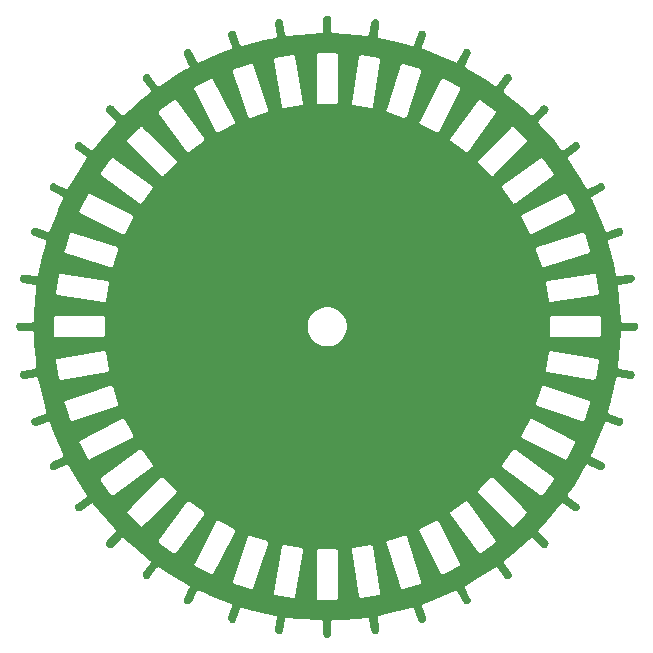
<source format=gbr>
G04 #@! TF.GenerationSoftware,KiCad,Pcbnew,(5.1.5-0-10_14)*
G04 #@! TF.CreationDate,2020-02-03T08:52:09-05:00*
G04 #@! TF.ProjectId,indexingWheel,696e6465-7869-46e6-9757-6865656c2e6b,rev?*
G04 #@! TF.SameCoordinates,Original*
G04 #@! TF.FileFunction,Copper,L1,Top*
G04 #@! TF.FilePolarity,Positive*
%FSLAX46Y46*%
G04 Gerber Fmt 4.6, Leading zero omitted, Abs format (unit mm)*
G04 Created by KiCad (PCBNEW (5.1.5-0-10_14)) date 2020-02-03 08:52:09*
%MOMM*%
%LPD*%
G04 APERTURE LIST*
%ADD10C,0.254000*%
G04 APERTURE END LIST*
D10*
G36*
X158219374Y-74894412D02*
G01*
X158260878Y-74906627D01*
X158299218Y-74926672D01*
X158332932Y-74953777D01*
X158360744Y-74986923D01*
X158381585Y-75024832D01*
X158394665Y-75066067D01*
X158400838Y-75121100D01*
X158400840Y-76130764D01*
X158402162Y-76144182D01*
X158402163Y-76144207D01*
X158402166Y-76144232D01*
X158404848Y-76171459D01*
X158420687Y-76223674D01*
X158433488Y-76247622D01*
X158433499Y-76247645D01*
X158433512Y-76247668D01*
X158446409Y-76271795D01*
X158481024Y-76313974D01*
X158501996Y-76331185D01*
X158502033Y-76331218D01*
X158502074Y-76331249D01*
X158523203Y-76348589D01*
X158571324Y-76374311D01*
X158597324Y-76382198D01*
X158597333Y-76382201D01*
X158597342Y-76382203D01*
X158623539Y-76390150D01*
X158677839Y-76395497D01*
X158683233Y-76394966D01*
X160612885Y-76509473D01*
X161542588Y-76619511D01*
X161550533Y-76621584D01*
X161605001Y-76624796D01*
X161659051Y-76617320D01*
X161710603Y-76599443D01*
X161757678Y-76571852D01*
X161798465Y-76535607D01*
X161831398Y-76492103D01*
X161855210Y-76443008D01*
X161865535Y-76403441D01*
X162022759Y-75410767D01*
X162037097Y-75355721D01*
X162055930Y-75316764D01*
X162081964Y-75282215D01*
X162114213Y-75253381D01*
X162151452Y-75231358D01*
X162192259Y-75216988D01*
X162235080Y-75210818D01*
X162278282Y-75213082D01*
X162320222Y-75223694D01*
X162359305Y-75242252D01*
X162394034Y-75268044D01*
X162423094Y-75300093D01*
X162445379Y-75337181D01*
X162460033Y-75377884D01*
X162466503Y-75420658D01*
X162463990Y-75475980D01*
X162306044Y-76473212D01*
X162305250Y-76486673D01*
X162305248Y-76486696D01*
X162305248Y-76486719D01*
X162303637Y-76514032D01*
X162311113Y-76568081D01*
X162320013Y-76593746D01*
X162320018Y-76593763D01*
X162320024Y-76593780D01*
X162328990Y-76619634D01*
X162356581Y-76666708D01*
X162374606Y-76686993D01*
X162374634Y-76687027D01*
X162374665Y-76687060D01*
X162392825Y-76707496D01*
X162436330Y-76740429D01*
X162460778Y-76752287D01*
X162460794Y-76752295D01*
X162485425Y-76764241D01*
X162538220Y-76778018D01*
X162543640Y-76778338D01*
X164431599Y-77193293D01*
X165332655Y-77447418D01*
X165340179Y-77450709D01*
X165393475Y-77462402D01*
X165448028Y-77463474D01*
X165501742Y-77453881D01*
X165552553Y-77433994D01*
X165598508Y-77404576D01*
X165637841Y-77366759D01*
X165669040Y-77321994D01*
X165685428Y-77284529D01*
X165996011Y-76328655D01*
X166018778Y-76276541D01*
X166043466Y-76241020D01*
X166074590Y-76210964D01*
X166110950Y-76187531D01*
X166151179Y-76171603D01*
X166193733Y-76163793D01*
X166236988Y-76164397D01*
X166279305Y-76173392D01*
X166319073Y-76190436D01*
X166354770Y-76214878D01*
X166385036Y-76245785D01*
X166408728Y-76281989D01*
X166424933Y-76322099D01*
X166433040Y-76364600D01*
X166432739Y-76407860D01*
X166421606Y-76462093D01*
X166109599Y-77422352D01*
X166100836Y-77462293D01*
X166099764Y-77516846D01*
X166109357Y-77570561D01*
X166129244Y-77621372D01*
X166143888Y-77644248D01*
X166143898Y-77644265D01*
X166143909Y-77644281D01*
X166158662Y-77667327D01*
X166196479Y-77706660D01*
X166241244Y-77737859D01*
X166291234Y-77759726D01*
X166296536Y-77760889D01*
X168096348Y-78466083D01*
X168946555Y-78858034D01*
X168953465Y-78862457D01*
X169004275Y-78882344D01*
X169057990Y-78891937D01*
X169112543Y-78890865D01*
X169165839Y-78879171D01*
X169215830Y-78857304D01*
X169260595Y-78826106D01*
X169298413Y-78786773D01*
X169320459Y-78752333D01*
X169776748Y-77856815D01*
X169807389Y-77808903D01*
X169837332Y-77777679D01*
X169872771Y-77752864D01*
X169912356Y-77735405D01*
X169954576Y-77725967D01*
X169997822Y-77724911D01*
X170040459Y-77732275D01*
X170080846Y-77747779D01*
X170117456Y-77770833D01*
X170148889Y-77800559D01*
X170173952Y-77835825D01*
X170191685Y-77875282D01*
X170201417Y-77917439D01*
X170202776Y-77960677D01*
X170195710Y-78003363D01*
X170176230Y-78055188D01*
X169717849Y-78954813D01*
X169712936Y-78967367D01*
X169712924Y-78967393D01*
X169712914Y-78967421D01*
X169702945Y-78992892D01*
X169693352Y-79046607D01*
X169694424Y-79101160D01*
X169706118Y-79154456D01*
X169716992Y-79179317D01*
X169717009Y-79179360D01*
X169717029Y-79179402D01*
X169727984Y-79204447D01*
X169759183Y-79249212D01*
X169778755Y-79268030D01*
X169778776Y-79268052D01*
X169778799Y-79268073D01*
X169798516Y-79287030D01*
X169844471Y-79316447D01*
X169849515Y-79318421D01*
X171516855Y-80296486D01*
X172295282Y-80816614D01*
X172301418Y-80822067D01*
X172348492Y-80849658D01*
X172400045Y-80867535D01*
X172454095Y-80875010D01*
X172508563Y-80871799D01*
X172561360Y-80858021D01*
X172610454Y-80834210D01*
X172653959Y-80801277D01*
X172681122Y-80770710D01*
X173271882Y-79957599D01*
X173309643Y-79915068D01*
X173344102Y-79888912D01*
X173382988Y-79869946D01*
X173424813Y-79858896D01*
X173467990Y-79856179D01*
X173510872Y-79861901D01*
X173551832Y-79875845D01*
X173589294Y-79897473D01*
X173621846Y-79925971D01*
X173648242Y-79960246D01*
X173667479Y-79998999D01*
X173678823Y-80040750D01*
X173681840Y-80083904D01*
X173676418Y-80126826D01*
X173662762Y-80167877D01*
X173635411Y-80216025D01*
X173041944Y-81032862D01*
X173035127Y-81044493D01*
X173035113Y-81044515D01*
X173035101Y-81044538D01*
X173021267Y-81068141D01*
X173003390Y-81119694D01*
X172999669Y-81146602D01*
X172999666Y-81146617D01*
X172999664Y-81146632D01*
X172995915Y-81173744D01*
X172999126Y-81228212D01*
X173005981Y-81254481D01*
X173005988Y-81254512D01*
X173005997Y-81254543D01*
X173012904Y-81281009D01*
X173036715Y-81330103D01*
X173069648Y-81373608D01*
X173110435Y-81409852D01*
X173115123Y-81412600D01*
X174608926Y-82639449D01*
X175296396Y-83274941D01*
X175301603Y-83281286D01*
X175343782Y-83315901D01*
X175391903Y-83341622D01*
X175444118Y-83357461D01*
X175498419Y-83362809D01*
X175552720Y-83357461D01*
X175604935Y-83341622D01*
X175653056Y-83315901D01*
X175684666Y-83289959D01*
X176395352Y-82579274D01*
X176439301Y-82543175D01*
X176477427Y-82522731D01*
X176518801Y-82510082D01*
X176561840Y-82505711D01*
X176604913Y-82509782D01*
X176646375Y-82522143D01*
X176684641Y-82542318D01*
X176718261Y-82569544D01*
X176745957Y-82602786D01*
X176766665Y-82640766D01*
X176779602Y-82682050D01*
X176784275Y-82725061D01*
X176780504Y-82768160D01*
X176768435Y-82809702D01*
X176748525Y-82848111D01*
X176713976Y-82891390D01*
X176000037Y-83605330D01*
X175991494Y-83615739D01*
X175991466Y-83615771D01*
X175991440Y-83615806D01*
X175974095Y-83636940D01*
X175948374Y-83685061D01*
X175940498Y-83711024D01*
X175940482Y-83711071D01*
X175940469Y-83711120D01*
X175932535Y-83737276D01*
X175927187Y-83791577D01*
X175929843Y-83818549D01*
X175929848Y-83818627D01*
X175929859Y-83818706D01*
X175932535Y-83845878D01*
X175948374Y-83898093D01*
X175961180Y-83922051D01*
X175961186Y-83922064D01*
X175961194Y-83922077D01*
X175974095Y-83946214D01*
X176008710Y-83988393D01*
X176012903Y-83991834D01*
X177296393Y-85437260D01*
X177875993Y-86172480D01*
X177880144Y-86179561D01*
X177916388Y-86220348D01*
X177959893Y-86253281D01*
X178008987Y-86277092D01*
X178061784Y-86290870D01*
X178116252Y-86294081D01*
X178170302Y-86286606D01*
X178221855Y-86268729D01*
X178257134Y-86248052D01*
X179070241Y-85657295D01*
X179119297Y-85628514D01*
X179160157Y-85614285D01*
X179202997Y-85608264D01*
X179246193Y-85610679D01*
X179288093Y-85621437D01*
X179327112Y-85640131D01*
X179361755Y-85666048D01*
X179390700Y-85698195D01*
X179412856Y-85735360D01*
X179427367Y-85776114D01*
X179433687Y-85818912D01*
X179431574Y-85862122D01*
X179421108Y-85904100D01*
X179402687Y-85943247D01*
X179377016Y-85978066D01*
X179336119Y-86015410D01*
X178519286Y-86608874D01*
X178509197Y-86617839D01*
X178509189Y-86617846D01*
X178509181Y-86617854D01*
X178488719Y-86636037D01*
X178455786Y-86679542D01*
X178431975Y-86728636D01*
X178418197Y-86781433D01*
X178416598Y-86808552D01*
X178416597Y-86808565D01*
X178416597Y-86808578D01*
X178414986Y-86835901D01*
X178422461Y-86889951D01*
X178440338Y-86941504D01*
X178467929Y-86988578D01*
X178471535Y-86992636D01*
X179513115Y-88621058D01*
X179970559Y-89437886D01*
X179973549Y-89445525D01*
X180002966Y-89491480D01*
X180040784Y-89530813D01*
X180085549Y-89562012D01*
X180135540Y-89583878D01*
X180188836Y-89595572D01*
X180243389Y-89596644D01*
X180297104Y-89587051D01*
X180335183Y-89572147D01*
X181230689Y-89115864D01*
X181283653Y-89095108D01*
X181326227Y-89087448D01*
X181369487Y-89088203D01*
X181411770Y-89097345D01*
X181451478Y-89114528D01*
X181487091Y-89139095D01*
X181517249Y-89170108D01*
X181540811Y-89206391D01*
X181556879Y-89246563D01*
X181564836Y-89289081D01*
X181564382Y-89332349D01*
X181555537Y-89374692D01*
X181538631Y-89414519D01*
X181514313Y-89450301D01*
X181483511Y-89480675D01*
X181437275Y-89511162D01*
X180537663Y-89969537D01*
X180526292Y-89976816D01*
X180526285Y-89976820D01*
X180526278Y-89976825D01*
X180503223Y-89991583D01*
X180463890Y-90029401D01*
X180432692Y-90074166D01*
X180410825Y-90124157D01*
X180405009Y-90150665D01*
X180404998Y-90150706D01*
X180404990Y-90150748D01*
X180399131Y-90177453D01*
X180398059Y-90232006D01*
X180407652Y-90285721D01*
X180427539Y-90336531D01*
X180430461Y-90341096D01*
X181204475Y-92112407D01*
X181528510Y-92990741D01*
X181530270Y-92998762D01*
X181552137Y-93048752D01*
X181583336Y-93093517D01*
X181622669Y-93131334D01*
X181668624Y-93160752D01*
X181719435Y-93180639D01*
X181773150Y-93190232D01*
X181827703Y-93189160D01*
X181867644Y-93180397D01*
X182823508Y-92869818D01*
X182879063Y-92857604D01*
X182922313Y-92856698D01*
X182964922Y-92864211D01*
X183005253Y-92879855D01*
X183041783Y-92903037D01*
X183073110Y-92932870D01*
X183098051Y-92968226D01*
X183115646Y-93007743D01*
X183125231Y-93049936D01*
X183126440Y-93093179D01*
X183119224Y-93135837D01*
X183103862Y-93176278D01*
X183080935Y-93212969D01*
X183051320Y-93244505D01*
X183016143Y-93269689D01*
X182965714Y-93292564D01*
X182005467Y-93604568D01*
X181993111Y-93609973D01*
X181993090Y-93609981D01*
X181993070Y-93609991D01*
X181968002Y-93620956D01*
X181923237Y-93652155D01*
X181904413Y-93671733D01*
X181904398Y-93671748D01*
X181904384Y-93671764D01*
X181885420Y-93691488D01*
X181856002Y-93737443D01*
X181846112Y-93762713D01*
X181846094Y-93762753D01*
X181846079Y-93762795D01*
X181836115Y-93788254D01*
X181826522Y-93841968D01*
X181827594Y-93896521D01*
X181839287Y-93949817D01*
X181841461Y-93954786D01*
X182328851Y-95825370D01*
X182511494Y-96743574D01*
X182511978Y-96751776D01*
X182525755Y-96804571D01*
X182549567Y-96853666D01*
X182582500Y-96897171D01*
X182623288Y-96933415D01*
X182670362Y-96961006D01*
X182721915Y-96978883D01*
X182775964Y-96986359D01*
X182816784Y-96983952D01*
X183809481Y-96826724D01*
X183866244Y-96823352D01*
X183909106Y-96829223D01*
X183950011Y-96843308D01*
X183987407Y-96865072D01*
X184019856Y-96893681D01*
X184046132Y-96928048D01*
X184065234Y-96966868D01*
X184076431Y-97008656D01*
X184079298Y-97051823D01*
X184073726Y-97094725D01*
X184059927Y-97135729D01*
X184038426Y-97173272D01*
X184010044Y-97205923D01*
X183975858Y-97232440D01*
X183937176Y-97251810D01*
X183883794Y-97266514D01*
X182886555Y-97424461D01*
X182873486Y-97427871D01*
X182873480Y-97427873D01*
X182846988Y-97434786D01*
X182797893Y-97458598D01*
X182754389Y-97491531D01*
X182718144Y-97532318D01*
X182704408Y-97555754D01*
X182704399Y-97555768D01*
X182704391Y-97555783D01*
X182690553Y-97579393D01*
X182672676Y-97630945D01*
X182665200Y-97684995D01*
X182668412Y-97739463D01*
X182669782Y-97744714D01*
X182858549Y-99668517D01*
X182895304Y-100603987D01*
X182894499Y-100612158D01*
X182899847Y-100666459D01*
X182915686Y-100718674D01*
X182941408Y-100766795D01*
X182976023Y-100808974D01*
X183018202Y-100843589D01*
X183066323Y-100869311D01*
X183118538Y-100885150D01*
X183159233Y-100889158D01*
X184164270Y-100889156D01*
X184220897Y-100894709D01*
X184262312Y-100907212D01*
X184300509Y-100927523D01*
X184334036Y-100954867D01*
X184361612Y-100988200D01*
X184382189Y-101026257D01*
X184394982Y-101067584D01*
X184399504Y-101110609D01*
X184395583Y-101153694D01*
X184383368Y-101195198D01*
X184363325Y-101233537D01*
X184336217Y-101267252D01*
X184303075Y-101295061D01*
X184265165Y-101315902D01*
X184223928Y-101328983D01*
X184168894Y-101335156D01*
X183159232Y-101335158D01*
X183145814Y-101336480D01*
X183145789Y-101336481D01*
X183145764Y-101336484D01*
X183118537Y-101339166D01*
X183066322Y-101355005D01*
X183042374Y-101367806D01*
X183042351Y-101367817D01*
X183042328Y-101367830D01*
X183018201Y-101380727D01*
X182976022Y-101415342D01*
X182958811Y-101436314D01*
X182958778Y-101436351D01*
X182958747Y-101436392D01*
X182941407Y-101457521D01*
X182915685Y-101505642D01*
X182899846Y-101557857D01*
X182894499Y-101612157D01*
X182895030Y-101617551D01*
X182780523Y-103547203D01*
X182670485Y-104476906D01*
X182668412Y-104484851D01*
X182665200Y-104539319D01*
X182672676Y-104593369D01*
X182690553Y-104644921D01*
X182718144Y-104691996D01*
X182754389Y-104732783D01*
X182797893Y-104765716D01*
X182846988Y-104789528D01*
X182886555Y-104799853D01*
X183879229Y-104957077D01*
X183934275Y-104971415D01*
X183973232Y-104990248D01*
X184007781Y-105016282D01*
X184036615Y-105048531D01*
X184058638Y-105085770D01*
X184073008Y-105126577D01*
X184079178Y-105169398D01*
X184076914Y-105212599D01*
X184066301Y-105254542D01*
X184047745Y-105293623D01*
X184021952Y-105328353D01*
X183989899Y-105357416D01*
X183952816Y-105379697D01*
X183912112Y-105394351D01*
X183869337Y-105400821D01*
X183814016Y-105398308D01*
X182816784Y-105240362D01*
X182803323Y-105239568D01*
X182803300Y-105239566D01*
X182803277Y-105239566D01*
X182775964Y-105237955D01*
X182721915Y-105245431D01*
X182696272Y-105254323D01*
X182696233Y-105254335D01*
X182696194Y-105254350D01*
X182670362Y-105263308D01*
X182623288Y-105290899D01*
X182603003Y-105308924D01*
X182602969Y-105308952D01*
X182602936Y-105308983D01*
X182582500Y-105327143D01*
X182549567Y-105370648D01*
X182537714Y-105395086D01*
X182537705Y-105395103D01*
X182537697Y-105395121D01*
X182525755Y-105419743D01*
X182511978Y-105472538D01*
X182511658Y-105477958D01*
X182096703Y-107365916D01*
X181842578Y-108266973D01*
X181839287Y-108274497D01*
X181827594Y-108327793D01*
X181826522Y-108382346D01*
X181836115Y-108436060D01*
X181856002Y-108486871D01*
X181885420Y-108532826D01*
X181923237Y-108572159D01*
X181968002Y-108603358D01*
X182005467Y-108619746D01*
X182961341Y-108930329D01*
X183013455Y-108953096D01*
X183048976Y-108977784D01*
X183079032Y-109008908D01*
X183102465Y-109045268D01*
X183118393Y-109085497D01*
X183126203Y-109128051D01*
X183125599Y-109171306D01*
X183116604Y-109213624D01*
X183099559Y-109253392D01*
X183075119Y-109289087D01*
X183044209Y-109319356D01*
X183008006Y-109343046D01*
X182967898Y-109359251D01*
X182925396Y-109367358D01*
X182882136Y-109367057D01*
X182827903Y-109355924D01*
X181867644Y-109043917D01*
X181854456Y-109041024D01*
X181854450Y-109041022D01*
X181854444Y-109041021D01*
X181827703Y-109035154D01*
X181773150Y-109034082D01*
X181719435Y-109043675D01*
X181668624Y-109063562D01*
X181645766Y-109078195D01*
X181645731Y-109078215D01*
X181645697Y-109078239D01*
X181622669Y-109092980D01*
X181583336Y-109130797D01*
X181552137Y-109175562D01*
X181530270Y-109225552D01*
X181529106Y-109230859D01*
X180823913Y-111030666D01*
X180431962Y-111880873D01*
X180427539Y-111887783D01*
X180407652Y-111938593D01*
X180398059Y-111992308D01*
X180399131Y-112046861D01*
X180410825Y-112100157D01*
X180432692Y-112150148D01*
X180463890Y-112194913D01*
X180503223Y-112232731D01*
X180537663Y-112254777D01*
X181433181Y-112711066D01*
X181481093Y-112741707D01*
X181512317Y-112771650D01*
X181537132Y-112807089D01*
X181554591Y-112846674D01*
X181564029Y-112888894D01*
X181565085Y-112932140D01*
X181557721Y-112974777D01*
X181542217Y-113015165D01*
X181519164Y-113051773D01*
X181489438Y-113083207D01*
X181454172Y-113108269D01*
X181414714Y-113126003D01*
X181372557Y-113135735D01*
X181329319Y-113137094D01*
X181286633Y-113130028D01*
X181234808Y-113110548D01*
X180335183Y-112652167D01*
X180322629Y-112647254D01*
X180322603Y-112647242D01*
X180322575Y-112647232D01*
X180297104Y-112637263D01*
X180243389Y-112627670D01*
X180216214Y-112628204D01*
X180216212Y-112628204D01*
X180188836Y-112628742D01*
X180135540Y-112640436D01*
X180110679Y-112651310D01*
X180110636Y-112651327D01*
X180110594Y-112651347D01*
X180085549Y-112662302D01*
X180040784Y-112693501D01*
X180021966Y-112713073D01*
X180021944Y-112713094D01*
X180021923Y-112713117D01*
X180002966Y-112732834D01*
X179973549Y-112778789D01*
X179971575Y-112783833D01*
X178993505Y-114451180D01*
X178473382Y-115229600D01*
X178467929Y-115235736D01*
X178440338Y-115282810D01*
X178422461Y-115334363D01*
X178414986Y-115388413D01*
X178418197Y-115442881D01*
X178431975Y-115495678D01*
X178455786Y-115544772D01*
X178488719Y-115588277D01*
X178519286Y-115615440D01*
X179332397Y-116206200D01*
X179374928Y-116243961D01*
X179401084Y-116278420D01*
X179420050Y-116317306D01*
X179431100Y-116359131D01*
X179433817Y-116402308D01*
X179428095Y-116445190D01*
X179414152Y-116486147D01*
X179392523Y-116523612D01*
X179364026Y-116556164D01*
X179329747Y-116582562D01*
X179290998Y-116601797D01*
X179249246Y-116613141D01*
X179206093Y-116616158D01*
X179163170Y-116610736D01*
X179122119Y-116597080D01*
X179073971Y-116569729D01*
X178257134Y-115976262D01*
X178245503Y-115969445D01*
X178245481Y-115969431D01*
X178245458Y-115969419D01*
X178221855Y-115955585D01*
X178170302Y-115937708D01*
X178143419Y-115933990D01*
X178143379Y-115933983D01*
X178143338Y-115933979D01*
X178116252Y-115930233D01*
X178061784Y-115933444D01*
X178035515Y-115940299D01*
X178035484Y-115940306D01*
X178035453Y-115940315D01*
X178008987Y-115947222D01*
X177959893Y-115971033D01*
X177916388Y-116003966D01*
X177880144Y-116044753D01*
X177877398Y-116049437D01*
X176650556Y-117543234D01*
X176015059Y-118230711D01*
X176008710Y-118235921D01*
X175974095Y-118278100D01*
X175948374Y-118326221D01*
X175932535Y-118378436D01*
X175927187Y-118432737D01*
X175932535Y-118487038D01*
X175948374Y-118539253D01*
X175974095Y-118587374D01*
X176000037Y-118618984D01*
X176710722Y-119329670D01*
X176746821Y-119373619D01*
X176767265Y-119411745D01*
X176779914Y-119453119D01*
X176784285Y-119496158D01*
X176780214Y-119539231D01*
X176767854Y-119580692D01*
X176747678Y-119618959D01*
X176720452Y-119652579D01*
X176687212Y-119680274D01*
X176649231Y-119700983D01*
X176607946Y-119713920D01*
X176564935Y-119718593D01*
X176521836Y-119714822D01*
X176480294Y-119702753D01*
X176441885Y-119682843D01*
X176398606Y-119648294D01*
X175684666Y-118934355D01*
X175674257Y-118925812D01*
X175674225Y-118925784D01*
X175674191Y-118925758D01*
X175653056Y-118908413D01*
X175604935Y-118882692D01*
X175578972Y-118874816D01*
X175578925Y-118874800D01*
X175578876Y-118874787D01*
X175552720Y-118866853D01*
X175498419Y-118861505D01*
X175471422Y-118864164D01*
X175471369Y-118864167D01*
X175471316Y-118864174D01*
X175444118Y-118866853D01*
X175391903Y-118882692D01*
X175367955Y-118895492D01*
X175367931Y-118895504D01*
X175367908Y-118895518D01*
X175343782Y-118908413D01*
X175301603Y-118943028D01*
X175298162Y-118947221D01*
X173852736Y-120230711D01*
X173117516Y-120810311D01*
X173110435Y-120814462D01*
X173069648Y-120850706D01*
X173036715Y-120894211D01*
X173012904Y-120943305D01*
X172999126Y-120996102D01*
X172995915Y-121050570D01*
X173003390Y-121104620D01*
X173021267Y-121156173D01*
X173041944Y-121191452D01*
X173632701Y-122004559D01*
X173661482Y-122053615D01*
X173675711Y-122094475D01*
X173681732Y-122137315D01*
X173679317Y-122180511D01*
X173668558Y-122222414D01*
X173649864Y-122261432D01*
X173623951Y-122296070D01*
X173591799Y-122325020D01*
X173554636Y-122347173D01*
X173513886Y-122361684D01*
X173471081Y-122368005D01*
X173427874Y-122365892D01*
X173385896Y-122355426D01*
X173346748Y-122337004D01*
X173311930Y-122311334D01*
X173274586Y-122270437D01*
X172681122Y-121453604D01*
X172672157Y-121443515D01*
X172672150Y-121443507D01*
X172672142Y-121443499D01*
X172653959Y-121423037D01*
X172610454Y-121390104D01*
X172561360Y-121366293D01*
X172508563Y-121352515D01*
X172481444Y-121350916D01*
X172481431Y-121350915D01*
X172481418Y-121350915D01*
X172454095Y-121349304D01*
X172400045Y-121356779D01*
X172348492Y-121374656D01*
X172301418Y-121402247D01*
X172297360Y-121405853D01*
X170668938Y-122447433D01*
X169852116Y-122904875D01*
X169844471Y-122907867D01*
X169798516Y-122937284D01*
X169759183Y-122975102D01*
X169727984Y-123019867D01*
X169706118Y-123069858D01*
X169694424Y-123123154D01*
X169693352Y-123177707D01*
X169702945Y-123231422D01*
X169717849Y-123269501D01*
X170174132Y-124165007D01*
X170194888Y-124217971D01*
X170202548Y-124260545D01*
X170201793Y-124303805D01*
X170192651Y-124346088D01*
X170175467Y-124385797D01*
X170150902Y-124421407D01*
X170119891Y-124451564D01*
X170083604Y-124475129D01*
X170043434Y-124491196D01*
X170000914Y-124499154D01*
X169957647Y-124498700D01*
X169915304Y-124489855D01*
X169875477Y-124472949D01*
X169839695Y-124448631D01*
X169809321Y-124417829D01*
X169778834Y-124371593D01*
X169320459Y-123471981D01*
X169298413Y-123437541D01*
X169260595Y-123398208D01*
X169238303Y-123382672D01*
X169238295Y-123382666D01*
X169238286Y-123382660D01*
X169215830Y-123367010D01*
X169165839Y-123345143D01*
X169139331Y-123339327D01*
X169139290Y-123339316D01*
X169139248Y-123339308D01*
X169112543Y-123333449D01*
X169057990Y-123332377D01*
X169004275Y-123341970D01*
X168953465Y-123361857D01*
X168948900Y-123364779D01*
X167177583Y-124138795D01*
X166299255Y-124462828D01*
X166291234Y-124464588D01*
X166241244Y-124486455D01*
X166196479Y-124517654D01*
X166158662Y-124556987D01*
X166129244Y-124602942D01*
X166109357Y-124653753D01*
X166099764Y-124707468D01*
X166100836Y-124762021D01*
X166109599Y-124801962D01*
X166420178Y-125757826D01*
X166432392Y-125813381D01*
X166433298Y-125856632D01*
X166425785Y-125899239D01*
X166410141Y-125939573D01*
X166386959Y-125976102D01*
X166357123Y-126007431D01*
X166321772Y-126032368D01*
X166282252Y-126049964D01*
X166240060Y-126059549D01*
X166196817Y-126060758D01*
X166154159Y-126053542D01*
X166113718Y-126038180D01*
X166077027Y-126015253D01*
X166045491Y-125985638D01*
X166020307Y-125950461D01*
X165997432Y-125900032D01*
X165685428Y-124939785D01*
X165680023Y-124927429D01*
X165680015Y-124927408D01*
X165680005Y-124927388D01*
X165669040Y-124902320D01*
X165637841Y-124857555D01*
X165618263Y-124838731D01*
X165618248Y-124838716D01*
X165618232Y-124838702D01*
X165598508Y-124819738D01*
X165552553Y-124790320D01*
X165527283Y-124780430D01*
X165527243Y-124780412D01*
X165527201Y-124780397D01*
X165501742Y-124770433D01*
X165448028Y-124760840D01*
X165420853Y-124761374D01*
X165420851Y-124761374D01*
X165393475Y-124761912D01*
X165340179Y-124773605D01*
X165335204Y-124775781D01*
X163464626Y-125263169D01*
X162546415Y-125445813D01*
X162538220Y-125446296D01*
X162485425Y-125460073D01*
X162436330Y-125483885D01*
X162392825Y-125516818D01*
X162356581Y-125557606D01*
X162328990Y-125604680D01*
X162311113Y-125656233D01*
X162303637Y-125710282D01*
X162306044Y-125751102D01*
X162463272Y-126743799D01*
X162466644Y-126800561D01*
X162460773Y-126843424D01*
X162446689Y-126884328D01*
X162424924Y-126921724D01*
X162396315Y-126954174D01*
X162361947Y-126980451D01*
X162323130Y-126999551D01*
X162281339Y-127010749D01*
X162238173Y-127013616D01*
X162195271Y-127008044D01*
X162154267Y-126994245D01*
X162116724Y-126972744D01*
X162084073Y-126944362D01*
X162057556Y-126910176D01*
X162038186Y-126871494D01*
X162023482Y-126818112D01*
X161865535Y-125820873D01*
X161855210Y-125781306D01*
X161831398Y-125732211D01*
X161798465Y-125688707D01*
X161757678Y-125652462D01*
X161734242Y-125638726D01*
X161734228Y-125638717D01*
X161734213Y-125638709D01*
X161710603Y-125624871D01*
X161659051Y-125606994D01*
X161605001Y-125599518D01*
X161550533Y-125602730D01*
X161545282Y-125604100D01*
X159621479Y-125792867D01*
X158686009Y-125829622D01*
X158677838Y-125828817D01*
X158623537Y-125834165D01*
X158571322Y-125850004D01*
X158523201Y-125875726D01*
X158481022Y-125910341D01*
X158446407Y-125952520D01*
X158420685Y-126000641D01*
X158404846Y-126052856D01*
X158400838Y-126093551D01*
X158400840Y-127098601D01*
X158395289Y-127155213D01*
X158382785Y-127196630D01*
X158362475Y-127234827D01*
X158335132Y-127268353D01*
X158301795Y-127295932D01*
X158263739Y-127316509D01*
X158222415Y-127329301D01*
X158179385Y-127333823D01*
X158136304Y-127329903D01*
X158094798Y-127317687D01*
X158056458Y-127297643D01*
X158022741Y-127270533D01*
X157994936Y-127237396D01*
X157974093Y-127199484D01*
X157961012Y-127158247D01*
X157954838Y-127103205D01*
X157954840Y-126093551D01*
X157950832Y-126052856D01*
X157934993Y-126000641D01*
X157909271Y-125952520D01*
X157874656Y-125910341D01*
X157853673Y-125893121D01*
X157853645Y-125893096D01*
X157853615Y-125893073D01*
X157832477Y-125875726D01*
X157784356Y-125850004D01*
X157758363Y-125842119D01*
X157758345Y-125842113D01*
X157758327Y-125842108D01*
X157732141Y-125834165D01*
X157677840Y-125828817D01*
X157672445Y-125829348D01*
X155742793Y-125714841D01*
X154813090Y-125604803D01*
X154805145Y-125602730D01*
X154750676Y-125599518D01*
X154696626Y-125606994D01*
X154645074Y-125624871D01*
X154598000Y-125652462D01*
X154557213Y-125688707D01*
X154524280Y-125732212D01*
X154500468Y-125781306D01*
X154490143Y-125820873D01*
X154332920Y-126813545D01*
X154318581Y-126868594D01*
X154299749Y-126907549D01*
X154273715Y-126942097D01*
X154241464Y-126970933D01*
X154204228Y-126992955D01*
X154163418Y-127007326D01*
X154120598Y-127013496D01*
X154077397Y-127011232D01*
X154035454Y-127000619D01*
X153996373Y-126982063D01*
X153961643Y-126956270D01*
X153932580Y-126924217D01*
X153910299Y-126887134D01*
X153895644Y-126846427D01*
X153889175Y-126803655D01*
X153891688Y-126748334D01*
X154049634Y-125751104D01*
X154050428Y-125737638D01*
X154050430Y-125737618D01*
X154050430Y-125737597D01*
X154052041Y-125710283D01*
X154044565Y-125656233D01*
X154035673Y-125630590D01*
X154035661Y-125630551D01*
X154035646Y-125630512D01*
X154026688Y-125604680D01*
X153999097Y-125557606D01*
X153981083Y-125537335D01*
X153981044Y-125537287D01*
X153981000Y-125537241D01*
X153962852Y-125516819D01*
X153919348Y-125483886D01*
X153894920Y-125472038D01*
X153894893Y-125472023D01*
X153894864Y-125472010D01*
X153870253Y-125460073D01*
X153817458Y-125446297D01*
X153812043Y-125445978D01*
X151924080Y-125031021D01*
X151023017Y-124776895D01*
X151015499Y-124773606D01*
X150962203Y-124761912D01*
X150907649Y-124760840D01*
X150853935Y-124770433D01*
X150803124Y-124790320D01*
X150757169Y-124819738D01*
X150717836Y-124857555D01*
X150686637Y-124902320D01*
X150670249Y-124939785D01*
X150359666Y-125895664D01*
X150336900Y-125947772D01*
X150312209Y-125983298D01*
X150281090Y-126013349D01*
X150244723Y-126036785D01*
X150204499Y-126052711D01*
X150161945Y-126060521D01*
X150118690Y-126059917D01*
X150076372Y-126050922D01*
X150036604Y-126033877D01*
X150000909Y-126009437D01*
X149970640Y-125978527D01*
X149946950Y-125942324D01*
X149930745Y-125902216D01*
X149922638Y-125859714D01*
X149922939Y-125816454D01*
X149934074Y-125762213D01*
X150246078Y-124801964D01*
X150248971Y-124788781D01*
X150248974Y-124788768D01*
X150248976Y-124788754D01*
X150254842Y-124762022D01*
X150255914Y-124707468D01*
X150246321Y-124653754D01*
X150226434Y-124602943D01*
X150211808Y-124580096D01*
X150211781Y-124580049D01*
X150211750Y-124580004D01*
X150197016Y-124556988D01*
X150159199Y-124517654D01*
X150114434Y-124486455D01*
X150064443Y-124464589D01*
X150059143Y-124463426D01*
X148259330Y-123758231D01*
X148182017Y-123722589D01*
X153560956Y-123722589D01*
X153568432Y-123776639D01*
X153576176Y-123798971D01*
X153586309Y-123828191D01*
X153613900Y-123875266D01*
X153650145Y-123916053D01*
X153693649Y-123948986D01*
X153742744Y-123972798D01*
X153779200Y-123982311D01*
X153795540Y-123986575D01*
X153809187Y-123987380D01*
X155263846Y-124217776D01*
X155277072Y-124221227D01*
X155290717Y-124222032D01*
X155290719Y-124222032D01*
X155331540Y-124224439D01*
X155385590Y-124216963D01*
X155437142Y-124199086D01*
X155484217Y-124171495D01*
X155496203Y-124160844D01*
X155525004Y-124135251D01*
X155557937Y-124091746D01*
X155581749Y-124042651D01*
X155595526Y-123989856D01*
X155596331Y-123976205D01*
X156208336Y-120112157D01*
X157149499Y-120112157D01*
X157150839Y-120125763D01*
X157150840Y-124098541D01*
X157149499Y-124112157D01*
X157154847Y-124166458D01*
X157170686Y-124218673D01*
X157196408Y-124266794D01*
X157231023Y-124308973D01*
X157273202Y-124343588D01*
X157321323Y-124369310D01*
X157373538Y-124385149D01*
X157414233Y-124389157D01*
X157414234Y-124389157D01*
X157427839Y-124390497D01*
X157441445Y-124389157D01*
X158914233Y-124389157D01*
X158927839Y-124390497D01*
X158941444Y-124389157D01*
X158941445Y-124389157D01*
X158982140Y-124385149D01*
X159034355Y-124369310D01*
X159082476Y-124343588D01*
X159124655Y-124308973D01*
X159159270Y-124266794D01*
X159184992Y-124218673D01*
X159200831Y-124166458D01*
X159206179Y-124112157D01*
X159204839Y-124098551D01*
X159204839Y-120125763D01*
X159206179Y-120112157D01*
X159200831Y-120057856D01*
X159184992Y-120005641D01*
X159173764Y-119984634D01*
X160131202Y-119984634D01*
X160133465Y-120023003D01*
X160134414Y-120039103D01*
X160137866Y-120052331D01*
X160759348Y-123976219D01*
X160760152Y-123989856D01*
X160763601Y-124003074D01*
X160763603Y-124003085D01*
X160773928Y-124042652D01*
X160797740Y-124091746D01*
X160830673Y-124135251D01*
X160871461Y-124171496D01*
X160918535Y-124199086D01*
X160970088Y-124216964D01*
X161024137Y-124224439D01*
X161024138Y-124224439D01*
X161064958Y-124222032D01*
X161064959Y-124222032D01*
X161078607Y-124221227D01*
X161091835Y-124217775D01*
X162546490Y-123987380D01*
X162560138Y-123986575D01*
X162573365Y-123983124D01*
X162573368Y-123983123D01*
X162612935Y-123972798D01*
X162662029Y-123948986D01*
X162705534Y-123916054D01*
X162741779Y-123875266D01*
X162769369Y-123828192D01*
X162787247Y-123776639D01*
X162794723Y-123722589D01*
X162791510Y-123668120D01*
X162788058Y-123654893D01*
X162166578Y-119731018D01*
X162165773Y-119717367D01*
X162151996Y-119664572D01*
X162128184Y-119615477D01*
X162095251Y-119571972D01*
X162054464Y-119535728D01*
X162007389Y-119508137D01*
X161955837Y-119490260D01*
X161901787Y-119482784D01*
X161860966Y-119485191D01*
X161860964Y-119485191D01*
X161847319Y-119485996D01*
X161834093Y-119489447D01*
X160379433Y-119719843D01*
X160365786Y-119720648D01*
X160352558Y-119724100D01*
X160352557Y-119724100D01*
X160319965Y-119732605D01*
X160312990Y-119734425D01*
X160263895Y-119758237D01*
X160220391Y-119791170D01*
X160184146Y-119831957D01*
X160156555Y-119879032D01*
X160138678Y-119930584D01*
X160131202Y-119984634D01*
X159173764Y-119984634D01*
X159159270Y-119957520D01*
X159124655Y-119915341D01*
X159082476Y-119880726D01*
X159034355Y-119855004D01*
X158982140Y-119839165D01*
X158941445Y-119835157D01*
X158927839Y-119833817D01*
X158914234Y-119835157D01*
X157441444Y-119835157D01*
X157427839Y-119833817D01*
X157414233Y-119835157D01*
X157373538Y-119839165D01*
X157321323Y-119855004D01*
X157273202Y-119880726D01*
X157231023Y-119915341D01*
X157196408Y-119957520D01*
X157170686Y-120005641D01*
X157154847Y-120057856D01*
X157149499Y-120112157D01*
X156208336Y-120112157D01*
X156217812Y-120052330D01*
X156221264Y-120039103D01*
X156224477Y-119984634D01*
X156217001Y-119930584D01*
X156199123Y-119879031D01*
X156171533Y-119831957D01*
X156135288Y-119791169D01*
X156091783Y-119758237D01*
X156042689Y-119734425D01*
X156003122Y-119724100D01*
X156003121Y-119724100D01*
X155989893Y-119720648D01*
X155976246Y-119719843D01*
X154521586Y-119489448D01*
X154508359Y-119485996D01*
X154453890Y-119482783D01*
X154399841Y-119490259D01*
X154348288Y-119508137D01*
X154301213Y-119535727D01*
X154260426Y-119571972D01*
X154227493Y-119615477D01*
X154203681Y-119664571D01*
X154193356Y-119704138D01*
X154193354Y-119704149D01*
X154189905Y-119717367D01*
X154189101Y-119731004D01*
X153567620Y-123654892D01*
X153564168Y-123668120D01*
X153563363Y-123681768D01*
X153563363Y-123681769D01*
X153560956Y-123722589D01*
X148182017Y-123722589D01*
X147409123Y-123366280D01*
X147402213Y-123361857D01*
X147351402Y-123341970D01*
X147297688Y-123332377D01*
X147243134Y-123333449D01*
X147189838Y-123345143D01*
X147139846Y-123367010D01*
X147095082Y-123398208D01*
X147057264Y-123437541D01*
X147035218Y-123471981D01*
X146578932Y-124367495D01*
X146548289Y-124415411D01*
X146518345Y-124446637D01*
X146482908Y-124471449D01*
X146443321Y-124488909D01*
X146401102Y-124498347D01*
X146357856Y-124499403D01*
X146315219Y-124492039D01*
X146274831Y-124476535D01*
X146238223Y-124453482D01*
X146206789Y-124423756D01*
X146181727Y-124388490D01*
X146163993Y-124349032D01*
X146154261Y-124306875D01*
X146152902Y-124263637D01*
X146159968Y-124220951D01*
X146179454Y-124169112D01*
X146637829Y-123269502D01*
X146642745Y-123256942D01*
X146642754Y-123256921D01*
X146642762Y-123256899D01*
X146652733Y-123231422D01*
X146662326Y-123177708D01*
X146661254Y-123123154D01*
X146649561Y-123069858D01*
X146638680Y-123044981D01*
X146638669Y-123044954D01*
X146638656Y-123044927D01*
X146627694Y-123019866D01*
X146596495Y-122975101D01*
X146576917Y-122956277D01*
X146576902Y-122956262D01*
X146576886Y-122956248D01*
X146557162Y-122937284D01*
X146511207Y-122907866D01*
X146506158Y-122905890D01*
X146285638Y-122776532D01*
X150079674Y-122776532D01*
X150089267Y-122830246D01*
X150109154Y-122881057D01*
X150138572Y-122927012D01*
X150176389Y-122966345D01*
X150221154Y-122997544D01*
X150271145Y-123019411D01*
X150284498Y-123022341D01*
X151685209Y-123477459D01*
X151697730Y-123482936D01*
X151711079Y-123485865D01*
X151711083Y-123485866D01*
X151751025Y-123494629D01*
X151805579Y-123495701D01*
X151859293Y-123486108D01*
X151910104Y-123466221D01*
X151956059Y-123436803D01*
X151995392Y-123398986D01*
X152026591Y-123354221D01*
X152042979Y-123316756D01*
X152042979Y-123316755D01*
X152048458Y-123304230D01*
X152051388Y-123290877D01*
X153279049Y-119512525D01*
X153284526Y-119500004D01*
X153287600Y-119485996D01*
X153296219Y-119446709D01*
X153297291Y-119392155D01*
X163058387Y-119392155D01*
X163059459Y-119446708D01*
X163067694Y-119484241D01*
X163071152Y-119500004D01*
X163076630Y-119512528D01*
X164304292Y-123290886D01*
X164307220Y-123304230D01*
X164312695Y-123316746D01*
X164312698Y-123316756D01*
X164329086Y-123354221D01*
X164360285Y-123398986D01*
X164399618Y-123436803D01*
X164445573Y-123466221D01*
X164496384Y-123486108D01*
X164550098Y-123495701D01*
X164550099Y-123495701D01*
X164604652Y-123494629D01*
X164644594Y-123485866D01*
X164644596Y-123485865D01*
X164657948Y-123482936D01*
X164670472Y-123477458D01*
X166071189Y-123022339D01*
X166084533Y-123019411D01*
X166097049Y-123013936D01*
X166097059Y-123013933D01*
X166134524Y-122997545D01*
X166179289Y-122966346D01*
X166217106Y-122927013D01*
X166246524Y-122881058D01*
X166266411Y-122830247D01*
X166276004Y-122776533D01*
X166274932Y-122721979D01*
X166274194Y-122718615D01*
X166266169Y-122682036D01*
X166266168Y-122682032D01*
X166263239Y-122668683D01*
X166257762Y-122656162D01*
X165030101Y-118877810D01*
X165027171Y-118864457D01*
X165005304Y-118814466D01*
X164974105Y-118769701D01*
X164934772Y-118731884D01*
X164888817Y-118702466D01*
X164838006Y-118682579D01*
X164784292Y-118672986D01*
X164729738Y-118674058D01*
X164689796Y-118682821D01*
X164689792Y-118682822D01*
X164676443Y-118685751D01*
X164663922Y-118691228D01*
X163263211Y-119146346D01*
X163249858Y-119149276D01*
X163237335Y-119154754D01*
X163237332Y-119154755D01*
X163220362Y-119162178D01*
X163199867Y-119171143D01*
X163155102Y-119202342D01*
X163117285Y-119241675D01*
X163087867Y-119287630D01*
X163067980Y-119338441D01*
X163058387Y-119392155D01*
X153297291Y-119392155D01*
X153295049Y-119379602D01*
X153287698Y-119338440D01*
X153267811Y-119287629D01*
X153238393Y-119241674D01*
X153200576Y-119202341D01*
X153155811Y-119171142D01*
X153118346Y-119154754D01*
X153118336Y-119154751D01*
X153105820Y-119149276D01*
X153092476Y-119146348D01*
X151691759Y-118691229D01*
X151679235Y-118685751D01*
X151665883Y-118682822D01*
X151665881Y-118682821D01*
X151625939Y-118674058D01*
X151571386Y-118672986D01*
X151571385Y-118672986D01*
X151517671Y-118682579D01*
X151466860Y-118702466D01*
X151420905Y-118731884D01*
X151381572Y-118769701D01*
X151350373Y-118814466D01*
X151333985Y-118851931D01*
X151333982Y-118851941D01*
X151328507Y-118864457D01*
X151325579Y-118877801D01*
X150097917Y-122656159D01*
X150092439Y-122668683D01*
X150089510Y-122682035D01*
X150089509Y-122682037D01*
X150080746Y-122721979D01*
X150079674Y-122776532D01*
X146285638Y-122776532D01*
X144838816Y-121927823D01*
X144060396Y-121407699D01*
X144054260Y-121402247D01*
X144007186Y-121374656D01*
X143955633Y-121356779D01*
X143901583Y-121349304D01*
X143847113Y-121352516D01*
X143794317Y-121366293D01*
X143745223Y-121390105D01*
X143701718Y-121423038D01*
X143674555Y-121453605D01*
X143083794Y-122266718D01*
X143046038Y-122309243D01*
X143011575Y-122335403D01*
X142972693Y-122354367D01*
X142930864Y-122365418D01*
X142887688Y-122368135D01*
X142844806Y-122362413D01*
X142803849Y-122348470D01*
X142766384Y-122326841D01*
X142733832Y-122298344D01*
X142707434Y-122264065D01*
X142688199Y-122225316D01*
X142676855Y-122183564D01*
X142673838Y-122140411D01*
X142679260Y-122097487D01*
X142692916Y-122056437D01*
X142720268Y-122008287D01*
X143276299Y-121242976D01*
X146790321Y-121242976D01*
X146791393Y-121297529D01*
X146803087Y-121350825D01*
X146824953Y-121400816D01*
X146856152Y-121445581D01*
X146895485Y-121483399D01*
X146941440Y-121512816D01*
X146954171Y-121517799D01*
X148266440Y-122186433D01*
X148277950Y-122193801D01*
X148290676Y-122198782D01*
X148290680Y-122198784D01*
X148328760Y-122213688D01*
X148382474Y-122223281D01*
X148382475Y-122223281D01*
X148437028Y-122222209D01*
X148457136Y-122217797D01*
X148490325Y-122210515D01*
X148540316Y-122188649D01*
X148585080Y-122157450D01*
X148622898Y-122118117D01*
X148652315Y-122072162D01*
X148657298Y-122059431D01*
X150460909Y-118519646D01*
X150468277Y-118508136D01*
X150476535Y-118487039D01*
X150488164Y-118457327D01*
X150497757Y-118403612D01*
X150497757Y-118403611D01*
X165857921Y-118403611D01*
X165867514Y-118457326D01*
X165887401Y-118508136D01*
X165894772Y-118519650D01*
X167698384Y-122059440D01*
X167703363Y-122072162D01*
X167710729Y-122083669D01*
X167710733Y-122083677D01*
X167732779Y-122118117D01*
X167770597Y-122157450D01*
X167815362Y-122188649D01*
X167865353Y-122210516D01*
X167918649Y-122222209D01*
X167973203Y-122223281D01*
X168026918Y-122213688D01*
X168064997Y-122198784D01*
X168064998Y-122198784D01*
X168077728Y-122193801D01*
X168089242Y-122186431D01*
X169401516Y-121517796D01*
X169414238Y-121512816D01*
X169425745Y-121505450D01*
X169425753Y-121505446D01*
X169460193Y-121483400D01*
X169499526Y-121445582D01*
X169530725Y-121400817D01*
X169552592Y-121350826D01*
X169564285Y-121297530D01*
X169565357Y-121242976D01*
X169557345Y-121198113D01*
X169555764Y-121189260D01*
X169540860Y-121151181D01*
X169540858Y-121151177D01*
X169535877Y-121138451D01*
X169528509Y-121126941D01*
X167724898Y-117587156D01*
X167719915Y-117574425D01*
X167690498Y-117528470D01*
X167652680Y-117489137D01*
X167607916Y-117457938D01*
X167557925Y-117436072D01*
X167504628Y-117424378D01*
X167450075Y-117423306D01*
X167450074Y-117423306D01*
X167396360Y-117432899D01*
X167358280Y-117447803D01*
X167358276Y-117447805D01*
X167345550Y-117452786D01*
X167334040Y-117460154D01*
X166021771Y-118128788D01*
X166009040Y-118133771D01*
X165963085Y-118163188D01*
X165923752Y-118201006D01*
X165892553Y-118245771D01*
X165878087Y-118278844D01*
X165870687Y-118295762D01*
X165858993Y-118349058D01*
X165857921Y-118403611D01*
X150497757Y-118403611D01*
X150496685Y-118349058D01*
X150494009Y-118336862D01*
X150484992Y-118295761D01*
X150463125Y-118245770D01*
X150431926Y-118201005D01*
X150392593Y-118163187D01*
X150358153Y-118141141D01*
X150358145Y-118141137D01*
X150346638Y-118133771D01*
X150333916Y-118128791D01*
X149021642Y-117460156D01*
X149010128Y-117452786D01*
X148959318Y-117432899D01*
X148905603Y-117423306D01*
X148851049Y-117424378D01*
X148797753Y-117436071D01*
X148747762Y-117457938D01*
X148702997Y-117489137D01*
X148665179Y-117528470D01*
X148643133Y-117562910D01*
X148643129Y-117562918D01*
X148635763Y-117574425D01*
X148630784Y-117587147D01*
X146827172Y-121126937D01*
X146819801Y-121138451D01*
X146814818Y-121151181D01*
X146814818Y-121151182D01*
X146799914Y-121189261D01*
X146790321Y-121242976D01*
X143276299Y-121242976D01*
X143313733Y-121191453D01*
X143320550Y-121179822D01*
X143320565Y-121179799D01*
X143320578Y-121179774D01*
X143334411Y-121156174D01*
X143352288Y-121104621D01*
X143356007Y-121077733D01*
X143356013Y-121077697D01*
X143356017Y-121077660D01*
X143359763Y-121050571D01*
X143356551Y-120996102D01*
X143349699Y-120969845D01*
X143349690Y-120969802D01*
X143349677Y-120969759D01*
X143342774Y-120943305D01*
X143318962Y-120894211D01*
X143302567Y-120872553D01*
X143302558Y-120872540D01*
X143302548Y-120872527D01*
X143286029Y-120850706D01*
X143245243Y-120814462D01*
X143240559Y-120811716D01*
X141746762Y-119584874D01*
X141403733Y-119267781D01*
X143773892Y-119267781D01*
X143777103Y-119322249D01*
X143790881Y-119375046D01*
X143814692Y-119424140D01*
X143847625Y-119467645D01*
X143878192Y-119494808D01*
X143878196Y-119494811D01*
X143888412Y-119503889D01*
X143900203Y-119510800D01*
X145091722Y-120376490D01*
X145101937Y-120385567D01*
X145113727Y-120392477D01*
X145113732Y-120392481D01*
X145149010Y-120413158D01*
X145200563Y-120431035D01*
X145254613Y-120438511D01*
X145309083Y-120435299D01*
X145361879Y-120421521D01*
X145410973Y-120397710D01*
X145454479Y-120364777D01*
X145490723Y-120323990D01*
X145497640Y-120312188D01*
X147832785Y-117098139D01*
X147841864Y-117087922D01*
X147848774Y-117076132D01*
X147848777Y-117076128D01*
X147869454Y-117040849D01*
X147887331Y-116989296D01*
X147888821Y-116978521D01*
X147894807Y-116935246D01*
X147894807Y-116935245D01*
X168460872Y-116935245D01*
X168468347Y-116989295D01*
X168486224Y-117040848D01*
X168506901Y-117076127D01*
X168506902Y-117076128D01*
X168513815Y-117087922D01*
X168522892Y-117098137D01*
X170858046Y-120312201D01*
X170864956Y-120323990D01*
X170874033Y-120334204D01*
X170874036Y-120334209D01*
X170901199Y-120364777D01*
X170926282Y-120383764D01*
X170944705Y-120397710D01*
X170969987Y-120409972D01*
X170993798Y-120421521D01*
X171046595Y-120435299D01*
X171101064Y-120438510D01*
X171155114Y-120431035D01*
X171206667Y-120413158D01*
X171241946Y-120392481D01*
X171241951Y-120392477D01*
X171253741Y-120385567D01*
X171263956Y-120376490D01*
X172455482Y-119510796D01*
X172467266Y-119503889D01*
X172477476Y-119494816D01*
X172477486Y-119494809D01*
X172508053Y-119467646D01*
X172540986Y-119424141D01*
X172564797Y-119375047D01*
X172578575Y-119322250D01*
X172581787Y-119267780D01*
X172574311Y-119213731D01*
X172572916Y-119209707D01*
X172556434Y-119162177D01*
X172535757Y-119126898D01*
X172535754Y-119126894D01*
X172528844Y-119115104D01*
X172519765Y-119104887D01*
X170184620Y-115890838D01*
X170177703Y-115879036D01*
X170141459Y-115838249D01*
X170097953Y-115805316D01*
X170048859Y-115781505D01*
X169996063Y-115767727D01*
X169941593Y-115764515D01*
X169887543Y-115771991D01*
X169835990Y-115789868D01*
X169800712Y-115810545D01*
X169800707Y-115810549D01*
X169788917Y-115817459D01*
X169778702Y-115826536D01*
X168587183Y-116692226D01*
X168575392Y-116699137D01*
X168565176Y-116708215D01*
X168565172Y-116708218D01*
X168534605Y-116735381D01*
X168501672Y-116778886D01*
X168479976Y-116823619D01*
X168477861Y-116827980D01*
X168464083Y-116880777D01*
X168460872Y-116935245D01*
X147894807Y-116935245D01*
X147891595Y-116880776D01*
X147877817Y-116827979D01*
X147854006Y-116778885D01*
X147821073Y-116735380D01*
X147790506Y-116708217D01*
X147790496Y-116708210D01*
X147780286Y-116699137D01*
X147768502Y-116692230D01*
X146576976Y-115826536D01*
X146566761Y-115817459D01*
X146554971Y-115810549D01*
X146554966Y-115810545D01*
X146519687Y-115789868D01*
X146468134Y-115771991D01*
X146414084Y-115764516D01*
X146359615Y-115767727D01*
X146306818Y-115781505D01*
X146295351Y-115787067D01*
X146257725Y-115805316D01*
X146247152Y-115813320D01*
X146214219Y-115838249D01*
X146187056Y-115868817D01*
X146187053Y-115868822D01*
X146177976Y-115879036D01*
X146171066Y-115890825D01*
X143835912Y-119104889D01*
X143826835Y-119115104D01*
X143819925Y-119126894D01*
X143819921Y-119126899D01*
X143806806Y-119149276D01*
X143799244Y-119162178D01*
X143781367Y-119213731D01*
X143773892Y-119267781D01*
X141403733Y-119267781D01*
X141059286Y-118949378D01*
X141054075Y-118943028D01*
X141011897Y-118908413D01*
X140963775Y-118882691D01*
X140911560Y-118866853D01*
X140857259Y-118861504D01*
X140802957Y-118866853D01*
X140750742Y-118882691D01*
X140702621Y-118908413D01*
X140671011Y-118934355D01*
X139960331Y-119645036D01*
X139916379Y-119681138D01*
X139878250Y-119701583D01*
X139836877Y-119714232D01*
X139793838Y-119718603D01*
X139750765Y-119714532D01*
X139709304Y-119702172D01*
X139671037Y-119681996D01*
X139637417Y-119654770D01*
X139609722Y-119621530D01*
X139589013Y-119583549D01*
X139576076Y-119542264D01*
X139571403Y-119499253D01*
X139575174Y-119456154D01*
X139587243Y-119414612D01*
X139607152Y-119376204D01*
X139641705Y-119332920D01*
X140355641Y-118618985D01*
X140364194Y-118608563D01*
X140364212Y-118608543D01*
X140364228Y-118608522D01*
X140381583Y-118587375D01*
X140407305Y-118539254D01*
X140415186Y-118513272D01*
X140415196Y-118513243D01*
X140415204Y-118513213D01*
X140423143Y-118487039D01*
X140428492Y-118432737D01*
X140425831Y-118405727D01*
X140425829Y-118405687D01*
X140425823Y-118405646D01*
X140423143Y-118378436D01*
X140407305Y-118326221D01*
X140381583Y-118278099D01*
X140346968Y-118235921D01*
X140342775Y-118232480D01*
X139110990Y-116845282D01*
X141105714Y-116845282D01*
X141111062Y-116899583D01*
X141126901Y-116951798D01*
X141152622Y-116999919D01*
X141187237Y-117042098D01*
X141197810Y-117050775D01*
X142239226Y-118092192D01*
X142247898Y-118102759D01*
X142258465Y-118111431D01*
X142258466Y-118111432D01*
X142290075Y-118137373D01*
X142338197Y-118163095D01*
X142390412Y-118178934D01*
X142444713Y-118184282D01*
X142444714Y-118184282D01*
X142499015Y-118178934D01*
X142551230Y-118163095D01*
X142599351Y-118137374D01*
X142630961Y-118111432D01*
X142630966Y-118111427D01*
X142641529Y-118102758D01*
X142650198Y-118092195D01*
X145459389Y-115283004D01*
X145469957Y-115274331D01*
X145504572Y-115232153D01*
X145507298Y-115227053D01*
X145530294Y-115184032D01*
X145546132Y-115131817D01*
X145551481Y-115077515D01*
X170804198Y-115077515D01*
X170809546Y-115131816D01*
X170825385Y-115184031D01*
X170851106Y-115232152D01*
X170885721Y-115274331D01*
X170896294Y-115283008D01*
X173705476Y-118092192D01*
X173714148Y-118102759D01*
X173724715Y-118111431D01*
X173724716Y-118111432D01*
X173756326Y-118137374D01*
X173804447Y-118163096D01*
X173856662Y-118178934D01*
X173910964Y-118184283D01*
X173965265Y-118178934D01*
X174017480Y-118163096D01*
X174065602Y-118137374D01*
X174107780Y-118102759D01*
X174116458Y-118092185D01*
X175157873Y-117050771D01*
X175168441Y-117042098D01*
X175203056Y-116999920D01*
X175228778Y-116951798D01*
X175242984Y-116904963D01*
X175244616Y-116899584D01*
X175246043Y-116885096D01*
X175249965Y-116845282D01*
X175244616Y-116790980D01*
X175228778Y-116738765D01*
X175203056Y-116690644D01*
X175177114Y-116659034D01*
X175177104Y-116659024D01*
X175168440Y-116648467D01*
X175157883Y-116639803D01*
X172348691Y-113830613D01*
X172340013Y-113820039D01*
X172297835Y-113785424D01*
X172249713Y-113759703D01*
X172197498Y-113743864D01*
X172143197Y-113738515D01*
X172088895Y-113743864D01*
X172036680Y-113759703D01*
X171988559Y-113785424D01*
X171971130Y-113799728D01*
X171946381Y-113820039D01*
X171937709Y-113830606D01*
X170896294Y-114872022D01*
X170885721Y-114880699D01*
X170851107Y-114922877D01*
X170851106Y-114922878D01*
X170825385Y-114970999D01*
X170809546Y-115023214D01*
X170804198Y-115077515D01*
X145551481Y-115077515D01*
X145546132Y-115023214D01*
X145545728Y-115021880D01*
X145541328Y-115007375D01*
X145530294Y-114970999D01*
X145504572Y-114922877D01*
X145469957Y-114880699D01*
X145459389Y-114872026D01*
X144417975Y-113830613D01*
X144409297Y-113820039D01*
X144367119Y-113785424D01*
X144318997Y-113759702D01*
X144266782Y-113743864D01*
X144212481Y-113738515D01*
X144158179Y-113743864D01*
X144105964Y-113759702D01*
X144057843Y-113785424D01*
X144040414Y-113799728D01*
X144015665Y-113820039D01*
X144006993Y-113830606D01*
X141197810Y-116639789D01*
X141187237Y-116648466D01*
X141153783Y-116689230D01*
X141152622Y-116690645D01*
X141126901Y-116738766D01*
X141111062Y-116790981D01*
X141105714Y-116845282D01*
X139110990Y-116845282D01*
X139059285Y-116787054D01*
X138479685Y-116051834D01*
X138475534Y-116044753D01*
X138439290Y-116003967D01*
X138395785Y-115971034D01*
X138346691Y-115947222D01*
X138293894Y-115933445D01*
X138239425Y-115930233D01*
X138185375Y-115937708D01*
X138133822Y-115955585D01*
X138098543Y-115976263D01*
X137285439Y-116567017D01*
X137236379Y-116595801D01*
X137195521Y-116610029D01*
X137152681Y-116616050D01*
X137109485Y-116613635D01*
X137067582Y-116602876D01*
X137028564Y-116584182D01*
X136993926Y-116558269D01*
X136964976Y-116526117D01*
X136942823Y-116488954D01*
X136928312Y-116448204D01*
X136921991Y-116405399D01*
X136924104Y-116362191D01*
X136934570Y-116320214D01*
X136952991Y-116281067D01*
X136978664Y-116246246D01*
X137019557Y-116208906D01*
X137836391Y-115615441D01*
X137846482Y-115606474D01*
X137846489Y-115606468D01*
X137846495Y-115606462D01*
X137866958Y-115588278D01*
X137899891Y-115544773D01*
X137923703Y-115495679D01*
X137937480Y-115442883D01*
X137939079Y-115415773D01*
X137939081Y-115415749D01*
X137939081Y-115415724D01*
X137940692Y-115388413D01*
X137933217Y-115334363D01*
X137915340Y-115282810D01*
X137887749Y-115235736D01*
X137884143Y-115231679D01*
X137118962Y-114035382D01*
X138851486Y-114035382D01*
X138858961Y-114089432D01*
X138876838Y-114140985D01*
X138897515Y-114176264D01*
X138897519Y-114176269D01*
X138904429Y-114188059D01*
X138913506Y-114198274D01*
X139779200Y-115389800D01*
X139786107Y-115401584D01*
X139795180Y-115411794D01*
X139795187Y-115411804D01*
X139822350Y-115442371D01*
X139865855Y-115475304D01*
X139914949Y-115499115D01*
X139967746Y-115512893D01*
X140022216Y-115516105D01*
X140076265Y-115508629D01*
X140127818Y-115490752D01*
X140174892Y-115463162D01*
X140185113Y-115454079D01*
X143399166Y-113118934D01*
X143410960Y-113112021D01*
X143451747Y-113075777D01*
X143484680Y-113032271D01*
X143500454Y-112999748D01*
X143508491Y-112983178D01*
X143522269Y-112930381D01*
X143522570Y-112925270D01*
X143525480Y-112875912D01*
X172830198Y-112875912D01*
X172833409Y-112930380D01*
X172847187Y-112983177D01*
X172870998Y-113032271D01*
X172903931Y-113075776D01*
X172944718Y-113112020D01*
X172956514Y-113118934D01*
X176170576Y-115454088D01*
X176180786Y-115463161D01*
X176192571Y-115470068D01*
X176192580Y-115470075D01*
X176227859Y-115490752D01*
X176279412Y-115508629D01*
X176333462Y-115516104D01*
X176333463Y-115516104D01*
X176387931Y-115512893D01*
X176440728Y-115499115D01*
X176489822Y-115475304D01*
X176533327Y-115442371D01*
X176560490Y-115411804D01*
X176560493Y-115411800D01*
X176569571Y-115401584D01*
X176576482Y-115389793D01*
X177442172Y-114198274D01*
X177451249Y-114188059D01*
X177458159Y-114176269D01*
X177458163Y-114176264D01*
X177478840Y-114140986D01*
X177496717Y-114089433D01*
X177504193Y-114035383D01*
X177500981Y-113980913D01*
X177487203Y-113928117D01*
X177481898Y-113917178D01*
X177464368Y-113881036D01*
X177463392Y-113879023D01*
X177430459Y-113835517D01*
X177389672Y-113799273D01*
X177377878Y-113792360D01*
X174163825Y-111457215D01*
X174153604Y-111448132D01*
X174106530Y-111420542D01*
X174054977Y-111402665D01*
X174000928Y-111395189D01*
X173946458Y-111398401D01*
X173893661Y-111412179D01*
X173844567Y-111435990D01*
X173801062Y-111468923D01*
X173773899Y-111499490D01*
X173773892Y-111499500D01*
X173764819Y-111509710D01*
X173757912Y-111521494D01*
X172892218Y-112713020D01*
X172883141Y-112723235D01*
X172876231Y-112735025D01*
X172876227Y-112735030D01*
X172855550Y-112770309D01*
X172837673Y-112821862D01*
X172830198Y-112875912D01*
X143525480Y-112875912D01*
X143525481Y-112875911D01*
X143518005Y-112821861D01*
X143500128Y-112770308D01*
X143479451Y-112735030D01*
X143479447Y-112735025D01*
X143472537Y-112723235D01*
X143463460Y-112713020D01*
X142597770Y-111521501D01*
X142590859Y-111509710D01*
X142581781Y-111499494D01*
X142581778Y-111499490D01*
X142554615Y-111468923D01*
X142511110Y-111435990D01*
X142462016Y-111412179D01*
X142409219Y-111398401D01*
X142354751Y-111395190D01*
X142354750Y-111395190D01*
X142300700Y-111402665D01*
X142249147Y-111420542D01*
X142213868Y-111441219D01*
X142213859Y-111441226D01*
X142202074Y-111448133D01*
X142191864Y-111457206D01*
X138977802Y-113792360D01*
X138966006Y-113799274D01*
X138925219Y-113835518D01*
X138892286Y-113879023D01*
X138868475Y-113928117D01*
X138854697Y-113980914D01*
X138851486Y-114035382D01*
X137118962Y-114035382D01*
X136842563Y-113603256D01*
X136385125Y-112786440D01*
X136382130Y-112778789D01*
X136352712Y-112732834D01*
X136314895Y-112693501D01*
X136270130Y-112662302D01*
X136220138Y-112640435D01*
X136166842Y-112628742D01*
X136112288Y-112627670D01*
X136058574Y-112637263D01*
X136020494Y-112652167D01*
X135124997Y-113108446D01*
X135072025Y-113129206D01*
X135029451Y-113136866D01*
X134986191Y-113136111D01*
X134943908Y-113126969D01*
X134904199Y-113109785D01*
X134868589Y-113085220D01*
X134838432Y-113054209D01*
X134814867Y-113017922D01*
X134798800Y-112977752D01*
X134790842Y-112935232D01*
X134791296Y-112891965D01*
X134800141Y-112849624D01*
X134817047Y-112809797D01*
X134841364Y-112774015D01*
X134872168Y-112743638D01*
X134918400Y-112713153D01*
X135818015Y-112254778D01*
X135852455Y-112232732D01*
X135891788Y-112194914D01*
X135922986Y-112150150D01*
X135944853Y-112100158D01*
X135950671Y-112073644D01*
X135950680Y-112073608D01*
X135950687Y-112073571D01*
X135956547Y-112046862D01*
X135957619Y-111992308D01*
X135948026Y-111938594D01*
X135928139Y-111887783D01*
X135925217Y-111883218D01*
X135498865Y-110907521D01*
X137066715Y-110907521D01*
X137076308Y-110961236D01*
X137096195Y-111012046D01*
X137103565Y-111023560D01*
X137772200Y-112335834D01*
X137777180Y-112348556D01*
X137784546Y-112360063D01*
X137784550Y-112360071D01*
X137806596Y-112394511D01*
X137844414Y-112433844D01*
X137889179Y-112465043D01*
X137939170Y-112486910D01*
X137992466Y-112498603D01*
X138047020Y-112499675D01*
X138100735Y-112490082D01*
X138138814Y-112475178D01*
X138138815Y-112475178D01*
X138151545Y-112470195D01*
X138163059Y-112462824D01*
X141702849Y-110659212D01*
X141715571Y-110654233D01*
X141727078Y-110646867D01*
X141727086Y-110646863D01*
X141761526Y-110624817D01*
X141800859Y-110586999D01*
X141832058Y-110542234D01*
X141853925Y-110492243D01*
X141865618Y-110438947D01*
X141866690Y-110384393D01*
X174488988Y-110384393D01*
X174490060Y-110438946D01*
X174501754Y-110492242D01*
X174523620Y-110542233D01*
X174554819Y-110586998D01*
X174594152Y-110624816D01*
X174625765Y-110645052D01*
X174640107Y-110654233D01*
X174652838Y-110659216D01*
X178192623Y-112462827D01*
X178204133Y-112470195D01*
X178216859Y-112475176D01*
X178216863Y-112475178D01*
X178254942Y-112490082D01*
X178308657Y-112499675D01*
X178308658Y-112499675D01*
X178363211Y-112498603D01*
X178416507Y-112486909D01*
X178427074Y-112482287D01*
X178466498Y-112465043D01*
X178511263Y-112433844D01*
X178549081Y-112394511D01*
X178578498Y-112348556D01*
X178583481Y-112335825D01*
X179252115Y-111023556D01*
X179259483Y-111012046D01*
X179279370Y-110961236D01*
X179286424Y-110921737D01*
X179288963Y-110907522D01*
X179288178Y-110867591D01*
X179287891Y-110852967D01*
X179276198Y-110799671D01*
X179254331Y-110749680D01*
X179223132Y-110704915D01*
X179183799Y-110667097D01*
X179149359Y-110645051D01*
X179149351Y-110645047D01*
X179137844Y-110637681D01*
X179125122Y-110632702D01*
X175585332Y-108829090D01*
X175573818Y-108821719D01*
X175556417Y-108814908D01*
X175523008Y-108801832D01*
X175469293Y-108792239D01*
X175414739Y-108793311D01*
X175361443Y-108805004D01*
X175311452Y-108826871D01*
X175266687Y-108858070D01*
X175228869Y-108897403D01*
X175206823Y-108931843D01*
X175206819Y-108931851D01*
X175199453Y-108943358D01*
X175194473Y-108956080D01*
X174525838Y-110268354D01*
X174518468Y-110279868D01*
X174498581Y-110330678D01*
X174488988Y-110384393D01*
X141866690Y-110384393D01*
X141857097Y-110330678D01*
X141837210Y-110279868D01*
X141829842Y-110268358D01*
X141161208Y-108956089D01*
X141156225Y-108943358D01*
X141126808Y-108897403D01*
X141088990Y-108858070D01*
X141044225Y-108826871D01*
X140994234Y-108805005D01*
X140940938Y-108793311D01*
X140886385Y-108792239D01*
X140886384Y-108792239D01*
X140832669Y-108801832D01*
X140794590Y-108816736D01*
X140794586Y-108816738D01*
X140781860Y-108821719D01*
X140770350Y-108829087D01*
X137230565Y-110632698D01*
X137217834Y-110637681D01*
X137206321Y-110645051D01*
X137206319Y-110645052D01*
X137171879Y-110667098D01*
X137132546Y-110704916D01*
X137101347Y-110749681D01*
X137079481Y-110799672D01*
X137067787Y-110852968D01*
X137066715Y-110907521D01*
X135498865Y-110907521D01*
X135151201Y-110111901D01*
X134827165Y-109233566D01*
X134825407Y-109225553D01*
X134803541Y-109175562D01*
X134772342Y-109130797D01*
X134733008Y-109092980D01*
X134687053Y-109063562D01*
X134636242Y-109043675D01*
X134582528Y-109034082D01*
X134527974Y-109035154D01*
X134488032Y-109043918D01*
X133532178Y-109354494D01*
X133476618Y-109366710D01*
X133433364Y-109367616D01*
X133390757Y-109360103D01*
X133350423Y-109344459D01*
X133313894Y-109321277D01*
X133282565Y-109291441D01*
X133257628Y-109256090D01*
X133240032Y-109216570D01*
X133230447Y-109174378D01*
X133229238Y-109131135D01*
X133236454Y-109088477D01*
X133251816Y-109048035D01*
X133274741Y-109011348D01*
X133304359Y-108979809D01*
X133339535Y-108954625D01*
X133389966Y-108931748D01*
X134350211Y-108619747D01*
X134387676Y-108603359D01*
X134432441Y-108572160D01*
X134470258Y-108532827D01*
X134499676Y-108486872D01*
X134509570Y-108461593D01*
X134509584Y-108461561D01*
X134509596Y-108461527D01*
X134519563Y-108436061D01*
X134529156Y-108382347D01*
X134528084Y-108327793D01*
X134516390Y-108274497D01*
X134514216Y-108269527D01*
X134309652Y-107484417D01*
X135794295Y-107484417D01*
X135795367Y-107538970D01*
X135800814Y-107563795D01*
X135807060Y-107592266D01*
X135812538Y-107604790D01*
X136267657Y-109005507D01*
X136270585Y-109018851D01*
X136276060Y-109031367D01*
X136276063Y-109031377D01*
X136292451Y-109068842D01*
X136323650Y-109113607D01*
X136362983Y-109151424D01*
X136408938Y-109180842D01*
X136459749Y-109200729D01*
X136513463Y-109210322D01*
X136513464Y-109210322D01*
X136568017Y-109209250D01*
X136607959Y-109200487D01*
X136607961Y-109200486D01*
X136621313Y-109197557D01*
X136633837Y-109192079D01*
X140412195Y-107964417D01*
X140425539Y-107961489D01*
X140438055Y-107956014D01*
X140438065Y-107956011D01*
X140475530Y-107939623D01*
X140520295Y-107908424D01*
X140558112Y-107869091D01*
X140587530Y-107823136D01*
X140607417Y-107772325D01*
X140617010Y-107718611D01*
X140617010Y-107718610D01*
X175738668Y-107718610D01*
X175748261Y-107772324D01*
X175768148Y-107823135D01*
X175797566Y-107869090D01*
X175835383Y-107908423D01*
X175880148Y-107939622D01*
X175930139Y-107961489D01*
X175943492Y-107964419D01*
X179721844Y-109192080D01*
X179734365Y-109197557D01*
X179747714Y-109200486D01*
X179747718Y-109200487D01*
X179787660Y-109209250D01*
X179842214Y-109210322D01*
X179895928Y-109200729D01*
X179946739Y-109180842D01*
X179992694Y-109151424D01*
X180032027Y-109113607D01*
X180063226Y-109068842D01*
X180079614Y-109031377D01*
X180079614Y-109031376D01*
X180085093Y-109018851D01*
X180088023Y-109005498D01*
X180543141Y-107604787D01*
X180548618Y-107592266D01*
X180552744Y-107573463D01*
X180560311Y-107538971D01*
X180561383Y-107484417D01*
X180555017Y-107448770D01*
X180551790Y-107430702D01*
X180531903Y-107379891D01*
X180502485Y-107333936D01*
X180464668Y-107294603D01*
X180419903Y-107263404D01*
X180382438Y-107247016D01*
X180382428Y-107247013D01*
X180369912Y-107241538D01*
X180356568Y-107238610D01*
X176578210Y-106010948D01*
X176565686Y-106005470D01*
X176552334Y-106002541D01*
X176552332Y-106002540D01*
X176512390Y-105993777D01*
X176457837Y-105992705D01*
X176457836Y-105992705D01*
X176404122Y-106002298D01*
X176353311Y-106022185D01*
X176307356Y-106051603D01*
X176268023Y-106089420D01*
X176236824Y-106134185D01*
X176220436Y-106171650D01*
X176220433Y-106171660D01*
X176214958Y-106184176D01*
X176212030Y-106197520D01*
X175756911Y-107598237D01*
X175751433Y-107610761D01*
X175748504Y-107624113D01*
X175748503Y-107624115D01*
X175739740Y-107664057D01*
X175738668Y-107718610D01*
X140617010Y-107718610D01*
X140615938Y-107664057D01*
X140615158Y-107660502D01*
X140607175Y-107624114D01*
X140607174Y-107624110D01*
X140604245Y-107610761D01*
X140598768Y-107598240D01*
X140143650Y-106197529D01*
X140140720Y-106184176D01*
X140118853Y-106134185D01*
X140087654Y-106089420D01*
X140048321Y-106051603D01*
X140002366Y-106022185D01*
X139951555Y-106002298D01*
X139897841Y-105992705D01*
X139843287Y-105993777D01*
X139803345Y-106002540D01*
X139803341Y-106002541D01*
X139789992Y-106005470D01*
X139777471Y-106010947D01*
X135999119Y-107238608D01*
X135985766Y-107241538D01*
X135935775Y-107263405D01*
X135891010Y-107294604D01*
X135853193Y-107333937D01*
X135823775Y-107379892D01*
X135803888Y-107430703D01*
X135794295Y-107484417D01*
X134309652Y-107484417D01*
X134026827Y-106398944D01*
X133844182Y-105480727D01*
X133843699Y-105472538D01*
X133829923Y-105419743D01*
X133806110Y-105370648D01*
X133773177Y-105327144D01*
X133732390Y-105290899D01*
X133685316Y-105263308D01*
X133633763Y-105245431D01*
X133579713Y-105237955D01*
X133538892Y-105240362D01*
X132546197Y-105397590D01*
X132489435Y-105400962D01*
X132446572Y-105395091D01*
X132405668Y-105381007D01*
X132368272Y-105359242D01*
X132335822Y-105330633D01*
X132309545Y-105296265D01*
X132290445Y-105257448D01*
X132279247Y-105215657D01*
X132276380Y-105172491D01*
X132281952Y-105129589D01*
X132295752Y-105088583D01*
X132317252Y-105051042D01*
X132345634Y-105018391D01*
X132379820Y-104991874D01*
X132418502Y-104972504D01*
X132471885Y-104957799D01*
X133469123Y-104799853D01*
X133482192Y-104796443D01*
X133482198Y-104796441D01*
X133508690Y-104789528D01*
X133557784Y-104765716D01*
X133601289Y-104732783D01*
X133637534Y-104691996D01*
X133665125Y-104644922D01*
X133683002Y-104593370D01*
X133690478Y-104539320D01*
X133687266Y-104484851D01*
X133685896Y-104479600D01*
X133634761Y-103958456D01*
X135065557Y-103958456D01*
X135068769Y-104012924D01*
X135072221Y-104026151D01*
X135302616Y-105480810D01*
X135303421Y-105494456D01*
X135306872Y-105507683D01*
X135306873Y-105507686D01*
X135317198Y-105547253D01*
X135341010Y-105596347D01*
X135373942Y-105639852D01*
X135414730Y-105676097D01*
X135461804Y-105703687D01*
X135513357Y-105721565D01*
X135567407Y-105729041D01*
X135621876Y-105725828D01*
X135635104Y-105722376D01*
X139558989Y-105100896D01*
X139572629Y-105100091D01*
X139585847Y-105096642D01*
X139585858Y-105096640D01*
X139625425Y-105086315D01*
X139674519Y-105062503D01*
X139718024Y-105029570D01*
X139754269Y-104988783D01*
X139781859Y-104941708D01*
X139799737Y-104890155D01*
X139807213Y-104836106D01*
X139807213Y-104836105D01*
X176548466Y-104836105D01*
X176555942Y-104890155D01*
X176565378Y-104917366D01*
X176573819Y-104941707D01*
X176601410Y-104988782D01*
X176637655Y-105029569D01*
X176681159Y-105062502D01*
X176730254Y-105086314D01*
X176783049Y-105100091D01*
X176796698Y-105100896D01*
X180720575Y-105722376D01*
X180733802Y-105725828D01*
X180747448Y-105726633D01*
X180747450Y-105726633D01*
X180788271Y-105729040D01*
X180842321Y-105721564D01*
X180893873Y-105703687D01*
X180940948Y-105676096D01*
X180981735Y-105639851D01*
X181014668Y-105596347D01*
X181038480Y-105547252D01*
X181046365Y-105517037D01*
X181048805Y-105507685D01*
X181048805Y-105507684D01*
X181052257Y-105494456D01*
X181053062Y-105480806D01*
X181283457Y-104026152D01*
X181286909Y-104012925D01*
X181290121Y-103958455D01*
X181282646Y-103904406D01*
X181264768Y-103852853D01*
X181237178Y-103805779D01*
X181200933Y-103764991D01*
X181157428Y-103732058D01*
X181108334Y-103708246D01*
X181068767Y-103697921D01*
X181068756Y-103697919D01*
X181055538Y-103694470D01*
X181041898Y-103693665D01*
X177118013Y-103072184D01*
X177104785Y-103068732D01*
X177050316Y-103065519D01*
X176996266Y-103072995D01*
X176944713Y-103090873D01*
X176897639Y-103118463D01*
X176856851Y-103154708D01*
X176823919Y-103198213D01*
X176800107Y-103247307D01*
X176791924Y-103278668D01*
X176786330Y-103300104D01*
X176785525Y-103313750D01*
X176555130Y-104768410D01*
X176551678Y-104781637D01*
X176550873Y-104795283D01*
X176550873Y-104795285D01*
X176549558Y-104817589D01*
X176548466Y-104836105D01*
X139807213Y-104836105D01*
X139804000Y-104781637D01*
X139800549Y-104768411D01*
X139570153Y-103313751D01*
X139569348Y-103300103D01*
X139555571Y-103247308D01*
X139531759Y-103198213D01*
X139498826Y-103154708D01*
X139458039Y-103118464D01*
X139410964Y-103090873D01*
X139359412Y-103072996D01*
X139305362Y-103065520D01*
X139264541Y-103067927D01*
X139264539Y-103067927D01*
X139250893Y-103068732D01*
X139237666Y-103072184D01*
X135313789Y-103693665D01*
X135300140Y-103694470D01*
X135286911Y-103697922D01*
X135286912Y-103697922D01*
X135247345Y-103708247D01*
X135198250Y-103732059D01*
X135154746Y-103764992D01*
X135118501Y-103805779D01*
X135090910Y-103852854D01*
X135073033Y-103904406D01*
X135065557Y-103958456D01*
X133634761Y-103958456D01*
X133497129Y-102555797D01*
X133460374Y-101620327D01*
X133461179Y-101612156D01*
X133455831Y-101557855D01*
X133439992Y-101505640D01*
X133414270Y-101457519D01*
X133379655Y-101415340D01*
X133337476Y-101380725D01*
X133289355Y-101355003D01*
X133237140Y-101339164D01*
X133196445Y-101335156D01*
X132191408Y-101335158D01*
X132134782Y-101329605D01*
X132093365Y-101317101D01*
X132055170Y-101296792D01*
X132021642Y-101269447D01*
X131994066Y-101236114D01*
X131973489Y-101198057D01*
X131960696Y-101156730D01*
X131956174Y-101113705D01*
X131960095Y-101070620D01*
X131972311Y-101029115D01*
X131992353Y-100990777D01*
X132019461Y-100957062D01*
X132052603Y-100929254D01*
X132090515Y-100908411D01*
X132131750Y-100895331D01*
X132186783Y-100889158D01*
X133196446Y-100889156D01*
X133209864Y-100887834D01*
X133209889Y-100887833D01*
X133209914Y-100887830D01*
X133237141Y-100885148D01*
X133289356Y-100869309D01*
X133313304Y-100856508D01*
X133313327Y-100856497D01*
X133313350Y-100856484D01*
X133337477Y-100843587D01*
X133379656Y-100808972D01*
X133396867Y-100788000D01*
X133396900Y-100787963D01*
X133396931Y-100787922D01*
X133414271Y-100766793D01*
X133439993Y-100718672D01*
X133455832Y-100666457D01*
X133461179Y-100612157D01*
X133460648Y-100606763D01*
X133475163Y-100362158D01*
X134899499Y-100362158D01*
X134900839Y-100375764D01*
X134900840Y-101848541D01*
X134899499Y-101862157D01*
X134904847Y-101916458D01*
X134920686Y-101968673D01*
X134946408Y-102016794D01*
X134981023Y-102058973D01*
X135023202Y-102093588D01*
X135071323Y-102119310D01*
X135123538Y-102135149D01*
X135164233Y-102139157D01*
X135164234Y-102139157D01*
X135177839Y-102140497D01*
X135191445Y-102139157D01*
X139164233Y-102139157D01*
X139177839Y-102140497D01*
X139191444Y-102139157D01*
X139191445Y-102139157D01*
X139232140Y-102135149D01*
X139284355Y-102119310D01*
X139332476Y-102093588D01*
X139374655Y-102058973D01*
X139409270Y-102016794D01*
X139434992Y-101968673D01*
X139450831Y-101916458D01*
X139456179Y-101862157D01*
X139454839Y-101848551D01*
X139454839Y-100936020D01*
X156389492Y-100936020D01*
X156389492Y-101288294D01*
X156458217Y-101633799D01*
X156593026Y-101959257D01*
X156788739Y-102252162D01*
X157037834Y-102501257D01*
X157330739Y-102696970D01*
X157656197Y-102831779D01*
X158001702Y-102900504D01*
X158353976Y-102900504D01*
X158699481Y-102831779D01*
X159024939Y-102696970D01*
X159317844Y-102501257D01*
X159566939Y-102252162D01*
X159762652Y-101959257D01*
X159897461Y-101633799D01*
X159966186Y-101288294D01*
X159966186Y-100936020D01*
X159897461Y-100590515D01*
X159802873Y-100362157D01*
X176899499Y-100362157D01*
X176900839Y-100375763D01*
X176900840Y-101848540D01*
X176899499Y-101862156D01*
X176904847Y-101916457D01*
X176920686Y-101968672D01*
X176946408Y-102016793D01*
X176981023Y-102058972D01*
X177023202Y-102093587D01*
X177071323Y-102119309D01*
X177123538Y-102135148D01*
X177164233Y-102139156D01*
X177164234Y-102139156D01*
X177177839Y-102140496D01*
X177191445Y-102139156D01*
X181164233Y-102139156D01*
X181177839Y-102140496D01*
X181191444Y-102139156D01*
X181191445Y-102139156D01*
X181232140Y-102135148D01*
X181284355Y-102119309D01*
X181332476Y-102093587D01*
X181374655Y-102058972D01*
X181409270Y-102016793D01*
X181434992Y-101968672D01*
X181450831Y-101916457D01*
X181456179Y-101862156D01*
X181454839Y-101848550D01*
X181454839Y-100375763D01*
X181456179Y-100362157D01*
X181450831Y-100307856D01*
X181434992Y-100255641D01*
X181409270Y-100207520D01*
X181374655Y-100165341D01*
X181332476Y-100130726D01*
X181284355Y-100105004D01*
X181232140Y-100089165D01*
X181191445Y-100085157D01*
X181177839Y-100083817D01*
X181164234Y-100085157D01*
X177191444Y-100085157D01*
X177177839Y-100083817D01*
X177164233Y-100085157D01*
X177123538Y-100089165D01*
X177071323Y-100105004D01*
X177023202Y-100130726D01*
X176981023Y-100165341D01*
X176946408Y-100207520D01*
X176920686Y-100255641D01*
X176904847Y-100307856D01*
X176899499Y-100362157D01*
X159802873Y-100362157D01*
X159762652Y-100265057D01*
X159566939Y-99972152D01*
X159317844Y-99723057D01*
X159024939Y-99527344D01*
X158699481Y-99392535D01*
X158353976Y-99323810D01*
X158001702Y-99323810D01*
X157656197Y-99392535D01*
X157330739Y-99527344D01*
X157037834Y-99723057D01*
X156788739Y-99972152D01*
X156593026Y-100265057D01*
X156458217Y-100590515D01*
X156389492Y-100936020D01*
X139454839Y-100936020D01*
X139454839Y-100375764D01*
X139456179Y-100362158D01*
X139450831Y-100307857D01*
X139434992Y-100255642D01*
X139409270Y-100207521D01*
X139374655Y-100165342D01*
X139332476Y-100130727D01*
X139284355Y-100105005D01*
X139232140Y-100089166D01*
X139191445Y-100085158D01*
X139177839Y-100083818D01*
X139164234Y-100085158D01*
X135191444Y-100085158D01*
X135177839Y-100083818D01*
X135164233Y-100085158D01*
X135123538Y-100089166D01*
X135071323Y-100105005D01*
X135023202Y-100130727D01*
X134981023Y-100165342D01*
X134946408Y-100207521D01*
X134920686Y-100255642D01*
X134904847Y-100307857D01*
X134899499Y-100362158D01*
X133475163Y-100362158D01*
X133575155Y-98677111D01*
X133623830Y-98265858D01*
X135065557Y-98265858D01*
X135073033Y-98319907D01*
X135090910Y-98371460D01*
X135118501Y-98418535D01*
X135154746Y-98459322D01*
X135198250Y-98492255D01*
X135247345Y-98516067D01*
X135300140Y-98529844D01*
X135313789Y-98530649D01*
X139237666Y-99152130D01*
X139250893Y-99155582D01*
X139264539Y-99156387D01*
X139264541Y-99156387D01*
X139305362Y-99158794D01*
X139359412Y-99151318D01*
X139410964Y-99133441D01*
X139458039Y-99105850D01*
X139498826Y-99069606D01*
X139531759Y-99026101D01*
X139555571Y-98977006D01*
X139569348Y-98924211D01*
X139570153Y-98910563D01*
X139800549Y-97455903D01*
X139804000Y-97442677D01*
X139807212Y-97388209D01*
X176548466Y-97388209D01*
X176550725Y-97426508D01*
X176551678Y-97442677D01*
X176555130Y-97455904D01*
X176785525Y-98910564D01*
X176786330Y-98924210D01*
X176789781Y-98937437D01*
X176789782Y-98937440D01*
X176800107Y-98977007D01*
X176823919Y-99026101D01*
X176856851Y-99069606D01*
X176897639Y-99105851D01*
X176944713Y-99133441D01*
X176996266Y-99151319D01*
X177050316Y-99158795D01*
X177104785Y-99155582D01*
X177118013Y-99152130D01*
X181041898Y-98530649D01*
X181055538Y-98529844D01*
X181068756Y-98526395D01*
X181068767Y-98526393D01*
X181108334Y-98516068D01*
X181157428Y-98492256D01*
X181200933Y-98459323D01*
X181237178Y-98418535D01*
X181264768Y-98371461D01*
X181282646Y-98319908D01*
X181290121Y-98265859D01*
X181286909Y-98211389D01*
X181283457Y-98198162D01*
X181053062Y-96743508D01*
X181052257Y-96729858D01*
X181047442Y-96711404D01*
X181038480Y-96677062D01*
X181014668Y-96627967D01*
X180981735Y-96584463D01*
X180940948Y-96548218D01*
X180893873Y-96520627D01*
X180889853Y-96519233D01*
X180842321Y-96502750D01*
X180788271Y-96495274D01*
X180747450Y-96497681D01*
X180747448Y-96497681D01*
X180733802Y-96498486D01*
X180720575Y-96501938D01*
X176796698Y-97123418D01*
X176783049Y-97124223D01*
X176755389Y-97131441D01*
X176730254Y-97138000D01*
X176681159Y-97161812D01*
X176637655Y-97194745D01*
X176601410Y-97235532D01*
X176573819Y-97282607D01*
X176555942Y-97334159D01*
X176549801Y-97378558D01*
X176548466Y-97388209D01*
X139807212Y-97388209D01*
X139807213Y-97388208D01*
X139799737Y-97334159D01*
X139781859Y-97282606D01*
X139754269Y-97235531D01*
X139718024Y-97194744D01*
X139674519Y-97161811D01*
X139625425Y-97137999D01*
X139585858Y-97127674D01*
X139585847Y-97127672D01*
X139572629Y-97124223D01*
X139558989Y-97123418D01*
X135635104Y-96501938D01*
X135621876Y-96498486D01*
X135567407Y-96495273D01*
X135513357Y-96502749D01*
X135461804Y-96520627D01*
X135414730Y-96548217D01*
X135373942Y-96584462D01*
X135341010Y-96627967D01*
X135317198Y-96677061D01*
X135307265Y-96715128D01*
X135303421Y-96729858D01*
X135302616Y-96743504D01*
X135072221Y-98198163D01*
X135068769Y-98211390D01*
X135067964Y-98225036D01*
X135067964Y-98225038D01*
X135065557Y-98265858D01*
X133623830Y-98265858D01*
X133685193Y-97747408D01*
X133687266Y-97739463D01*
X133690478Y-97684994D01*
X133683002Y-97630944D01*
X133665125Y-97579392D01*
X133637534Y-97532318D01*
X133601289Y-97491531D01*
X133557784Y-97458598D01*
X133508690Y-97434786D01*
X133469123Y-97424461D01*
X132476451Y-97267238D01*
X132421402Y-97252899D01*
X132382447Y-97234067D01*
X132347899Y-97208033D01*
X132319063Y-97175782D01*
X132297041Y-97138546D01*
X132282670Y-97097736D01*
X132276500Y-97054916D01*
X132278764Y-97011714D01*
X132289376Y-96969774D01*
X132307934Y-96930691D01*
X132333726Y-96895962D01*
X132365775Y-96866902D01*
X132402863Y-96844617D01*
X132443566Y-96829963D01*
X132486340Y-96823493D01*
X132541662Y-96826006D01*
X133538892Y-96983952D01*
X133552358Y-96984746D01*
X133552378Y-96984748D01*
X133552399Y-96984748D01*
X133579713Y-96986359D01*
X133633763Y-96978883D01*
X133659428Y-96969983D01*
X133659445Y-96969978D01*
X133659462Y-96969972D01*
X133685316Y-96961006D01*
X133732390Y-96933415D01*
X133752661Y-96915401D01*
X133752709Y-96915362D01*
X133752755Y-96915318D01*
X133773177Y-96897170D01*
X133806110Y-96853666D01*
X133817964Y-96829228D01*
X133817973Y-96829210D01*
X133817981Y-96829191D01*
X133829923Y-96804571D01*
X133843699Y-96751776D01*
X133844018Y-96746361D01*
X134258975Y-94858397D01*
X134292395Y-94739897D01*
X135794295Y-94739897D01*
X135803888Y-94793611D01*
X135823775Y-94844422D01*
X135853193Y-94890377D01*
X135891010Y-94929710D01*
X135935775Y-94960909D01*
X135985766Y-94982776D01*
X135999119Y-94985706D01*
X139777471Y-96213367D01*
X139789992Y-96218844D01*
X139803341Y-96221773D01*
X139803345Y-96221774D01*
X139843287Y-96230537D01*
X139897841Y-96231609D01*
X139951555Y-96222016D01*
X140002366Y-96202129D01*
X140048321Y-96172711D01*
X140087654Y-96134894D01*
X140118853Y-96090129D01*
X140140720Y-96040138D01*
X140143650Y-96026785D01*
X140598768Y-94626074D01*
X140604245Y-94613553D01*
X140609106Y-94591400D01*
X140615938Y-94560258D01*
X140617010Y-94505704D01*
X175738668Y-94505704D01*
X175739740Y-94560257D01*
X175743402Y-94576946D01*
X175751433Y-94613553D01*
X175756911Y-94626077D01*
X176212030Y-96026794D01*
X176214958Y-96040138D01*
X176220433Y-96052654D01*
X176220436Y-96052664D01*
X176236824Y-96090129D01*
X176268023Y-96134894D01*
X176307356Y-96172711D01*
X176353311Y-96202129D01*
X176404122Y-96222016D01*
X176457836Y-96231609D01*
X176457837Y-96231609D01*
X176512390Y-96230537D01*
X176552332Y-96221774D01*
X176552334Y-96221773D01*
X176565686Y-96218844D01*
X176578210Y-96213366D01*
X180356568Y-94985704D01*
X180369912Y-94982776D01*
X180382428Y-94977301D01*
X180382438Y-94977298D01*
X180419903Y-94960910D01*
X180464668Y-94929711D01*
X180502485Y-94890378D01*
X180531903Y-94844423D01*
X180551790Y-94793612D01*
X180561383Y-94739898D01*
X180560311Y-94685344D01*
X180555528Y-94663544D01*
X180551548Y-94645401D01*
X180551547Y-94645397D01*
X180548618Y-94632048D01*
X180543141Y-94619527D01*
X180088023Y-93218816D01*
X180085093Y-93205463D01*
X180075892Y-93184427D01*
X180063226Y-93155472D01*
X180032027Y-93110707D01*
X179992694Y-93072890D01*
X179946739Y-93043472D01*
X179895928Y-93023585D01*
X179842214Y-93013992D01*
X179787660Y-93015064D01*
X179747718Y-93023827D01*
X179747714Y-93023828D01*
X179734365Y-93026757D01*
X179721844Y-93032234D01*
X175943492Y-94259895D01*
X175930139Y-94262825D01*
X175880148Y-94284692D01*
X175835383Y-94315891D01*
X175797566Y-94355224D01*
X175768148Y-94401179D01*
X175748261Y-94451990D01*
X175738668Y-94505704D01*
X140617010Y-94505704D01*
X140607417Y-94451990D01*
X140607417Y-94451989D01*
X140587530Y-94401178D01*
X140558112Y-94355223D01*
X140520295Y-94315890D01*
X140475530Y-94284691D01*
X140438065Y-94268303D01*
X140438055Y-94268300D01*
X140425539Y-94262825D01*
X140412195Y-94259897D01*
X136633837Y-93032235D01*
X136621313Y-93026757D01*
X136607961Y-93023828D01*
X136607959Y-93023827D01*
X136568017Y-93015064D01*
X136513464Y-93013992D01*
X136513463Y-93013992D01*
X136459749Y-93023585D01*
X136408938Y-93043472D01*
X136362983Y-93072890D01*
X136323650Y-93110707D01*
X136292451Y-93155472D01*
X136276063Y-93192937D01*
X136276060Y-93192947D01*
X136270585Y-93205463D01*
X136267657Y-93218807D01*
X135812538Y-94619524D01*
X135807060Y-94632048D01*
X135804131Y-94645400D01*
X135804130Y-94645402D01*
X135795367Y-94685344D01*
X135794295Y-94739897D01*
X134292395Y-94739897D01*
X134513101Y-93957335D01*
X134516390Y-93949817D01*
X134528084Y-93896521D01*
X134529156Y-93841967D01*
X134519563Y-93788253D01*
X134499676Y-93737442D01*
X134470258Y-93691487D01*
X134432441Y-93652154D01*
X134387676Y-93620955D01*
X134350211Y-93604567D01*
X133394332Y-93293984D01*
X133342224Y-93271218D01*
X133306698Y-93246527D01*
X133276647Y-93215408D01*
X133253211Y-93179041D01*
X133237285Y-93138817D01*
X133229475Y-93096263D01*
X133230079Y-93053008D01*
X133239074Y-93010691D01*
X133256118Y-92970923D01*
X133280560Y-92935226D01*
X133311467Y-92904960D01*
X133347671Y-92881268D01*
X133387781Y-92865063D01*
X133430282Y-92856956D01*
X133473542Y-92857257D01*
X133527783Y-92868392D01*
X134488032Y-93180396D01*
X134501215Y-93183289D01*
X134501228Y-93183292D01*
X134501242Y-93183294D01*
X134527974Y-93189160D01*
X134582528Y-93190232D01*
X134636242Y-93180639D01*
X134687053Y-93160752D01*
X134709919Y-93146115D01*
X134709947Y-93146098D01*
X134709974Y-93146079D01*
X134733008Y-93131334D01*
X134772342Y-93093517D01*
X134803541Y-93048752D01*
X134825407Y-92998761D01*
X134826569Y-92993467D01*
X135483514Y-91316793D01*
X137066715Y-91316793D01*
X137067787Y-91371346D01*
X137079481Y-91424642D01*
X137101347Y-91474633D01*
X137132546Y-91519398D01*
X137171879Y-91557216D01*
X137203492Y-91577452D01*
X137217834Y-91586633D01*
X137230565Y-91591616D01*
X140770350Y-93395227D01*
X140781860Y-93402595D01*
X140794586Y-93407576D01*
X140794590Y-93407578D01*
X140832669Y-93422482D01*
X140886384Y-93432075D01*
X140886385Y-93432075D01*
X140940938Y-93431003D01*
X140994234Y-93419309D01*
X140997599Y-93417837D01*
X141044225Y-93397443D01*
X141088990Y-93366244D01*
X141126808Y-93326911D01*
X141156225Y-93280956D01*
X141161208Y-93268225D01*
X141829842Y-91955956D01*
X141837210Y-91944446D01*
X141857097Y-91893636D01*
X141866690Y-91839921D01*
X174488988Y-91839921D01*
X174498581Y-91893636D01*
X174518468Y-91944446D01*
X174525838Y-91955960D01*
X175194473Y-93268234D01*
X175199453Y-93280956D01*
X175206819Y-93292463D01*
X175206823Y-93292471D01*
X175228869Y-93326911D01*
X175266687Y-93366244D01*
X175311452Y-93397443D01*
X175361443Y-93419310D01*
X175414739Y-93431003D01*
X175469293Y-93432075D01*
X175523008Y-93422482D01*
X175549040Y-93412293D01*
X175561087Y-93407578D01*
X175561088Y-93407578D01*
X175573818Y-93402595D01*
X175585332Y-93395224D01*
X179125122Y-91591612D01*
X179137844Y-91586633D01*
X179149351Y-91579267D01*
X179149359Y-91579263D01*
X179183799Y-91557217D01*
X179223132Y-91519399D01*
X179254331Y-91474634D01*
X179276198Y-91424643D01*
X179287891Y-91371347D01*
X179288963Y-91316793D01*
X179288708Y-91315362D01*
X179279370Y-91263078D01*
X179264466Y-91224998D01*
X179264464Y-91224994D01*
X179259483Y-91212268D01*
X179252115Y-91200758D01*
X178583481Y-89888489D01*
X178578498Y-89875758D01*
X178549081Y-89829803D01*
X178511263Y-89790470D01*
X178466498Y-89759271D01*
X178416507Y-89737405D01*
X178363211Y-89725711D01*
X178308658Y-89724639D01*
X178308657Y-89724639D01*
X178254942Y-89734232D01*
X178216863Y-89749136D01*
X178216859Y-89749138D01*
X178204133Y-89754119D01*
X178192623Y-89761487D01*
X174652838Y-91565098D01*
X174640107Y-91570081D01*
X174628594Y-91577451D01*
X174628592Y-91577452D01*
X174594152Y-91599498D01*
X174554819Y-91637316D01*
X174523620Y-91682081D01*
X174501754Y-91732072D01*
X174490060Y-91785368D01*
X174488988Y-91839921D01*
X141866690Y-91839921D01*
X141865618Y-91785367D01*
X141853925Y-91732071D01*
X141832058Y-91682080D01*
X141800859Y-91637315D01*
X141761526Y-91599497D01*
X141727086Y-91577451D01*
X141727078Y-91577447D01*
X141715571Y-91570081D01*
X141702849Y-91565102D01*
X138163059Y-89761490D01*
X138151545Y-89754119D01*
X138135383Y-89747793D01*
X138100735Y-89734232D01*
X138047020Y-89724639D01*
X137992466Y-89725711D01*
X137939170Y-89737404D01*
X137889179Y-89759271D01*
X137844414Y-89790470D01*
X137806596Y-89829803D01*
X137784550Y-89864243D01*
X137784546Y-89864251D01*
X137777180Y-89875758D01*
X137772200Y-89888480D01*
X137103565Y-91200754D01*
X137096195Y-91212268D01*
X137076308Y-91263078D01*
X137066715Y-91316793D01*
X135483514Y-91316793D01*
X135531765Y-91193648D01*
X135923716Y-90343441D01*
X135928139Y-90336531D01*
X135948026Y-90285720D01*
X135957619Y-90232006D01*
X135956547Y-90177452D01*
X135944853Y-90124156D01*
X135922986Y-90074164D01*
X135891788Y-90029400D01*
X135852455Y-89991582D01*
X135818015Y-89969536D01*
X134922501Y-89513250D01*
X134874585Y-89482607D01*
X134843359Y-89452663D01*
X134818547Y-89417226D01*
X134801087Y-89377639D01*
X134791649Y-89335420D01*
X134790593Y-89292174D01*
X134797957Y-89249537D01*
X134813461Y-89209150D01*
X134836515Y-89172540D01*
X134866241Y-89141107D01*
X134901507Y-89116044D01*
X134940964Y-89098311D01*
X134983121Y-89088579D01*
X135026359Y-89087220D01*
X135069045Y-89094286D01*
X135120884Y-89113772D01*
X136020494Y-89572147D01*
X136033054Y-89577063D01*
X136033075Y-89577072D01*
X136033097Y-89577080D01*
X136058574Y-89587051D01*
X136112288Y-89596644D01*
X136139464Y-89596110D01*
X136139466Y-89596110D01*
X136166842Y-89595572D01*
X136220138Y-89583879D01*
X136245015Y-89572998D01*
X136245042Y-89572987D01*
X136245069Y-89572974D01*
X136270130Y-89562012D01*
X136314895Y-89530813D01*
X136333719Y-89511235D01*
X136333734Y-89511220D01*
X136333748Y-89511204D01*
X136352712Y-89491480D01*
X136382130Y-89445525D01*
X136384106Y-89440476D01*
X137118264Y-88188932D01*
X138851486Y-88188932D01*
X138854697Y-88243400D01*
X138868475Y-88296197D01*
X138892286Y-88345291D01*
X138925219Y-88388796D01*
X138966006Y-88425040D01*
X138977802Y-88431954D01*
X142191864Y-90767108D01*
X142202074Y-90776181D01*
X142213859Y-90783088D01*
X142213868Y-90783095D01*
X142249147Y-90803772D01*
X142300700Y-90821649D01*
X142354750Y-90829124D01*
X142354751Y-90829124D01*
X142409219Y-90825913D01*
X142462016Y-90812135D01*
X142511110Y-90788324D01*
X142554615Y-90755391D01*
X142581778Y-90724824D01*
X142581781Y-90724820D01*
X142590859Y-90714604D01*
X142597770Y-90702813D01*
X143463460Y-89511294D01*
X143472537Y-89501079D01*
X143479447Y-89489289D01*
X143479451Y-89489284D01*
X143500128Y-89454006D01*
X143518005Y-89402453D01*
X143525481Y-89348403D01*
X143525481Y-89348402D01*
X172830198Y-89348402D01*
X172837673Y-89402452D01*
X172855550Y-89454005D01*
X172876227Y-89489284D01*
X172876231Y-89489289D01*
X172883141Y-89501079D01*
X172892218Y-89511294D01*
X173757912Y-90702820D01*
X173764819Y-90714604D01*
X173773892Y-90724814D01*
X173773899Y-90724824D01*
X173801062Y-90755391D01*
X173844567Y-90788324D01*
X173893661Y-90812135D01*
X173946458Y-90825913D01*
X174000928Y-90829125D01*
X174054977Y-90821649D01*
X174106530Y-90803772D01*
X174153604Y-90776182D01*
X174163825Y-90767099D01*
X177377878Y-88431954D01*
X177389672Y-88425041D01*
X177430459Y-88388797D01*
X177463392Y-88345291D01*
X177481897Y-88307137D01*
X177487203Y-88296198D01*
X177500981Y-88243401D01*
X177501944Y-88227070D01*
X177504193Y-88188931D01*
X177496717Y-88134881D01*
X177478840Y-88083328D01*
X177458163Y-88048050D01*
X177458159Y-88048045D01*
X177451249Y-88036255D01*
X177442172Y-88026040D01*
X176576482Y-86834521D01*
X176569571Y-86822730D01*
X176560493Y-86812514D01*
X176560490Y-86812510D01*
X176533327Y-86781943D01*
X176489822Y-86749010D01*
X176440728Y-86725199D01*
X176387931Y-86711421D01*
X176333463Y-86708210D01*
X176333462Y-86708210D01*
X176279412Y-86715685D01*
X176227859Y-86733562D01*
X176192580Y-86754239D01*
X176192571Y-86754246D01*
X176180786Y-86761153D01*
X176170576Y-86770226D01*
X172956514Y-89105380D01*
X172944718Y-89112294D01*
X172903931Y-89148538D01*
X172870998Y-89192043D01*
X172847187Y-89241137D01*
X172833409Y-89293934D01*
X172830198Y-89348402D01*
X143525481Y-89348402D01*
X143522269Y-89293933D01*
X143518813Y-89280691D01*
X143508491Y-89241136D01*
X143492423Y-89208008D01*
X143484680Y-89192043D01*
X143451747Y-89148537D01*
X143410960Y-89112293D01*
X143399166Y-89105380D01*
X140185113Y-86770235D01*
X140174892Y-86761152D01*
X140127818Y-86733562D01*
X140076265Y-86715685D01*
X140022216Y-86708209D01*
X139967746Y-86711421D01*
X139914949Y-86725199D01*
X139865855Y-86749010D01*
X139822350Y-86781943D01*
X139795187Y-86812510D01*
X139795180Y-86812520D01*
X139786107Y-86822730D01*
X139779200Y-86834514D01*
X138913506Y-88026040D01*
X138904429Y-88036255D01*
X138897519Y-88048045D01*
X138897515Y-88048050D01*
X138876838Y-88083329D01*
X138858961Y-88134882D01*
X138851486Y-88188932D01*
X137118264Y-88188932D01*
X137362168Y-87773141D01*
X137882297Y-86994714D01*
X137887749Y-86988578D01*
X137915340Y-86941504D01*
X137933217Y-86889951D01*
X137940692Y-86835901D01*
X137937480Y-86781431D01*
X137923703Y-86728635D01*
X137899891Y-86679541D01*
X137866958Y-86636036D01*
X137836391Y-86608873D01*
X137023278Y-86018112D01*
X136980753Y-85980356D01*
X136954593Y-85945893D01*
X136935629Y-85907011D01*
X136924578Y-85865182D01*
X136921861Y-85822006D01*
X136927583Y-85779124D01*
X136941527Y-85738164D01*
X136963155Y-85700702D01*
X136991653Y-85668150D01*
X137025928Y-85641754D01*
X137064681Y-85622517D01*
X137106432Y-85611173D01*
X137149585Y-85608156D01*
X137192509Y-85613578D01*
X137233559Y-85627234D01*
X137281709Y-85654586D01*
X138098543Y-86248051D01*
X138110174Y-86254868D01*
X138110197Y-86254883D01*
X138110222Y-86254896D01*
X138133822Y-86268729D01*
X138185375Y-86286606D01*
X138212287Y-86290328D01*
X138212299Y-86290330D01*
X138212311Y-86290331D01*
X138239425Y-86294081D01*
X138293894Y-86290869D01*
X138320151Y-86284017D01*
X138320194Y-86284008D01*
X138320237Y-86283995D01*
X138346691Y-86277092D01*
X138395785Y-86253280D01*
X138439290Y-86220347D01*
X138475534Y-86179561D01*
X138478282Y-86174873D01*
X139131900Y-85379032D01*
X141105714Y-85379032D01*
X141111062Y-85433333D01*
X141126901Y-85485548D01*
X141152622Y-85533669D01*
X141187237Y-85575848D01*
X141197810Y-85584525D01*
X144006993Y-88393708D01*
X144015665Y-88404275D01*
X144026232Y-88412947D01*
X144026233Y-88412948D01*
X144057843Y-88438890D01*
X144105964Y-88464612D01*
X144158179Y-88480450D01*
X144212481Y-88485799D01*
X144266782Y-88480450D01*
X144318997Y-88464612D01*
X144367119Y-88438890D01*
X144409297Y-88404275D01*
X144417975Y-88393701D01*
X145459389Y-87352288D01*
X145469957Y-87343615D01*
X145504572Y-87301437D01*
X145530294Y-87253315D01*
X145545727Y-87202435D01*
X145546132Y-87201101D01*
X145551481Y-87146799D01*
X170804198Y-87146799D01*
X170809546Y-87201100D01*
X170825385Y-87253315D01*
X170851106Y-87301436D01*
X170885721Y-87343615D01*
X170896294Y-87352292D01*
X171937709Y-88393708D01*
X171946381Y-88404275D01*
X171956948Y-88412947D01*
X171956949Y-88412948D01*
X171988559Y-88438890D01*
X172036680Y-88464611D01*
X172088895Y-88480450D01*
X172143197Y-88485799D01*
X172197498Y-88480450D01*
X172249713Y-88464611D01*
X172297835Y-88438890D01*
X172340013Y-88404275D01*
X172348691Y-88393701D01*
X175157883Y-85584511D01*
X175168440Y-85575847D01*
X175177104Y-85565290D01*
X175177114Y-85565280D01*
X175203056Y-85533670D01*
X175228778Y-85485549D01*
X175244616Y-85433334D01*
X175249965Y-85379032D01*
X175244616Y-85324731D01*
X175243792Y-85322012D01*
X175239276Y-85307126D01*
X175228778Y-85272516D01*
X175203056Y-85224394D01*
X175168441Y-85182216D01*
X175157873Y-85173543D01*
X174116458Y-84132129D01*
X174107780Y-84121555D01*
X174065602Y-84086940D01*
X174017480Y-84061218D01*
X173965265Y-84045380D01*
X173910964Y-84040031D01*
X173856662Y-84045380D01*
X173804447Y-84061218D01*
X173756326Y-84086940D01*
X173731570Y-84107257D01*
X173714148Y-84121555D01*
X173705476Y-84132122D01*
X170896294Y-86941306D01*
X170885721Y-86949983D01*
X170862017Y-86978867D01*
X170851106Y-86992162D01*
X170825385Y-87040283D01*
X170809546Y-87092498D01*
X170804198Y-87146799D01*
X145551481Y-87146799D01*
X145546132Y-87092498D01*
X145543152Y-87082673D01*
X145530294Y-87040282D01*
X145504572Y-86992161D01*
X145478630Y-86960551D01*
X145469957Y-86949983D01*
X145459389Y-86941310D01*
X142650198Y-84132119D01*
X142641529Y-84121556D01*
X142630966Y-84112887D01*
X142630961Y-84112882D01*
X142599351Y-84086940D01*
X142551230Y-84061219D01*
X142499015Y-84045380D01*
X142444714Y-84040032D01*
X142444713Y-84040032D01*
X142390412Y-84045380D01*
X142338197Y-84061219D01*
X142290075Y-84086941D01*
X142265320Y-84107257D01*
X142247898Y-84121555D01*
X142239226Y-84132122D01*
X141197810Y-85173539D01*
X141187237Y-85182216D01*
X141159963Y-85215450D01*
X141152622Y-85224395D01*
X141126901Y-85272516D01*
X141111062Y-85324731D01*
X141105714Y-85379032D01*
X139131900Y-85379032D01*
X139705131Y-84681070D01*
X140340623Y-83993601D01*
X140346968Y-83988393D01*
X140381583Y-83946215D01*
X140407305Y-83898093D01*
X140423143Y-83845878D01*
X140428492Y-83791577D01*
X140423143Y-83737275D01*
X140407305Y-83685060D01*
X140381583Y-83636939D01*
X140355641Y-83605329D01*
X139644960Y-82894649D01*
X139608858Y-82850697D01*
X139588413Y-82812568D01*
X139575764Y-82771195D01*
X139571393Y-82728156D01*
X139575464Y-82685083D01*
X139587825Y-82643621D01*
X139608000Y-82605355D01*
X139635226Y-82571735D01*
X139668468Y-82544039D01*
X139706448Y-82523331D01*
X139747732Y-82510394D01*
X139790743Y-82505721D01*
X139833842Y-82509492D01*
X139875384Y-82521561D01*
X139913792Y-82541470D01*
X139957076Y-82576023D01*
X140671011Y-83289959D01*
X140681433Y-83298512D01*
X140681453Y-83298530D01*
X140681475Y-83298546D01*
X140702621Y-83315901D01*
X140750742Y-83341623D01*
X140776724Y-83349504D01*
X140776753Y-83349514D01*
X140776783Y-83349522D01*
X140802957Y-83357461D01*
X140857259Y-83362810D01*
X140884244Y-83360152D01*
X140884309Y-83360148D01*
X140884375Y-83360139D01*
X140911560Y-83357461D01*
X140963775Y-83341623D01*
X141011897Y-83315901D01*
X141054075Y-83281286D01*
X141057516Y-83277093D01*
X141418520Y-82956533D01*
X143773892Y-82956533D01*
X143781367Y-83010583D01*
X143799244Y-83062136D01*
X143819921Y-83097415D01*
X143819922Y-83097416D01*
X143826835Y-83109210D01*
X143835912Y-83119425D01*
X146171066Y-86333489D01*
X146177976Y-86345278D01*
X146187053Y-86355492D01*
X146187056Y-86355497D01*
X146214219Y-86386065D01*
X146236883Y-86403221D01*
X146257725Y-86418998D01*
X146271952Y-86425898D01*
X146306818Y-86442809D01*
X146359615Y-86456587D01*
X146414084Y-86459798D01*
X146468134Y-86452323D01*
X146519687Y-86434446D01*
X146554966Y-86413769D01*
X146554971Y-86413765D01*
X146566761Y-86406855D01*
X146576976Y-86397778D01*
X147768502Y-85532084D01*
X147780286Y-85525177D01*
X147790496Y-85516104D01*
X147790506Y-85516097D01*
X147821073Y-85488934D01*
X147854006Y-85445429D01*
X147877817Y-85396335D01*
X147891595Y-85343538D01*
X147894806Y-85289069D01*
X168460872Y-85289069D01*
X168464083Y-85343537D01*
X168477861Y-85396334D01*
X168501672Y-85445428D01*
X168534605Y-85488933D01*
X168565172Y-85516096D01*
X168565176Y-85516099D01*
X168575392Y-85525177D01*
X168587183Y-85532088D01*
X169778702Y-86397778D01*
X169788917Y-86406855D01*
X169800707Y-86413765D01*
X169800712Y-86413769D01*
X169835990Y-86434446D01*
X169887543Y-86452323D01*
X169941593Y-86459799D01*
X169996063Y-86456587D01*
X170048859Y-86442809D01*
X170097953Y-86418998D01*
X170141459Y-86386065D01*
X170177703Y-86345278D01*
X170184620Y-86333476D01*
X172519765Y-83119427D01*
X172528844Y-83109210D01*
X172535754Y-83097420D01*
X172535757Y-83097416D01*
X172556434Y-83062137D01*
X172574311Y-83010584D01*
X172576597Y-82994053D01*
X172581787Y-82956534D01*
X172578575Y-82902064D01*
X172564797Y-82849267D01*
X172540986Y-82800173D01*
X172508053Y-82756668D01*
X172477486Y-82729505D01*
X172477476Y-82729498D01*
X172467266Y-82720425D01*
X172455482Y-82713518D01*
X171263956Y-81847824D01*
X171253741Y-81838747D01*
X171241951Y-81831837D01*
X171241946Y-81831833D01*
X171206667Y-81811156D01*
X171155114Y-81793279D01*
X171101064Y-81785804D01*
X171046595Y-81789015D01*
X170993798Y-81802793D01*
X170976556Y-81811156D01*
X170944705Y-81826604D01*
X170934132Y-81834608D01*
X170901199Y-81859537D01*
X170874036Y-81890105D01*
X170874033Y-81890110D01*
X170864956Y-81900324D01*
X170858046Y-81912113D01*
X168522892Y-85126177D01*
X168513815Y-85136392D01*
X168506905Y-85148182D01*
X168506901Y-85148187D01*
X168488331Y-85179871D01*
X168486224Y-85183466D01*
X168468347Y-85235019D01*
X168460872Y-85289069D01*
X147894806Y-85289069D01*
X147894807Y-85289068D01*
X147887331Y-85235019D01*
X147887181Y-85234586D01*
X147869454Y-85183465D01*
X147848777Y-85148186D01*
X147848774Y-85148182D01*
X147841864Y-85136392D01*
X147832785Y-85126175D01*
X145497640Y-81912126D01*
X145490723Y-81900324D01*
X145454479Y-81859537D01*
X145410973Y-81826604D01*
X145361879Y-81802793D01*
X145309083Y-81789015D01*
X145254613Y-81785803D01*
X145200563Y-81793279D01*
X145149010Y-81811156D01*
X145113732Y-81831833D01*
X145113727Y-81831837D01*
X145101937Y-81838747D01*
X145091722Y-81847824D01*
X143900203Y-82713514D01*
X143888412Y-82720425D01*
X143878196Y-82729503D01*
X143878192Y-82729506D01*
X143847625Y-82756669D01*
X143814692Y-82800174D01*
X143796083Y-82838543D01*
X143790881Y-82849268D01*
X143777103Y-82902065D01*
X143773892Y-82956533D01*
X141418520Y-82956533D01*
X142502942Y-81993603D01*
X143238162Y-81414003D01*
X143245243Y-81409852D01*
X143286029Y-81373608D01*
X143318962Y-81330103D01*
X143342774Y-81281009D01*
X143356551Y-81228212D01*
X143359763Y-81173743D01*
X143352288Y-81119693D01*
X143334411Y-81068140D01*
X143313733Y-81032861D01*
X143276300Y-80981338D01*
X146790321Y-80981338D01*
X146799914Y-81035053D01*
X146819801Y-81085863D01*
X146827172Y-81097377D01*
X148630784Y-84637167D01*
X148635763Y-84649889D01*
X148643129Y-84661396D01*
X148643133Y-84661404D01*
X148665179Y-84695844D01*
X148702997Y-84735177D01*
X148747762Y-84766376D01*
X148797753Y-84788243D01*
X148851049Y-84799936D01*
X148905603Y-84801008D01*
X148959318Y-84791415D01*
X149010128Y-84771528D01*
X149021642Y-84764158D01*
X150333916Y-84095523D01*
X150346638Y-84090543D01*
X150358145Y-84083177D01*
X150358153Y-84083173D01*
X150392593Y-84061127D01*
X150431926Y-84023309D01*
X150463125Y-83978544D01*
X150484992Y-83928553D01*
X150496685Y-83875257D01*
X150497757Y-83820703D01*
X165857921Y-83820703D01*
X165858993Y-83875256D01*
X165870687Y-83928552D01*
X165892553Y-83978543D01*
X165923752Y-84023308D01*
X165963085Y-84061126D01*
X166009040Y-84090543D01*
X166021771Y-84095526D01*
X167334040Y-84764160D01*
X167345550Y-84771528D01*
X167358276Y-84776509D01*
X167358280Y-84776511D01*
X167396360Y-84791415D01*
X167450074Y-84801008D01*
X167450075Y-84801008D01*
X167504628Y-84799936D01*
X167557925Y-84788242D01*
X167607916Y-84766376D01*
X167652680Y-84735177D01*
X167690498Y-84695844D01*
X167719915Y-84649889D01*
X167724898Y-84637158D01*
X169528509Y-81097373D01*
X169535877Y-81085863D01*
X169542814Y-81068141D01*
X169555764Y-81035054D01*
X169565357Y-80981339D01*
X169564285Y-80926785D01*
X169563848Y-80924792D01*
X169552592Y-80873488D01*
X169530725Y-80823497D01*
X169499526Y-80778732D01*
X169460193Y-80740914D01*
X169425753Y-80718868D01*
X169425745Y-80718864D01*
X169414238Y-80711498D01*
X169401516Y-80706518D01*
X168089242Y-80037883D01*
X168077728Y-80030513D01*
X168064208Y-80025221D01*
X168026918Y-80010626D01*
X167973203Y-80001033D01*
X167918649Y-80002105D01*
X167865353Y-80013798D01*
X167815362Y-80035665D01*
X167770597Y-80066864D01*
X167732779Y-80106197D01*
X167710733Y-80140637D01*
X167710729Y-80140645D01*
X167703363Y-80152152D01*
X167698384Y-80164874D01*
X165894772Y-83704664D01*
X165887401Y-83716178D01*
X165882418Y-83728908D01*
X165882418Y-83728909D01*
X165867514Y-83766988D01*
X165857921Y-83820703D01*
X150497757Y-83820703D01*
X150497386Y-83818627D01*
X150488164Y-83766987D01*
X150473260Y-83728908D01*
X150473258Y-83728904D01*
X150468277Y-83716178D01*
X150460909Y-83704668D01*
X148657298Y-80164883D01*
X148652315Y-80152152D01*
X148622898Y-80106197D01*
X148585080Y-80066864D01*
X148540316Y-80035665D01*
X148490325Y-80013799D01*
X148437028Y-80002105D01*
X148382475Y-80001033D01*
X148382474Y-80001033D01*
X148328760Y-80010626D01*
X148290680Y-80025530D01*
X148290676Y-80025532D01*
X148277950Y-80030513D01*
X148266440Y-80037881D01*
X146954171Y-80706515D01*
X146941440Y-80711498D01*
X146895485Y-80740915D01*
X146856152Y-80778733D01*
X146824953Y-80823498D01*
X146810402Y-80856766D01*
X146803087Y-80873489D01*
X146791393Y-80926785D01*
X146790321Y-80981338D01*
X143276300Y-80981338D01*
X142722979Y-80219757D01*
X142694195Y-80170697D01*
X142679967Y-80129839D01*
X142673946Y-80086999D01*
X142676361Y-80043803D01*
X142687119Y-80001903D01*
X142705813Y-79962884D01*
X142731730Y-79928241D01*
X142763877Y-79899296D01*
X142801042Y-79877140D01*
X142841796Y-79862629D01*
X142884594Y-79856309D01*
X142927805Y-79858422D01*
X142969782Y-79868888D01*
X143008929Y-79887309D01*
X143043750Y-79912982D01*
X143081090Y-79953875D01*
X143674555Y-80770709D01*
X143701718Y-80801276D01*
X143745223Y-80834209D01*
X143794317Y-80858021D01*
X143847113Y-80871798D01*
X143874223Y-80873397D01*
X143874247Y-80873399D01*
X143874272Y-80873399D01*
X143901583Y-80875010D01*
X143955633Y-80867535D01*
X144007186Y-80849658D01*
X144054260Y-80822067D01*
X144058317Y-80818461D01*
X145686740Y-79776881D01*
X146274390Y-79447782D01*
X150079674Y-79447782D01*
X150080746Y-79502335D01*
X150089051Y-79540187D01*
X150092439Y-79555631D01*
X150097917Y-79568155D01*
X151325579Y-83346513D01*
X151328507Y-83359857D01*
X151333982Y-83372373D01*
X151333985Y-83372383D01*
X151350373Y-83409848D01*
X151381572Y-83454613D01*
X151420905Y-83492430D01*
X151466860Y-83521848D01*
X151517671Y-83541735D01*
X151571385Y-83551328D01*
X151571386Y-83551328D01*
X151625939Y-83550256D01*
X151665881Y-83541493D01*
X151665883Y-83541492D01*
X151679235Y-83538563D01*
X151691759Y-83533085D01*
X153092476Y-83077966D01*
X153105820Y-83075038D01*
X153118336Y-83069563D01*
X153118346Y-83069560D01*
X153155811Y-83053172D01*
X153200576Y-83021973D01*
X153238393Y-82982640D01*
X153267811Y-82936685D01*
X153287698Y-82885874D01*
X153297291Y-82832160D01*
X153297291Y-82832159D01*
X163058387Y-82832159D01*
X163067980Y-82885873D01*
X163087867Y-82936684D01*
X163117285Y-82982639D01*
X163155102Y-83021972D01*
X163199867Y-83053171D01*
X163223433Y-83063479D01*
X163249858Y-83075038D01*
X163263211Y-83077968D01*
X164663922Y-83533086D01*
X164676443Y-83538563D01*
X164689792Y-83541492D01*
X164689796Y-83541493D01*
X164729738Y-83550256D01*
X164784292Y-83551328D01*
X164838006Y-83541735D01*
X164888817Y-83521848D01*
X164934772Y-83492430D01*
X164974105Y-83454613D01*
X165005304Y-83409848D01*
X165027171Y-83359857D01*
X165030101Y-83346504D01*
X166257762Y-79568152D01*
X166263239Y-79555631D01*
X166266392Y-79541263D01*
X166274932Y-79502336D01*
X166276004Y-79447782D01*
X166274863Y-79441395D01*
X166266411Y-79394067D01*
X166246524Y-79343256D01*
X166217106Y-79297301D01*
X166179289Y-79257968D01*
X166134524Y-79226769D01*
X166097059Y-79210381D01*
X166097049Y-79210378D01*
X166084533Y-79204903D01*
X166071189Y-79201975D01*
X164670472Y-78746856D01*
X164657948Y-78741378D01*
X164644596Y-78738449D01*
X164644594Y-78738448D01*
X164604652Y-78729685D01*
X164550099Y-78728613D01*
X164550098Y-78728613D01*
X164496384Y-78738206D01*
X164445573Y-78758093D01*
X164399618Y-78787511D01*
X164360285Y-78825328D01*
X164329086Y-78870093D01*
X164312698Y-78907558D01*
X164312695Y-78907568D01*
X164307220Y-78920084D01*
X164304292Y-78933428D01*
X163076630Y-82711786D01*
X163071152Y-82724310D01*
X163068223Y-82737662D01*
X163068222Y-82737664D01*
X163063532Y-82759041D01*
X163059459Y-82777606D01*
X163058387Y-82832159D01*
X153297291Y-82832159D01*
X153296219Y-82777606D01*
X153295897Y-82776137D01*
X153287456Y-82737663D01*
X153287455Y-82737659D01*
X153284526Y-82724310D01*
X153279049Y-82711789D01*
X152051388Y-78933437D01*
X152048458Y-78920084D01*
X152026591Y-78870093D01*
X151995392Y-78825328D01*
X151956059Y-78787511D01*
X151910104Y-78758093D01*
X151859293Y-78738206D01*
X151805579Y-78728613D01*
X151751025Y-78729685D01*
X151711083Y-78738448D01*
X151711079Y-78738449D01*
X151697730Y-78741378D01*
X151685209Y-78746855D01*
X150284498Y-79201973D01*
X150271145Y-79204903D01*
X150221154Y-79226770D01*
X150176389Y-79257969D01*
X150138572Y-79297302D01*
X150109154Y-79343257D01*
X150089267Y-79394068D01*
X150079674Y-79447782D01*
X146274390Y-79447782D01*
X146503562Y-79319440D01*
X146511207Y-79316448D01*
X146557162Y-79287030D01*
X146596495Y-79249213D01*
X146627694Y-79204448D01*
X146649561Y-79154456D01*
X146661254Y-79101160D01*
X146662326Y-79046606D01*
X146652733Y-78992892D01*
X146637829Y-78954812D01*
X146181550Y-78059315D01*
X146160790Y-78006343D01*
X146153130Y-77963769D01*
X146153885Y-77920509D01*
X146163027Y-77878226D01*
X146180210Y-77838518D01*
X146204777Y-77802905D01*
X146235790Y-77772747D01*
X146272073Y-77749185D01*
X146312245Y-77733117D01*
X146354763Y-77725160D01*
X146398031Y-77725614D01*
X146440372Y-77734459D01*
X146480199Y-77751365D01*
X146515981Y-77775682D01*
X146546358Y-77806486D01*
X146576843Y-77852718D01*
X147035218Y-78752333D01*
X147057264Y-78786773D01*
X147095082Y-78826106D01*
X147139846Y-78857304D01*
X147189838Y-78879171D01*
X147216352Y-78884989D01*
X147216388Y-78884998D01*
X147216425Y-78885005D01*
X147243134Y-78890865D01*
X147297688Y-78891937D01*
X147351402Y-78882344D01*
X147402213Y-78862457D01*
X147406778Y-78859535D01*
X148225616Y-78501725D01*
X153560956Y-78501725D01*
X153564168Y-78556194D01*
X153567620Y-78569422D01*
X154189101Y-82493310D01*
X154189905Y-82506947D01*
X154193354Y-82520165D01*
X154193356Y-82520176D01*
X154203681Y-82559743D01*
X154227493Y-82608837D01*
X154260426Y-82652342D01*
X154301213Y-82688587D01*
X154348288Y-82716177D01*
X154399841Y-82734055D01*
X154453890Y-82741531D01*
X154508359Y-82738318D01*
X154521586Y-82734866D01*
X155976246Y-82504471D01*
X155989893Y-82503666D01*
X156003121Y-82500214D01*
X156003122Y-82500214D01*
X156042689Y-82489889D01*
X156091783Y-82466077D01*
X156135288Y-82433145D01*
X156171533Y-82392357D01*
X156199123Y-82345283D01*
X156217001Y-82293730D01*
X156224477Y-82239680D01*
X156221264Y-82185211D01*
X156217812Y-82171984D01*
X155596331Y-78248109D01*
X155595526Y-78234458D01*
X155581749Y-78181663D01*
X155557937Y-78132568D01*
X155542487Y-78112157D01*
X157149499Y-78112157D01*
X157150839Y-78125763D01*
X157150840Y-82098541D01*
X157149499Y-82112157D01*
X157154847Y-82166458D01*
X157170686Y-82218673D01*
X157196408Y-82266794D01*
X157231023Y-82308973D01*
X157273202Y-82343588D01*
X157321323Y-82369310D01*
X157373538Y-82385149D01*
X157414233Y-82389157D01*
X157414234Y-82389157D01*
X157427839Y-82390497D01*
X157441445Y-82389157D01*
X158914232Y-82389157D01*
X158927838Y-82390497D01*
X158941443Y-82389157D01*
X158941444Y-82389157D01*
X158982139Y-82385149D01*
X159034354Y-82369310D01*
X159082475Y-82343588D01*
X159124654Y-82308973D01*
X159159269Y-82266794D01*
X159173762Y-82239680D01*
X160131202Y-82239680D01*
X160138678Y-82293730D01*
X160149553Y-82325090D01*
X160156555Y-82345282D01*
X160184146Y-82392357D01*
X160220391Y-82433144D01*
X160263895Y-82466077D01*
X160312990Y-82489889D01*
X160349446Y-82499402D01*
X160365786Y-82503666D01*
X160379433Y-82504471D01*
X161834093Y-82734867D01*
X161847319Y-82738318D01*
X161860964Y-82739123D01*
X161860966Y-82739123D01*
X161901787Y-82741530D01*
X161955837Y-82734054D01*
X162007389Y-82716177D01*
X162054464Y-82688586D01*
X162095251Y-82652342D01*
X162128184Y-82608837D01*
X162151996Y-82559742D01*
X162165773Y-82506947D01*
X162166578Y-82493296D01*
X162788058Y-78569421D01*
X162791510Y-78556194D01*
X162794723Y-78501725D01*
X162787247Y-78447675D01*
X162769369Y-78396122D01*
X162741779Y-78349048D01*
X162705534Y-78308260D01*
X162662029Y-78275328D01*
X162612935Y-78251516D01*
X162573368Y-78241191D01*
X162573365Y-78241190D01*
X162560138Y-78237739D01*
X162546490Y-78236934D01*
X161091835Y-78006539D01*
X161078607Y-78003087D01*
X161064959Y-78002282D01*
X161064958Y-78002282D01*
X161024138Y-77999875D01*
X161024137Y-77999875D01*
X160970088Y-78007350D01*
X160918535Y-78025228D01*
X160871461Y-78052818D01*
X160830673Y-78089063D01*
X160797740Y-78132568D01*
X160773928Y-78181662D01*
X160763603Y-78221229D01*
X160763601Y-78221240D01*
X160760152Y-78234458D01*
X160759348Y-78248095D01*
X160137866Y-82171983D01*
X160134414Y-82185211D01*
X160133609Y-82198859D01*
X160133609Y-82198860D01*
X160131202Y-82239680D01*
X159173762Y-82239680D01*
X159184991Y-82218673D01*
X159200830Y-82166458D01*
X159203483Y-82139518D01*
X159204838Y-82125763D01*
X159204838Y-82125762D01*
X159206178Y-82112157D01*
X159204838Y-82098551D01*
X159204838Y-78125763D01*
X159206178Y-78112157D01*
X159200830Y-78057856D01*
X159184991Y-78005641D01*
X159159269Y-77957520D01*
X159124654Y-77915341D01*
X159082475Y-77880726D01*
X159034354Y-77855004D01*
X158982139Y-77839165D01*
X158941444Y-77835157D01*
X158927838Y-77833817D01*
X158914233Y-77835157D01*
X157441444Y-77835157D01*
X157427839Y-77833817D01*
X157414233Y-77835157D01*
X157373538Y-77839165D01*
X157321323Y-77855004D01*
X157273202Y-77880726D01*
X157231023Y-77915341D01*
X157196408Y-77957520D01*
X157170686Y-78005641D01*
X157154847Y-78057856D01*
X157149499Y-78112157D01*
X155542487Y-78112157D01*
X155525004Y-78089063D01*
X155484217Y-78052819D01*
X155437142Y-78025228D01*
X155385590Y-78007351D01*
X155331540Y-77999875D01*
X155290719Y-78002282D01*
X155290717Y-78002282D01*
X155277072Y-78003087D01*
X155263846Y-78006538D01*
X153809187Y-78236934D01*
X153795540Y-78237739D01*
X153782312Y-78241191D01*
X153782311Y-78241191D01*
X153768906Y-78244689D01*
X153742744Y-78251516D01*
X153693649Y-78275328D01*
X153650145Y-78308261D01*
X153613900Y-78349048D01*
X153586309Y-78396123D01*
X153568432Y-78447675D01*
X153562843Y-78488080D01*
X153560956Y-78501725D01*
X148225616Y-78501725D01*
X149178089Y-78085521D01*
X150056430Y-77761483D01*
X150064443Y-77759725D01*
X150114434Y-77737859D01*
X150159199Y-77706660D01*
X150197016Y-77667326D01*
X150226434Y-77621371D01*
X150246321Y-77570560D01*
X150255914Y-77516846D01*
X150254842Y-77462292D01*
X150246078Y-77422350D01*
X149935502Y-76466496D01*
X149923286Y-76410936D01*
X149922380Y-76367683D01*
X149929893Y-76325074D01*
X149945537Y-76284743D01*
X149968719Y-76248213D01*
X149998552Y-76216886D01*
X150033908Y-76191945D01*
X150073425Y-76174350D01*
X150115618Y-76164765D01*
X150158861Y-76163556D01*
X150201519Y-76170772D01*
X150241961Y-76186134D01*
X150278648Y-76209059D01*
X150310187Y-76238677D01*
X150335371Y-76273853D01*
X150358248Y-76324284D01*
X150670249Y-77284529D01*
X150686637Y-77321994D01*
X150717836Y-77366759D01*
X150757169Y-77404576D01*
X150803124Y-77433994D01*
X150828403Y-77443888D01*
X150828435Y-77443902D01*
X150828469Y-77443914D01*
X150853935Y-77453881D01*
X150907649Y-77463474D01*
X150934825Y-77462940D01*
X150962203Y-77462402D01*
X151015499Y-77450708D01*
X151020463Y-77448537D01*
X152891052Y-76961145D01*
X153809262Y-76778500D01*
X153817458Y-76778017D01*
X153870253Y-76764241D01*
X153919348Y-76740428D01*
X153962852Y-76707495D01*
X153999097Y-76666708D01*
X154026688Y-76619634D01*
X154044565Y-76568081D01*
X154052041Y-76514031D01*
X154049634Y-76473210D01*
X153892406Y-75480515D01*
X153889034Y-75423752D01*
X153894905Y-75380890D01*
X153908990Y-75339985D01*
X153930754Y-75302589D01*
X153959363Y-75270140D01*
X153993730Y-75243864D01*
X154032550Y-75224762D01*
X154074338Y-75213565D01*
X154117505Y-75210698D01*
X154160407Y-75216270D01*
X154201413Y-75230070D01*
X154238954Y-75251570D01*
X154271605Y-75279952D01*
X154298122Y-75314138D01*
X154317492Y-75352820D01*
X154332197Y-75406203D01*
X154490143Y-76403441D01*
X154500468Y-76443008D01*
X154524280Y-76492102D01*
X154557213Y-76535607D01*
X154598000Y-76571852D01*
X154621441Y-76585591D01*
X154621450Y-76585597D01*
X154621460Y-76585602D01*
X154645074Y-76599443D01*
X154696626Y-76617320D01*
X154750676Y-76624796D01*
X154805145Y-76621584D01*
X154810396Y-76620214D01*
X156734199Y-76431447D01*
X157669669Y-76394692D01*
X157677840Y-76395497D01*
X157732141Y-76390149D01*
X157784356Y-76374310D01*
X157832477Y-76348588D01*
X157874656Y-76313973D01*
X157909271Y-76271794D01*
X157934993Y-76223673D01*
X157950832Y-76171458D01*
X157954840Y-76130763D01*
X157954838Y-75125722D01*
X157960390Y-75069101D01*
X157972894Y-75027686D01*
X157993204Y-74989488D01*
X158020548Y-74955961D01*
X158053882Y-74928384D01*
X158091940Y-74907806D01*
X158133265Y-74895014D01*
X158176293Y-74890492D01*
X158219374Y-74894412D01*
G37*
X158219374Y-74894412D02*
X158260878Y-74906627D01*
X158299218Y-74926672D01*
X158332932Y-74953777D01*
X158360744Y-74986923D01*
X158381585Y-75024832D01*
X158394665Y-75066067D01*
X158400838Y-75121100D01*
X158400840Y-76130764D01*
X158402162Y-76144182D01*
X158402163Y-76144207D01*
X158402166Y-76144232D01*
X158404848Y-76171459D01*
X158420687Y-76223674D01*
X158433488Y-76247622D01*
X158433499Y-76247645D01*
X158433512Y-76247668D01*
X158446409Y-76271795D01*
X158481024Y-76313974D01*
X158501996Y-76331185D01*
X158502033Y-76331218D01*
X158502074Y-76331249D01*
X158523203Y-76348589D01*
X158571324Y-76374311D01*
X158597324Y-76382198D01*
X158597333Y-76382201D01*
X158597342Y-76382203D01*
X158623539Y-76390150D01*
X158677839Y-76395497D01*
X158683233Y-76394966D01*
X160612885Y-76509473D01*
X161542588Y-76619511D01*
X161550533Y-76621584D01*
X161605001Y-76624796D01*
X161659051Y-76617320D01*
X161710603Y-76599443D01*
X161757678Y-76571852D01*
X161798465Y-76535607D01*
X161831398Y-76492103D01*
X161855210Y-76443008D01*
X161865535Y-76403441D01*
X162022759Y-75410767D01*
X162037097Y-75355721D01*
X162055930Y-75316764D01*
X162081964Y-75282215D01*
X162114213Y-75253381D01*
X162151452Y-75231358D01*
X162192259Y-75216988D01*
X162235080Y-75210818D01*
X162278282Y-75213082D01*
X162320222Y-75223694D01*
X162359305Y-75242252D01*
X162394034Y-75268044D01*
X162423094Y-75300093D01*
X162445379Y-75337181D01*
X162460033Y-75377884D01*
X162466503Y-75420658D01*
X162463990Y-75475980D01*
X162306044Y-76473212D01*
X162305250Y-76486673D01*
X162305248Y-76486696D01*
X162305248Y-76486719D01*
X162303637Y-76514032D01*
X162311113Y-76568081D01*
X162320013Y-76593746D01*
X162320018Y-76593763D01*
X162320024Y-76593780D01*
X162328990Y-76619634D01*
X162356581Y-76666708D01*
X162374606Y-76686993D01*
X162374634Y-76687027D01*
X162374665Y-76687060D01*
X162392825Y-76707496D01*
X162436330Y-76740429D01*
X162460778Y-76752287D01*
X162460794Y-76752295D01*
X162485425Y-76764241D01*
X162538220Y-76778018D01*
X162543640Y-76778338D01*
X164431599Y-77193293D01*
X165332655Y-77447418D01*
X165340179Y-77450709D01*
X165393475Y-77462402D01*
X165448028Y-77463474D01*
X165501742Y-77453881D01*
X165552553Y-77433994D01*
X165598508Y-77404576D01*
X165637841Y-77366759D01*
X165669040Y-77321994D01*
X165685428Y-77284529D01*
X165996011Y-76328655D01*
X166018778Y-76276541D01*
X166043466Y-76241020D01*
X166074590Y-76210964D01*
X166110950Y-76187531D01*
X166151179Y-76171603D01*
X166193733Y-76163793D01*
X166236988Y-76164397D01*
X166279305Y-76173392D01*
X166319073Y-76190436D01*
X166354770Y-76214878D01*
X166385036Y-76245785D01*
X166408728Y-76281989D01*
X166424933Y-76322099D01*
X166433040Y-76364600D01*
X166432739Y-76407860D01*
X166421606Y-76462093D01*
X166109599Y-77422352D01*
X166100836Y-77462293D01*
X166099764Y-77516846D01*
X166109357Y-77570561D01*
X166129244Y-77621372D01*
X166143888Y-77644248D01*
X166143898Y-77644265D01*
X166143909Y-77644281D01*
X166158662Y-77667327D01*
X166196479Y-77706660D01*
X166241244Y-77737859D01*
X166291234Y-77759726D01*
X166296536Y-77760889D01*
X168096348Y-78466083D01*
X168946555Y-78858034D01*
X168953465Y-78862457D01*
X169004275Y-78882344D01*
X169057990Y-78891937D01*
X169112543Y-78890865D01*
X169165839Y-78879171D01*
X169215830Y-78857304D01*
X169260595Y-78826106D01*
X169298413Y-78786773D01*
X169320459Y-78752333D01*
X169776748Y-77856815D01*
X169807389Y-77808903D01*
X169837332Y-77777679D01*
X169872771Y-77752864D01*
X169912356Y-77735405D01*
X169954576Y-77725967D01*
X169997822Y-77724911D01*
X170040459Y-77732275D01*
X170080846Y-77747779D01*
X170117456Y-77770833D01*
X170148889Y-77800559D01*
X170173952Y-77835825D01*
X170191685Y-77875282D01*
X170201417Y-77917439D01*
X170202776Y-77960677D01*
X170195710Y-78003363D01*
X170176230Y-78055188D01*
X169717849Y-78954813D01*
X169712936Y-78967367D01*
X169712924Y-78967393D01*
X169712914Y-78967421D01*
X169702945Y-78992892D01*
X169693352Y-79046607D01*
X169694424Y-79101160D01*
X169706118Y-79154456D01*
X169716992Y-79179317D01*
X169717009Y-79179360D01*
X169717029Y-79179402D01*
X169727984Y-79204447D01*
X169759183Y-79249212D01*
X169778755Y-79268030D01*
X169778776Y-79268052D01*
X169778799Y-79268073D01*
X169798516Y-79287030D01*
X169844471Y-79316447D01*
X169849515Y-79318421D01*
X171516855Y-80296486D01*
X172295282Y-80816614D01*
X172301418Y-80822067D01*
X172348492Y-80849658D01*
X172400045Y-80867535D01*
X172454095Y-80875010D01*
X172508563Y-80871799D01*
X172561360Y-80858021D01*
X172610454Y-80834210D01*
X172653959Y-80801277D01*
X172681122Y-80770710D01*
X173271882Y-79957599D01*
X173309643Y-79915068D01*
X173344102Y-79888912D01*
X173382988Y-79869946D01*
X173424813Y-79858896D01*
X173467990Y-79856179D01*
X173510872Y-79861901D01*
X173551832Y-79875845D01*
X173589294Y-79897473D01*
X173621846Y-79925971D01*
X173648242Y-79960246D01*
X173667479Y-79998999D01*
X173678823Y-80040750D01*
X173681840Y-80083904D01*
X173676418Y-80126826D01*
X173662762Y-80167877D01*
X173635411Y-80216025D01*
X173041944Y-81032862D01*
X173035127Y-81044493D01*
X173035113Y-81044515D01*
X173035101Y-81044538D01*
X173021267Y-81068141D01*
X173003390Y-81119694D01*
X172999669Y-81146602D01*
X172999666Y-81146617D01*
X172999664Y-81146632D01*
X172995915Y-81173744D01*
X172999126Y-81228212D01*
X173005981Y-81254481D01*
X173005988Y-81254512D01*
X173005997Y-81254543D01*
X173012904Y-81281009D01*
X173036715Y-81330103D01*
X173069648Y-81373608D01*
X173110435Y-81409852D01*
X173115123Y-81412600D01*
X174608926Y-82639449D01*
X175296396Y-83274941D01*
X175301603Y-83281286D01*
X175343782Y-83315901D01*
X175391903Y-83341622D01*
X175444118Y-83357461D01*
X175498419Y-83362809D01*
X175552720Y-83357461D01*
X175604935Y-83341622D01*
X175653056Y-83315901D01*
X175684666Y-83289959D01*
X176395352Y-82579274D01*
X176439301Y-82543175D01*
X176477427Y-82522731D01*
X176518801Y-82510082D01*
X176561840Y-82505711D01*
X176604913Y-82509782D01*
X176646375Y-82522143D01*
X176684641Y-82542318D01*
X176718261Y-82569544D01*
X176745957Y-82602786D01*
X176766665Y-82640766D01*
X176779602Y-82682050D01*
X176784275Y-82725061D01*
X176780504Y-82768160D01*
X176768435Y-82809702D01*
X176748525Y-82848111D01*
X176713976Y-82891390D01*
X176000037Y-83605330D01*
X175991494Y-83615739D01*
X175991466Y-83615771D01*
X175991440Y-83615806D01*
X175974095Y-83636940D01*
X175948374Y-83685061D01*
X175940498Y-83711024D01*
X175940482Y-83711071D01*
X175940469Y-83711120D01*
X175932535Y-83737276D01*
X175927187Y-83791577D01*
X175929843Y-83818549D01*
X175929848Y-83818627D01*
X175929859Y-83818706D01*
X175932535Y-83845878D01*
X175948374Y-83898093D01*
X175961180Y-83922051D01*
X175961186Y-83922064D01*
X175961194Y-83922077D01*
X175974095Y-83946214D01*
X176008710Y-83988393D01*
X176012903Y-83991834D01*
X177296393Y-85437260D01*
X177875993Y-86172480D01*
X177880144Y-86179561D01*
X177916388Y-86220348D01*
X177959893Y-86253281D01*
X178008987Y-86277092D01*
X178061784Y-86290870D01*
X178116252Y-86294081D01*
X178170302Y-86286606D01*
X178221855Y-86268729D01*
X178257134Y-86248052D01*
X179070241Y-85657295D01*
X179119297Y-85628514D01*
X179160157Y-85614285D01*
X179202997Y-85608264D01*
X179246193Y-85610679D01*
X179288093Y-85621437D01*
X179327112Y-85640131D01*
X179361755Y-85666048D01*
X179390700Y-85698195D01*
X179412856Y-85735360D01*
X179427367Y-85776114D01*
X179433687Y-85818912D01*
X179431574Y-85862122D01*
X179421108Y-85904100D01*
X179402687Y-85943247D01*
X179377016Y-85978066D01*
X179336119Y-86015410D01*
X178519286Y-86608874D01*
X178509197Y-86617839D01*
X178509189Y-86617846D01*
X178509181Y-86617854D01*
X178488719Y-86636037D01*
X178455786Y-86679542D01*
X178431975Y-86728636D01*
X178418197Y-86781433D01*
X178416598Y-86808552D01*
X178416597Y-86808565D01*
X178416597Y-86808578D01*
X178414986Y-86835901D01*
X178422461Y-86889951D01*
X178440338Y-86941504D01*
X178467929Y-86988578D01*
X178471535Y-86992636D01*
X179513115Y-88621058D01*
X179970559Y-89437886D01*
X179973549Y-89445525D01*
X180002966Y-89491480D01*
X180040784Y-89530813D01*
X180085549Y-89562012D01*
X180135540Y-89583878D01*
X180188836Y-89595572D01*
X180243389Y-89596644D01*
X180297104Y-89587051D01*
X180335183Y-89572147D01*
X181230689Y-89115864D01*
X181283653Y-89095108D01*
X181326227Y-89087448D01*
X181369487Y-89088203D01*
X181411770Y-89097345D01*
X181451478Y-89114528D01*
X181487091Y-89139095D01*
X181517249Y-89170108D01*
X181540811Y-89206391D01*
X181556879Y-89246563D01*
X181564836Y-89289081D01*
X181564382Y-89332349D01*
X181555537Y-89374692D01*
X181538631Y-89414519D01*
X181514313Y-89450301D01*
X181483511Y-89480675D01*
X181437275Y-89511162D01*
X180537663Y-89969537D01*
X180526292Y-89976816D01*
X180526285Y-89976820D01*
X180526278Y-89976825D01*
X180503223Y-89991583D01*
X180463890Y-90029401D01*
X180432692Y-90074166D01*
X180410825Y-90124157D01*
X180405009Y-90150665D01*
X180404998Y-90150706D01*
X180404990Y-90150748D01*
X180399131Y-90177453D01*
X180398059Y-90232006D01*
X180407652Y-90285721D01*
X180427539Y-90336531D01*
X180430461Y-90341096D01*
X181204475Y-92112407D01*
X181528510Y-92990741D01*
X181530270Y-92998762D01*
X181552137Y-93048752D01*
X181583336Y-93093517D01*
X181622669Y-93131334D01*
X181668624Y-93160752D01*
X181719435Y-93180639D01*
X181773150Y-93190232D01*
X181827703Y-93189160D01*
X181867644Y-93180397D01*
X182823508Y-92869818D01*
X182879063Y-92857604D01*
X182922313Y-92856698D01*
X182964922Y-92864211D01*
X183005253Y-92879855D01*
X183041783Y-92903037D01*
X183073110Y-92932870D01*
X183098051Y-92968226D01*
X183115646Y-93007743D01*
X183125231Y-93049936D01*
X183126440Y-93093179D01*
X183119224Y-93135837D01*
X183103862Y-93176278D01*
X183080935Y-93212969D01*
X183051320Y-93244505D01*
X183016143Y-93269689D01*
X182965714Y-93292564D01*
X182005467Y-93604568D01*
X181993111Y-93609973D01*
X181993090Y-93609981D01*
X181993070Y-93609991D01*
X181968002Y-93620956D01*
X181923237Y-93652155D01*
X181904413Y-93671733D01*
X181904398Y-93671748D01*
X181904384Y-93671764D01*
X181885420Y-93691488D01*
X181856002Y-93737443D01*
X181846112Y-93762713D01*
X181846094Y-93762753D01*
X181846079Y-93762795D01*
X181836115Y-93788254D01*
X181826522Y-93841968D01*
X181827594Y-93896521D01*
X181839287Y-93949817D01*
X181841461Y-93954786D01*
X182328851Y-95825370D01*
X182511494Y-96743574D01*
X182511978Y-96751776D01*
X182525755Y-96804571D01*
X182549567Y-96853666D01*
X182582500Y-96897171D01*
X182623288Y-96933415D01*
X182670362Y-96961006D01*
X182721915Y-96978883D01*
X182775964Y-96986359D01*
X182816784Y-96983952D01*
X183809481Y-96826724D01*
X183866244Y-96823352D01*
X183909106Y-96829223D01*
X183950011Y-96843308D01*
X183987407Y-96865072D01*
X184019856Y-96893681D01*
X184046132Y-96928048D01*
X184065234Y-96966868D01*
X184076431Y-97008656D01*
X184079298Y-97051823D01*
X184073726Y-97094725D01*
X184059927Y-97135729D01*
X184038426Y-97173272D01*
X184010044Y-97205923D01*
X183975858Y-97232440D01*
X183937176Y-97251810D01*
X183883794Y-97266514D01*
X182886555Y-97424461D01*
X182873486Y-97427871D01*
X182873480Y-97427873D01*
X182846988Y-97434786D01*
X182797893Y-97458598D01*
X182754389Y-97491531D01*
X182718144Y-97532318D01*
X182704408Y-97555754D01*
X182704399Y-97555768D01*
X182704391Y-97555783D01*
X182690553Y-97579393D01*
X182672676Y-97630945D01*
X182665200Y-97684995D01*
X182668412Y-97739463D01*
X182669782Y-97744714D01*
X182858549Y-99668517D01*
X182895304Y-100603987D01*
X182894499Y-100612158D01*
X182899847Y-100666459D01*
X182915686Y-100718674D01*
X182941408Y-100766795D01*
X182976023Y-100808974D01*
X183018202Y-100843589D01*
X183066323Y-100869311D01*
X183118538Y-100885150D01*
X183159233Y-100889158D01*
X184164270Y-100889156D01*
X184220897Y-100894709D01*
X184262312Y-100907212D01*
X184300509Y-100927523D01*
X184334036Y-100954867D01*
X184361612Y-100988200D01*
X184382189Y-101026257D01*
X184394982Y-101067584D01*
X184399504Y-101110609D01*
X184395583Y-101153694D01*
X184383368Y-101195198D01*
X184363325Y-101233537D01*
X184336217Y-101267252D01*
X184303075Y-101295061D01*
X184265165Y-101315902D01*
X184223928Y-101328983D01*
X184168894Y-101335156D01*
X183159232Y-101335158D01*
X183145814Y-101336480D01*
X183145789Y-101336481D01*
X183145764Y-101336484D01*
X183118537Y-101339166D01*
X183066322Y-101355005D01*
X183042374Y-101367806D01*
X183042351Y-101367817D01*
X183042328Y-101367830D01*
X183018201Y-101380727D01*
X182976022Y-101415342D01*
X182958811Y-101436314D01*
X182958778Y-101436351D01*
X182958747Y-101436392D01*
X182941407Y-101457521D01*
X182915685Y-101505642D01*
X182899846Y-101557857D01*
X182894499Y-101612157D01*
X182895030Y-101617551D01*
X182780523Y-103547203D01*
X182670485Y-104476906D01*
X182668412Y-104484851D01*
X182665200Y-104539319D01*
X182672676Y-104593369D01*
X182690553Y-104644921D01*
X182718144Y-104691996D01*
X182754389Y-104732783D01*
X182797893Y-104765716D01*
X182846988Y-104789528D01*
X182886555Y-104799853D01*
X183879229Y-104957077D01*
X183934275Y-104971415D01*
X183973232Y-104990248D01*
X184007781Y-105016282D01*
X184036615Y-105048531D01*
X184058638Y-105085770D01*
X184073008Y-105126577D01*
X184079178Y-105169398D01*
X184076914Y-105212599D01*
X184066301Y-105254542D01*
X184047745Y-105293623D01*
X184021952Y-105328353D01*
X183989899Y-105357416D01*
X183952816Y-105379697D01*
X183912112Y-105394351D01*
X183869337Y-105400821D01*
X183814016Y-105398308D01*
X182816784Y-105240362D01*
X182803323Y-105239568D01*
X182803300Y-105239566D01*
X182803277Y-105239566D01*
X182775964Y-105237955D01*
X182721915Y-105245431D01*
X182696272Y-105254323D01*
X182696233Y-105254335D01*
X182696194Y-105254350D01*
X182670362Y-105263308D01*
X182623288Y-105290899D01*
X182603003Y-105308924D01*
X182602969Y-105308952D01*
X182602936Y-105308983D01*
X182582500Y-105327143D01*
X182549567Y-105370648D01*
X182537714Y-105395086D01*
X182537705Y-105395103D01*
X182537697Y-105395121D01*
X182525755Y-105419743D01*
X182511978Y-105472538D01*
X182511658Y-105477958D01*
X182096703Y-107365916D01*
X181842578Y-108266973D01*
X181839287Y-108274497D01*
X181827594Y-108327793D01*
X181826522Y-108382346D01*
X181836115Y-108436060D01*
X181856002Y-108486871D01*
X181885420Y-108532826D01*
X181923237Y-108572159D01*
X181968002Y-108603358D01*
X182005467Y-108619746D01*
X182961341Y-108930329D01*
X183013455Y-108953096D01*
X183048976Y-108977784D01*
X183079032Y-109008908D01*
X183102465Y-109045268D01*
X183118393Y-109085497D01*
X183126203Y-109128051D01*
X183125599Y-109171306D01*
X183116604Y-109213624D01*
X183099559Y-109253392D01*
X183075119Y-109289087D01*
X183044209Y-109319356D01*
X183008006Y-109343046D01*
X182967898Y-109359251D01*
X182925396Y-109367358D01*
X182882136Y-109367057D01*
X182827903Y-109355924D01*
X181867644Y-109043917D01*
X181854456Y-109041024D01*
X181854450Y-109041022D01*
X181854444Y-109041021D01*
X181827703Y-109035154D01*
X181773150Y-109034082D01*
X181719435Y-109043675D01*
X181668624Y-109063562D01*
X181645766Y-109078195D01*
X181645731Y-109078215D01*
X181645697Y-109078239D01*
X181622669Y-109092980D01*
X181583336Y-109130797D01*
X181552137Y-109175562D01*
X181530270Y-109225552D01*
X181529106Y-109230859D01*
X180823913Y-111030666D01*
X180431962Y-111880873D01*
X180427539Y-111887783D01*
X180407652Y-111938593D01*
X180398059Y-111992308D01*
X180399131Y-112046861D01*
X180410825Y-112100157D01*
X180432692Y-112150148D01*
X180463890Y-112194913D01*
X180503223Y-112232731D01*
X180537663Y-112254777D01*
X181433181Y-112711066D01*
X181481093Y-112741707D01*
X181512317Y-112771650D01*
X181537132Y-112807089D01*
X181554591Y-112846674D01*
X181564029Y-112888894D01*
X181565085Y-112932140D01*
X181557721Y-112974777D01*
X181542217Y-113015165D01*
X181519164Y-113051773D01*
X181489438Y-113083207D01*
X181454172Y-113108269D01*
X181414714Y-113126003D01*
X181372557Y-113135735D01*
X181329319Y-113137094D01*
X181286633Y-113130028D01*
X181234808Y-113110548D01*
X180335183Y-112652167D01*
X180322629Y-112647254D01*
X180322603Y-112647242D01*
X180322575Y-112647232D01*
X180297104Y-112637263D01*
X180243389Y-112627670D01*
X180216214Y-112628204D01*
X180216212Y-112628204D01*
X180188836Y-112628742D01*
X180135540Y-112640436D01*
X180110679Y-112651310D01*
X180110636Y-112651327D01*
X180110594Y-112651347D01*
X180085549Y-112662302D01*
X180040784Y-112693501D01*
X180021966Y-112713073D01*
X180021944Y-112713094D01*
X180021923Y-112713117D01*
X180002966Y-112732834D01*
X179973549Y-112778789D01*
X179971575Y-112783833D01*
X178993505Y-114451180D01*
X178473382Y-115229600D01*
X178467929Y-115235736D01*
X178440338Y-115282810D01*
X178422461Y-115334363D01*
X178414986Y-115388413D01*
X178418197Y-115442881D01*
X178431975Y-115495678D01*
X178455786Y-115544772D01*
X178488719Y-115588277D01*
X178519286Y-115615440D01*
X179332397Y-116206200D01*
X179374928Y-116243961D01*
X179401084Y-116278420D01*
X179420050Y-116317306D01*
X179431100Y-116359131D01*
X179433817Y-116402308D01*
X179428095Y-116445190D01*
X179414152Y-116486147D01*
X179392523Y-116523612D01*
X179364026Y-116556164D01*
X179329747Y-116582562D01*
X179290998Y-116601797D01*
X179249246Y-116613141D01*
X179206093Y-116616158D01*
X179163170Y-116610736D01*
X179122119Y-116597080D01*
X179073971Y-116569729D01*
X178257134Y-115976262D01*
X178245503Y-115969445D01*
X178245481Y-115969431D01*
X178245458Y-115969419D01*
X178221855Y-115955585D01*
X178170302Y-115937708D01*
X178143419Y-115933990D01*
X178143379Y-115933983D01*
X178143338Y-115933979D01*
X178116252Y-115930233D01*
X178061784Y-115933444D01*
X178035515Y-115940299D01*
X178035484Y-115940306D01*
X178035453Y-115940315D01*
X178008987Y-115947222D01*
X177959893Y-115971033D01*
X177916388Y-116003966D01*
X177880144Y-116044753D01*
X177877398Y-116049437D01*
X176650556Y-117543234D01*
X176015059Y-118230711D01*
X176008710Y-118235921D01*
X175974095Y-118278100D01*
X175948374Y-118326221D01*
X175932535Y-118378436D01*
X175927187Y-118432737D01*
X175932535Y-118487038D01*
X175948374Y-118539253D01*
X175974095Y-118587374D01*
X176000037Y-118618984D01*
X176710722Y-119329670D01*
X176746821Y-119373619D01*
X176767265Y-119411745D01*
X176779914Y-119453119D01*
X176784285Y-119496158D01*
X176780214Y-119539231D01*
X176767854Y-119580692D01*
X176747678Y-119618959D01*
X176720452Y-119652579D01*
X176687212Y-119680274D01*
X176649231Y-119700983D01*
X176607946Y-119713920D01*
X176564935Y-119718593D01*
X176521836Y-119714822D01*
X176480294Y-119702753D01*
X176441885Y-119682843D01*
X176398606Y-119648294D01*
X175684666Y-118934355D01*
X175674257Y-118925812D01*
X175674225Y-118925784D01*
X175674191Y-118925758D01*
X175653056Y-118908413D01*
X175604935Y-118882692D01*
X175578972Y-118874816D01*
X175578925Y-118874800D01*
X175578876Y-118874787D01*
X175552720Y-118866853D01*
X175498419Y-118861505D01*
X175471422Y-118864164D01*
X175471369Y-118864167D01*
X175471316Y-118864174D01*
X175444118Y-118866853D01*
X175391903Y-118882692D01*
X175367955Y-118895492D01*
X175367931Y-118895504D01*
X175367908Y-118895518D01*
X175343782Y-118908413D01*
X175301603Y-118943028D01*
X175298162Y-118947221D01*
X173852736Y-120230711D01*
X173117516Y-120810311D01*
X173110435Y-120814462D01*
X173069648Y-120850706D01*
X173036715Y-120894211D01*
X173012904Y-120943305D01*
X172999126Y-120996102D01*
X172995915Y-121050570D01*
X173003390Y-121104620D01*
X173021267Y-121156173D01*
X173041944Y-121191452D01*
X173632701Y-122004559D01*
X173661482Y-122053615D01*
X173675711Y-122094475D01*
X173681732Y-122137315D01*
X173679317Y-122180511D01*
X173668558Y-122222414D01*
X173649864Y-122261432D01*
X173623951Y-122296070D01*
X173591799Y-122325020D01*
X173554636Y-122347173D01*
X173513886Y-122361684D01*
X173471081Y-122368005D01*
X173427874Y-122365892D01*
X173385896Y-122355426D01*
X173346748Y-122337004D01*
X173311930Y-122311334D01*
X173274586Y-122270437D01*
X172681122Y-121453604D01*
X172672157Y-121443515D01*
X172672150Y-121443507D01*
X172672142Y-121443499D01*
X172653959Y-121423037D01*
X172610454Y-121390104D01*
X172561360Y-121366293D01*
X172508563Y-121352515D01*
X172481444Y-121350916D01*
X172481431Y-121350915D01*
X172481418Y-121350915D01*
X172454095Y-121349304D01*
X172400045Y-121356779D01*
X172348492Y-121374656D01*
X172301418Y-121402247D01*
X172297360Y-121405853D01*
X170668938Y-122447433D01*
X169852116Y-122904875D01*
X169844471Y-122907867D01*
X169798516Y-122937284D01*
X169759183Y-122975102D01*
X169727984Y-123019867D01*
X169706118Y-123069858D01*
X169694424Y-123123154D01*
X169693352Y-123177707D01*
X169702945Y-123231422D01*
X169717849Y-123269501D01*
X170174132Y-124165007D01*
X170194888Y-124217971D01*
X170202548Y-124260545D01*
X170201793Y-124303805D01*
X170192651Y-124346088D01*
X170175467Y-124385797D01*
X170150902Y-124421407D01*
X170119891Y-124451564D01*
X170083604Y-124475129D01*
X170043434Y-124491196D01*
X170000914Y-124499154D01*
X169957647Y-124498700D01*
X169915304Y-124489855D01*
X169875477Y-124472949D01*
X169839695Y-124448631D01*
X169809321Y-124417829D01*
X169778834Y-124371593D01*
X169320459Y-123471981D01*
X169298413Y-123437541D01*
X169260595Y-123398208D01*
X169238303Y-123382672D01*
X169238295Y-123382666D01*
X169238286Y-123382660D01*
X169215830Y-123367010D01*
X169165839Y-123345143D01*
X169139331Y-123339327D01*
X169139290Y-123339316D01*
X169139248Y-123339308D01*
X169112543Y-123333449D01*
X169057990Y-123332377D01*
X169004275Y-123341970D01*
X168953465Y-123361857D01*
X168948900Y-123364779D01*
X167177583Y-124138795D01*
X166299255Y-124462828D01*
X166291234Y-124464588D01*
X166241244Y-124486455D01*
X166196479Y-124517654D01*
X166158662Y-124556987D01*
X166129244Y-124602942D01*
X166109357Y-124653753D01*
X166099764Y-124707468D01*
X166100836Y-124762021D01*
X166109599Y-124801962D01*
X166420178Y-125757826D01*
X166432392Y-125813381D01*
X166433298Y-125856632D01*
X166425785Y-125899239D01*
X166410141Y-125939573D01*
X166386959Y-125976102D01*
X166357123Y-126007431D01*
X166321772Y-126032368D01*
X166282252Y-126049964D01*
X166240060Y-126059549D01*
X166196817Y-126060758D01*
X166154159Y-126053542D01*
X166113718Y-126038180D01*
X166077027Y-126015253D01*
X166045491Y-125985638D01*
X166020307Y-125950461D01*
X165997432Y-125900032D01*
X165685428Y-124939785D01*
X165680023Y-124927429D01*
X165680015Y-124927408D01*
X165680005Y-124927388D01*
X165669040Y-124902320D01*
X165637841Y-124857555D01*
X165618263Y-124838731D01*
X165618248Y-124838716D01*
X165618232Y-124838702D01*
X165598508Y-124819738D01*
X165552553Y-124790320D01*
X165527283Y-124780430D01*
X165527243Y-124780412D01*
X165527201Y-124780397D01*
X165501742Y-124770433D01*
X165448028Y-124760840D01*
X165420853Y-124761374D01*
X165420851Y-124761374D01*
X165393475Y-124761912D01*
X165340179Y-124773605D01*
X165335204Y-124775781D01*
X163464626Y-125263169D01*
X162546415Y-125445813D01*
X162538220Y-125446296D01*
X162485425Y-125460073D01*
X162436330Y-125483885D01*
X162392825Y-125516818D01*
X162356581Y-125557606D01*
X162328990Y-125604680D01*
X162311113Y-125656233D01*
X162303637Y-125710282D01*
X162306044Y-125751102D01*
X162463272Y-126743799D01*
X162466644Y-126800561D01*
X162460773Y-126843424D01*
X162446689Y-126884328D01*
X162424924Y-126921724D01*
X162396315Y-126954174D01*
X162361947Y-126980451D01*
X162323130Y-126999551D01*
X162281339Y-127010749D01*
X162238173Y-127013616D01*
X162195271Y-127008044D01*
X162154267Y-126994245D01*
X162116724Y-126972744D01*
X162084073Y-126944362D01*
X162057556Y-126910176D01*
X162038186Y-126871494D01*
X162023482Y-126818112D01*
X161865535Y-125820873D01*
X161855210Y-125781306D01*
X161831398Y-125732211D01*
X161798465Y-125688707D01*
X161757678Y-125652462D01*
X161734242Y-125638726D01*
X161734228Y-125638717D01*
X161734213Y-125638709D01*
X161710603Y-125624871D01*
X161659051Y-125606994D01*
X161605001Y-125599518D01*
X161550533Y-125602730D01*
X161545282Y-125604100D01*
X159621479Y-125792867D01*
X158686009Y-125829622D01*
X158677838Y-125828817D01*
X158623537Y-125834165D01*
X158571322Y-125850004D01*
X158523201Y-125875726D01*
X158481022Y-125910341D01*
X158446407Y-125952520D01*
X158420685Y-126000641D01*
X158404846Y-126052856D01*
X158400838Y-126093551D01*
X158400840Y-127098601D01*
X158395289Y-127155213D01*
X158382785Y-127196630D01*
X158362475Y-127234827D01*
X158335132Y-127268353D01*
X158301795Y-127295932D01*
X158263739Y-127316509D01*
X158222415Y-127329301D01*
X158179385Y-127333823D01*
X158136304Y-127329903D01*
X158094798Y-127317687D01*
X158056458Y-127297643D01*
X158022741Y-127270533D01*
X157994936Y-127237396D01*
X157974093Y-127199484D01*
X157961012Y-127158247D01*
X157954838Y-127103205D01*
X157954840Y-126093551D01*
X157950832Y-126052856D01*
X157934993Y-126000641D01*
X157909271Y-125952520D01*
X157874656Y-125910341D01*
X157853673Y-125893121D01*
X157853645Y-125893096D01*
X157853615Y-125893073D01*
X157832477Y-125875726D01*
X157784356Y-125850004D01*
X157758363Y-125842119D01*
X157758345Y-125842113D01*
X157758327Y-125842108D01*
X157732141Y-125834165D01*
X157677840Y-125828817D01*
X157672445Y-125829348D01*
X155742793Y-125714841D01*
X154813090Y-125604803D01*
X154805145Y-125602730D01*
X154750676Y-125599518D01*
X154696626Y-125606994D01*
X154645074Y-125624871D01*
X154598000Y-125652462D01*
X154557213Y-125688707D01*
X154524280Y-125732212D01*
X154500468Y-125781306D01*
X154490143Y-125820873D01*
X154332920Y-126813545D01*
X154318581Y-126868594D01*
X154299749Y-126907549D01*
X154273715Y-126942097D01*
X154241464Y-126970933D01*
X154204228Y-126992955D01*
X154163418Y-127007326D01*
X154120598Y-127013496D01*
X154077397Y-127011232D01*
X154035454Y-127000619D01*
X153996373Y-126982063D01*
X153961643Y-126956270D01*
X153932580Y-126924217D01*
X153910299Y-126887134D01*
X153895644Y-126846427D01*
X153889175Y-126803655D01*
X153891688Y-126748334D01*
X154049634Y-125751104D01*
X154050428Y-125737638D01*
X154050430Y-125737618D01*
X154050430Y-125737597D01*
X154052041Y-125710283D01*
X154044565Y-125656233D01*
X154035673Y-125630590D01*
X154035661Y-125630551D01*
X154035646Y-125630512D01*
X154026688Y-125604680D01*
X153999097Y-125557606D01*
X153981083Y-125537335D01*
X153981044Y-125537287D01*
X153981000Y-125537241D01*
X153962852Y-125516819D01*
X153919348Y-125483886D01*
X153894920Y-125472038D01*
X153894893Y-125472023D01*
X153894864Y-125472010D01*
X153870253Y-125460073D01*
X153817458Y-125446297D01*
X153812043Y-125445978D01*
X151924080Y-125031021D01*
X151023017Y-124776895D01*
X151015499Y-124773606D01*
X150962203Y-124761912D01*
X150907649Y-124760840D01*
X150853935Y-124770433D01*
X150803124Y-124790320D01*
X150757169Y-124819738D01*
X150717836Y-124857555D01*
X150686637Y-124902320D01*
X150670249Y-124939785D01*
X150359666Y-125895664D01*
X150336900Y-125947772D01*
X150312209Y-125983298D01*
X150281090Y-126013349D01*
X150244723Y-126036785D01*
X150204499Y-126052711D01*
X150161945Y-126060521D01*
X150118690Y-126059917D01*
X150076372Y-126050922D01*
X150036604Y-126033877D01*
X150000909Y-126009437D01*
X149970640Y-125978527D01*
X149946950Y-125942324D01*
X149930745Y-125902216D01*
X149922638Y-125859714D01*
X149922939Y-125816454D01*
X149934074Y-125762213D01*
X150246078Y-124801964D01*
X150248971Y-124788781D01*
X150248974Y-124788768D01*
X150248976Y-124788754D01*
X150254842Y-124762022D01*
X150255914Y-124707468D01*
X150246321Y-124653754D01*
X150226434Y-124602943D01*
X150211808Y-124580096D01*
X150211781Y-124580049D01*
X150211750Y-124580004D01*
X150197016Y-124556988D01*
X150159199Y-124517654D01*
X150114434Y-124486455D01*
X150064443Y-124464589D01*
X150059143Y-124463426D01*
X148259330Y-123758231D01*
X148182017Y-123722589D01*
X153560956Y-123722589D01*
X153568432Y-123776639D01*
X153576176Y-123798971D01*
X153586309Y-123828191D01*
X153613900Y-123875266D01*
X153650145Y-123916053D01*
X153693649Y-123948986D01*
X153742744Y-123972798D01*
X153779200Y-123982311D01*
X153795540Y-123986575D01*
X153809187Y-123987380D01*
X155263846Y-124217776D01*
X155277072Y-124221227D01*
X155290717Y-124222032D01*
X155290719Y-124222032D01*
X155331540Y-124224439D01*
X155385590Y-124216963D01*
X155437142Y-124199086D01*
X155484217Y-124171495D01*
X155496203Y-124160844D01*
X155525004Y-124135251D01*
X155557937Y-124091746D01*
X155581749Y-124042651D01*
X155595526Y-123989856D01*
X155596331Y-123976205D01*
X156208336Y-120112157D01*
X157149499Y-120112157D01*
X157150839Y-120125763D01*
X157150840Y-124098541D01*
X157149499Y-124112157D01*
X157154847Y-124166458D01*
X157170686Y-124218673D01*
X157196408Y-124266794D01*
X157231023Y-124308973D01*
X157273202Y-124343588D01*
X157321323Y-124369310D01*
X157373538Y-124385149D01*
X157414233Y-124389157D01*
X157414234Y-124389157D01*
X157427839Y-124390497D01*
X157441445Y-124389157D01*
X158914233Y-124389157D01*
X158927839Y-124390497D01*
X158941444Y-124389157D01*
X158941445Y-124389157D01*
X158982140Y-124385149D01*
X159034355Y-124369310D01*
X159082476Y-124343588D01*
X159124655Y-124308973D01*
X159159270Y-124266794D01*
X159184992Y-124218673D01*
X159200831Y-124166458D01*
X159206179Y-124112157D01*
X159204839Y-124098551D01*
X159204839Y-120125763D01*
X159206179Y-120112157D01*
X159200831Y-120057856D01*
X159184992Y-120005641D01*
X159173764Y-119984634D01*
X160131202Y-119984634D01*
X160133465Y-120023003D01*
X160134414Y-120039103D01*
X160137866Y-120052331D01*
X160759348Y-123976219D01*
X160760152Y-123989856D01*
X160763601Y-124003074D01*
X160763603Y-124003085D01*
X160773928Y-124042652D01*
X160797740Y-124091746D01*
X160830673Y-124135251D01*
X160871461Y-124171496D01*
X160918535Y-124199086D01*
X160970088Y-124216964D01*
X161024137Y-124224439D01*
X161024138Y-124224439D01*
X161064958Y-124222032D01*
X161064959Y-124222032D01*
X161078607Y-124221227D01*
X161091835Y-124217775D01*
X162546490Y-123987380D01*
X162560138Y-123986575D01*
X162573365Y-123983124D01*
X162573368Y-123983123D01*
X162612935Y-123972798D01*
X162662029Y-123948986D01*
X162705534Y-123916054D01*
X162741779Y-123875266D01*
X162769369Y-123828192D01*
X162787247Y-123776639D01*
X162794723Y-123722589D01*
X162791510Y-123668120D01*
X162788058Y-123654893D01*
X162166578Y-119731018D01*
X162165773Y-119717367D01*
X162151996Y-119664572D01*
X162128184Y-119615477D01*
X162095251Y-119571972D01*
X162054464Y-119535728D01*
X162007389Y-119508137D01*
X161955837Y-119490260D01*
X161901787Y-119482784D01*
X161860966Y-119485191D01*
X161860964Y-119485191D01*
X161847319Y-119485996D01*
X161834093Y-119489447D01*
X160379433Y-119719843D01*
X160365786Y-119720648D01*
X160352558Y-119724100D01*
X160352557Y-119724100D01*
X160319965Y-119732605D01*
X160312990Y-119734425D01*
X160263895Y-119758237D01*
X160220391Y-119791170D01*
X160184146Y-119831957D01*
X160156555Y-119879032D01*
X160138678Y-119930584D01*
X160131202Y-119984634D01*
X159173764Y-119984634D01*
X159159270Y-119957520D01*
X159124655Y-119915341D01*
X159082476Y-119880726D01*
X159034355Y-119855004D01*
X158982140Y-119839165D01*
X158941445Y-119835157D01*
X158927839Y-119833817D01*
X158914234Y-119835157D01*
X157441444Y-119835157D01*
X157427839Y-119833817D01*
X157414233Y-119835157D01*
X157373538Y-119839165D01*
X157321323Y-119855004D01*
X157273202Y-119880726D01*
X157231023Y-119915341D01*
X157196408Y-119957520D01*
X157170686Y-120005641D01*
X157154847Y-120057856D01*
X157149499Y-120112157D01*
X156208336Y-120112157D01*
X156217812Y-120052330D01*
X156221264Y-120039103D01*
X156224477Y-119984634D01*
X156217001Y-119930584D01*
X156199123Y-119879031D01*
X156171533Y-119831957D01*
X156135288Y-119791169D01*
X156091783Y-119758237D01*
X156042689Y-119734425D01*
X156003122Y-119724100D01*
X156003121Y-119724100D01*
X155989893Y-119720648D01*
X155976246Y-119719843D01*
X154521586Y-119489448D01*
X154508359Y-119485996D01*
X154453890Y-119482783D01*
X154399841Y-119490259D01*
X154348288Y-119508137D01*
X154301213Y-119535727D01*
X154260426Y-119571972D01*
X154227493Y-119615477D01*
X154203681Y-119664571D01*
X154193356Y-119704138D01*
X154193354Y-119704149D01*
X154189905Y-119717367D01*
X154189101Y-119731004D01*
X153567620Y-123654892D01*
X153564168Y-123668120D01*
X153563363Y-123681768D01*
X153563363Y-123681769D01*
X153560956Y-123722589D01*
X148182017Y-123722589D01*
X147409123Y-123366280D01*
X147402213Y-123361857D01*
X147351402Y-123341970D01*
X147297688Y-123332377D01*
X147243134Y-123333449D01*
X147189838Y-123345143D01*
X147139846Y-123367010D01*
X147095082Y-123398208D01*
X147057264Y-123437541D01*
X147035218Y-123471981D01*
X146578932Y-124367495D01*
X146548289Y-124415411D01*
X146518345Y-124446637D01*
X146482908Y-124471449D01*
X146443321Y-124488909D01*
X146401102Y-124498347D01*
X146357856Y-124499403D01*
X146315219Y-124492039D01*
X146274831Y-124476535D01*
X146238223Y-124453482D01*
X146206789Y-124423756D01*
X146181727Y-124388490D01*
X146163993Y-124349032D01*
X146154261Y-124306875D01*
X146152902Y-124263637D01*
X146159968Y-124220951D01*
X146179454Y-124169112D01*
X146637829Y-123269502D01*
X146642745Y-123256942D01*
X146642754Y-123256921D01*
X146642762Y-123256899D01*
X146652733Y-123231422D01*
X146662326Y-123177708D01*
X146661254Y-123123154D01*
X146649561Y-123069858D01*
X146638680Y-123044981D01*
X146638669Y-123044954D01*
X146638656Y-123044927D01*
X146627694Y-123019866D01*
X146596495Y-122975101D01*
X146576917Y-122956277D01*
X146576902Y-122956262D01*
X146576886Y-122956248D01*
X146557162Y-122937284D01*
X146511207Y-122907866D01*
X146506158Y-122905890D01*
X146285638Y-122776532D01*
X150079674Y-122776532D01*
X150089267Y-122830246D01*
X150109154Y-122881057D01*
X150138572Y-122927012D01*
X150176389Y-122966345D01*
X150221154Y-122997544D01*
X150271145Y-123019411D01*
X150284498Y-123022341D01*
X151685209Y-123477459D01*
X151697730Y-123482936D01*
X151711079Y-123485865D01*
X151711083Y-123485866D01*
X151751025Y-123494629D01*
X151805579Y-123495701D01*
X151859293Y-123486108D01*
X151910104Y-123466221D01*
X151956059Y-123436803D01*
X151995392Y-123398986D01*
X152026591Y-123354221D01*
X152042979Y-123316756D01*
X152042979Y-123316755D01*
X152048458Y-123304230D01*
X152051388Y-123290877D01*
X153279049Y-119512525D01*
X153284526Y-119500004D01*
X153287600Y-119485996D01*
X153296219Y-119446709D01*
X153297291Y-119392155D01*
X163058387Y-119392155D01*
X163059459Y-119446708D01*
X163067694Y-119484241D01*
X163071152Y-119500004D01*
X163076630Y-119512528D01*
X164304292Y-123290886D01*
X164307220Y-123304230D01*
X164312695Y-123316746D01*
X164312698Y-123316756D01*
X164329086Y-123354221D01*
X164360285Y-123398986D01*
X164399618Y-123436803D01*
X164445573Y-123466221D01*
X164496384Y-123486108D01*
X164550098Y-123495701D01*
X164550099Y-123495701D01*
X164604652Y-123494629D01*
X164644594Y-123485866D01*
X164644596Y-123485865D01*
X164657948Y-123482936D01*
X164670472Y-123477458D01*
X166071189Y-123022339D01*
X166084533Y-123019411D01*
X166097049Y-123013936D01*
X166097059Y-123013933D01*
X166134524Y-122997545D01*
X166179289Y-122966346D01*
X166217106Y-122927013D01*
X166246524Y-122881058D01*
X166266411Y-122830247D01*
X166276004Y-122776533D01*
X166274932Y-122721979D01*
X166274194Y-122718615D01*
X166266169Y-122682036D01*
X166266168Y-122682032D01*
X166263239Y-122668683D01*
X166257762Y-122656162D01*
X165030101Y-118877810D01*
X165027171Y-118864457D01*
X165005304Y-118814466D01*
X164974105Y-118769701D01*
X164934772Y-118731884D01*
X164888817Y-118702466D01*
X164838006Y-118682579D01*
X164784292Y-118672986D01*
X164729738Y-118674058D01*
X164689796Y-118682821D01*
X164689792Y-118682822D01*
X164676443Y-118685751D01*
X164663922Y-118691228D01*
X163263211Y-119146346D01*
X163249858Y-119149276D01*
X163237335Y-119154754D01*
X163237332Y-119154755D01*
X163220362Y-119162178D01*
X163199867Y-119171143D01*
X163155102Y-119202342D01*
X163117285Y-119241675D01*
X163087867Y-119287630D01*
X163067980Y-119338441D01*
X163058387Y-119392155D01*
X153297291Y-119392155D01*
X153295049Y-119379602D01*
X153287698Y-119338440D01*
X153267811Y-119287629D01*
X153238393Y-119241674D01*
X153200576Y-119202341D01*
X153155811Y-119171142D01*
X153118346Y-119154754D01*
X153118336Y-119154751D01*
X153105820Y-119149276D01*
X153092476Y-119146348D01*
X151691759Y-118691229D01*
X151679235Y-118685751D01*
X151665883Y-118682822D01*
X151665881Y-118682821D01*
X151625939Y-118674058D01*
X151571386Y-118672986D01*
X151571385Y-118672986D01*
X151517671Y-118682579D01*
X151466860Y-118702466D01*
X151420905Y-118731884D01*
X151381572Y-118769701D01*
X151350373Y-118814466D01*
X151333985Y-118851931D01*
X151333982Y-118851941D01*
X151328507Y-118864457D01*
X151325579Y-118877801D01*
X150097917Y-122656159D01*
X150092439Y-122668683D01*
X150089510Y-122682035D01*
X150089509Y-122682037D01*
X150080746Y-122721979D01*
X150079674Y-122776532D01*
X146285638Y-122776532D01*
X144838816Y-121927823D01*
X144060396Y-121407699D01*
X144054260Y-121402247D01*
X144007186Y-121374656D01*
X143955633Y-121356779D01*
X143901583Y-121349304D01*
X143847113Y-121352516D01*
X143794317Y-121366293D01*
X143745223Y-121390105D01*
X143701718Y-121423038D01*
X143674555Y-121453605D01*
X143083794Y-122266718D01*
X143046038Y-122309243D01*
X143011575Y-122335403D01*
X142972693Y-122354367D01*
X142930864Y-122365418D01*
X142887688Y-122368135D01*
X142844806Y-122362413D01*
X142803849Y-122348470D01*
X142766384Y-122326841D01*
X142733832Y-122298344D01*
X142707434Y-122264065D01*
X142688199Y-122225316D01*
X142676855Y-122183564D01*
X142673838Y-122140411D01*
X142679260Y-122097487D01*
X142692916Y-122056437D01*
X142720268Y-122008287D01*
X143276299Y-121242976D01*
X146790321Y-121242976D01*
X146791393Y-121297529D01*
X146803087Y-121350825D01*
X146824953Y-121400816D01*
X146856152Y-121445581D01*
X146895485Y-121483399D01*
X146941440Y-121512816D01*
X146954171Y-121517799D01*
X148266440Y-122186433D01*
X148277950Y-122193801D01*
X148290676Y-122198782D01*
X148290680Y-122198784D01*
X148328760Y-122213688D01*
X148382474Y-122223281D01*
X148382475Y-122223281D01*
X148437028Y-122222209D01*
X148457136Y-122217797D01*
X148490325Y-122210515D01*
X148540316Y-122188649D01*
X148585080Y-122157450D01*
X148622898Y-122118117D01*
X148652315Y-122072162D01*
X148657298Y-122059431D01*
X150460909Y-118519646D01*
X150468277Y-118508136D01*
X150476535Y-118487039D01*
X150488164Y-118457327D01*
X150497757Y-118403612D01*
X150497757Y-118403611D01*
X165857921Y-118403611D01*
X165867514Y-118457326D01*
X165887401Y-118508136D01*
X165894772Y-118519650D01*
X167698384Y-122059440D01*
X167703363Y-122072162D01*
X167710729Y-122083669D01*
X167710733Y-122083677D01*
X167732779Y-122118117D01*
X167770597Y-122157450D01*
X167815362Y-122188649D01*
X167865353Y-122210516D01*
X167918649Y-122222209D01*
X167973203Y-122223281D01*
X168026918Y-122213688D01*
X168064997Y-122198784D01*
X168064998Y-122198784D01*
X168077728Y-122193801D01*
X168089242Y-122186431D01*
X169401516Y-121517796D01*
X169414238Y-121512816D01*
X169425745Y-121505450D01*
X169425753Y-121505446D01*
X169460193Y-121483400D01*
X169499526Y-121445582D01*
X169530725Y-121400817D01*
X169552592Y-121350826D01*
X169564285Y-121297530D01*
X169565357Y-121242976D01*
X169557345Y-121198113D01*
X169555764Y-121189260D01*
X169540860Y-121151181D01*
X169540858Y-121151177D01*
X169535877Y-121138451D01*
X169528509Y-121126941D01*
X167724898Y-117587156D01*
X167719915Y-117574425D01*
X167690498Y-117528470D01*
X167652680Y-117489137D01*
X167607916Y-117457938D01*
X167557925Y-117436072D01*
X167504628Y-117424378D01*
X167450075Y-117423306D01*
X167450074Y-117423306D01*
X167396360Y-117432899D01*
X167358280Y-117447803D01*
X167358276Y-117447805D01*
X167345550Y-117452786D01*
X167334040Y-117460154D01*
X166021771Y-118128788D01*
X166009040Y-118133771D01*
X165963085Y-118163188D01*
X165923752Y-118201006D01*
X165892553Y-118245771D01*
X165878087Y-118278844D01*
X165870687Y-118295762D01*
X165858993Y-118349058D01*
X165857921Y-118403611D01*
X150497757Y-118403611D01*
X150496685Y-118349058D01*
X150494009Y-118336862D01*
X150484992Y-118295761D01*
X150463125Y-118245770D01*
X150431926Y-118201005D01*
X150392593Y-118163187D01*
X150358153Y-118141141D01*
X150358145Y-118141137D01*
X150346638Y-118133771D01*
X150333916Y-118128791D01*
X149021642Y-117460156D01*
X149010128Y-117452786D01*
X148959318Y-117432899D01*
X148905603Y-117423306D01*
X148851049Y-117424378D01*
X148797753Y-117436071D01*
X148747762Y-117457938D01*
X148702997Y-117489137D01*
X148665179Y-117528470D01*
X148643133Y-117562910D01*
X148643129Y-117562918D01*
X148635763Y-117574425D01*
X148630784Y-117587147D01*
X146827172Y-121126937D01*
X146819801Y-121138451D01*
X146814818Y-121151181D01*
X146814818Y-121151182D01*
X146799914Y-121189261D01*
X146790321Y-121242976D01*
X143276299Y-121242976D01*
X143313733Y-121191453D01*
X143320550Y-121179822D01*
X143320565Y-121179799D01*
X143320578Y-121179774D01*
X143334411Y-121156174D01*
X143352288Y-121104621D01*
X143356007Y-121077733D01*
X143356013Y-121077697D01*
X143356017Y-121077660D01*
X143359763Y-121050571D01*
X143356551Y-120996102D01*
X143349699Y-120969845D01*
X143349690Y-120969802D01*
X143349677Y-120969759D01*
X143342774Y-120943305D01*
X143318962Y-120894211D01*
X143302567Y-120872553D01*
X143302558Y-120872540D01*
X143302548Y-120872527D01*
X143286029Y-120850706D01*
X143245243Y-120814462D01*
X143240559Y-120811716D01*
X141746762Y-119584874D01*
X141403733Y-119267781D01*
X143773892Y-119267781D01*
X143777103Y-119322249D01*
X143790881Y-119375046D01*
X143814692Y-119424140D01*
X143847625Y-119467645D01*
X143878192Y-119494808D01*
X143878196Y-119494811D01*
X143888412Y-119503889D01*
X143900203Y-119510800D01*
X145091722Y-120376490D01*
X145101937Y-120385567D01*
X145113727Y-120392477D01*
X145113732Y-120392481D01*
X145149010Y-120413158D01*
X145200563Y-120431035D01*
X145254613Y-120438511D01*
X145309083Y-120435299D01*
X145361879Y-120421521D01*
X145410973Y-120397710D01*
X145454479Y-120364777D01*
X145490723Y-120323990D01*
X145497640Y-120312188D01*
X147832785Y-117098139D01*
X147841864Y-117087922D01*
X147848774Y-117076132D01*
X147848777Y-117076128D01*
X147869454Y-117040849D01*
X147887331Y-116989296D01*
X147888821Y-116978521D01*
X147894807Y-116935246D01*
X147894807Y-116935245D01*
X168460872Y-116935245D01*
X168468347Y-116989295D01*
X168486224Y-117040848D01*
X168506901Y-117076127D01*
X168506902Y-117076128D01*
X168513815Y-117087922D01*
X168522892Y-117098137D01*
X170858046Y-120312201D01*
X170864956Y-120323990D01*
X170874033Y-120334204D01*
X170874036Y-120334209D01*
X170901199Y-120364777D01*
X170926282Y-120383764D01*
X170944705Y-120397710D01*
X170969987Y-120409972D01*
X170993798Y-120421521D01*
X171046595Y-120435299D01*
X171101064Y-120438510D01*
X171155114Y-120431035D01*
X171206667Y-120413158D01*
X171241946Y-120392481D01*
X171241951Y-120392477D01*
X171253741Y-120385567D01*
X171263956Y-120376490D01*
X172455482Y-119510796D01*
X172467266Y-119503889D01*
X172477476Y-119494816D01*
X172477486Y-119494809D01*
X172508053Y-119467646D01*
X172540986Y-119424141D01*
X172564797Y-119375047D01*
X172578575Y-119322250D01*
X172581787Y-119267780D01*
X172574311Y-119213731D01*
X172572916Y-119209707D01*
X172556434Y-119162177D01*
X172535757Y-119126898D01*
X172535754Y-119126894D01*
X172528844Y-119115104D01*
X172519765Y-119104887D01*
X170184620Y-115890838D01*
X170177703Y-115879036D01*
X170141459Y-115838249D01*
X170097953Y-115805316D01*
X170048859Y-115781505D01*
X169996063Y-115767727D01*
X169941593Y-115764515D01*
X169887543Y-115771991D01*
X169835990Y-115789868D01*
X169800712Y-115810545D01*
X169800707Y-115810549D01*
X169788917Y-115817459D01*
X169778702Y-115826536D01*
X168587183Y-116692226D01*
X168575392Y-116699137D01*
X168565176Y-116708215D01*
X168565172Y-116708218D01*
X168534605Y-116735381D01*
X168501672Y-116778886D01*
X168479976Y-116823619D01*
X168477861Y-116827980D01*
X168464083Y-116880777D01*
X168460872Y-116935245D01*
X147894807Y-116935245D01*
X147891595Y-116880776D01*
X147877817Y-116827979D01*
X147854006Y-116778885D01*
X147821073Y-116735380D01*
X147790506Y-116708217D01*
X147790496Y-116708210D01*
X147780286Y-116699137D01*
X147768502Y-116692230D01*
X146576976Y-115826536D01*
X146566761Y-115817459D01*
X146554971Y-115810549D01*
X146554966Y-115810545D01*
X146519687Y-115789868D01*
X146468134Y-115771991D01*
X146414084Y-115764516D01*
X146359615Y-115767727D01*
X146306818Y-115781505D01*
X146295351Y-115787067D01*
X146257725Y-115805316D01*
X146247152Y-115813320D01*
X146214219Y-115838249D01*
X146187056Y-115868817D01*
X146187053Y-115868822D01*
X146177976Y-115879036D01*
X146171066Y-115890825D01*
X143835912Y-119104889D01*
X143826835Y-119115104D01*
X143819925Y-119126894D01*
X143819921Y-119126899D01*
X143806806Y-119149276D01*
X143799244Y-119162178D01*
X143781367Y-119213731D01*
X143773892Y-119267781D01*
X141403733Y-119267781D01*
X141059286Y-118949378D01*
X141054075Y-118943028D01*
X141011897Y-118908413D01*
X140963775Y-118882691D01*
X140911560Y-118866853D01*
X140857259Y-118861504D01*
X140802957Y-118866853D01*
X140750742Y-118882691D01*
X140702621Y-118908413D01*
X140671011Y-118934355D01*
X139960331Y-119645036D01*
X139916379Y-119681138D01*
X139878250Y-119701583D01*
X139836877Y-119714232D01*
X139793838Y-119718603D01*
X139750765Y-119714532D01*
X139709304Y-119702172D01*
X139671037Y-119681996D01*
X139637417Y-119654770D01*
X139609722Y-119621530D01*
X139589013Y-119583549D01*
X139576076Y-119542264D01*
X139571403Y-119499253D01*
X139575174Y-119456154D01*
X139587243Y-119414612D01*
X139607152Y-119376204D01*
X139641705Y-119332920D01*
X140355641Y-118618985D01*
X140364194Y-118608563D01*
X140364212Y-118608543D01*
X140364228Y-118608522D01*
X140381583Y-118587375D01*
X140407305Y-118539254D01*
X140415186Y-118513272D01*
X140415196Y-118513243D01*
X140415204Y-118513213D01*
X140423143Y-118487039D01*
X140428492Y-118432737D01*
X140425831Y-118405727D01*
X140425829Y-118405687D01*
X140425823Y-118405646D01*
X140423143Y-118378436D01*
X140407305Y-118326221D01*
X140381583Y-118278099D01*
X140346968Y-118235921D01*
X140342775Y-118232480D01*
X139110990Y-116845282D01*
X141105714Y-116845282D01*
X141111062Y-116899583D01*
X141126901Y-116951798D01*
X141152622Y-116999919D01*
X141187237Y-117042098D01*
X141197810Y-117050775D01*
X142239226Y-118092192D01*
X142247898Y-118102759D01*
X142258465Y-118111431D01*
X142258466Y-118111432D01*
X142290075Y-118137373D01*
X142338197Y-118163095D01*
X142390412Y-118178934D01*
X142444713Y-118184282D01*
X142444714Y-118184282D01*
X142499015Y-118178934D01*
X142551230Y-118163095D01*
X142599351Y-118137374D01*
X142630961Y-118111432D01*
X142630966Y-118111427D01*
X142641529Y-118102758D01*
X142650198Y-118092195D01*
X145459389Y-115283004D01*
X145469957Y-115274331D01*
X145504572Y-115232153D01*
X145507298Y-115227053D01*
X145530294Y-115184032D01*
X145546132Y-115131817D01*
X145551481Y-115077515D01*
X170804198Y-115077515D01*
X170809546Y-115131816D01*
X170825385Y-115184031D01*
X170851106Y-115232152D01*
X170885721Y-115274331D01*
X170896294Y-115283008D01*
X173705476Y-118092192D01*
X173714148Y-118102759D01*
X173724715Y-118111431D01*
X173724716Y-118111432D01*
X173756326Y-118137374D01*
X173804447Y-118163096D01*
X173856662Y-118178934D01*
X173910964Y-118184283D01*
X173965265Y-118178934D01*
X174017480Y-118163096D01*
X174065602Y-118137374D01*
X174107780Y-118102759D01*
X174116458Y-118092185D01*
X175157873Y-117050771D01*
X175168441Y-117042098D01*
X175203056Y-116999920D01*
X175228778Y-116951798D01*
X175242984Y-116904963D01*
X175244616Y-116899584D01*
X175246043Y-116885096D01*
X175249965Y-116845282D01*
X175244616Y-116790980D01*
X175228778Y-116738765D01*
X175203056Y-116690644D01*
X175177114Y-116659034D01*
X175177104Y-116659024D01*
X175168440Y-116648467D01*
X175157883Y-116639803D01*
X172348691Y-113830613D01*
X172340013Y-113820039D01*
X172297835Y-113785424D01*
X172249713Y-113759703D01*
X172197498Y-113743864D01*
X172143197Y-113738515D01*
X172088895Y-113743864D01*
X172036680Y-113759703D01*
X171988559Y-113785424D01*
X171971130Y-113799728D01*
X171946381Y-113820039D01*
X171937709Y-113830606D01*
X170896294Y-114872022D01*
X170885721Y-114880699D01*
X170851107Y-114922877D01*
X170851106Y-114922878D01*
X170825385Y-114970999D01*
X170809546Y-115023214D01*
X170804198Y-115077515D01*
X145551481Y-115077515D01*
X145546132Y-115023214D01*
X145545728Y-115021880D01*
X145541328Y-115007375D01*
X145530294Y-114970999D01*
X145504572Y-114922877D01*
X145469957Y-114880699D01*
X145459389Y-114872026D01*
X144417975Y-113830613D01*
X144409297Y-113820039D01*
X144367119Y-113785424D01*
X144318997Y-113759702D01*
X144266782Y-113743864D01*
X144212481Y-113738515D01*
X144158179Y-113743864D01*
X144105964Y-113759702D01*
X144057843Y-113785424D01*
X144040414Y-113799728D01*
X144015665Y-113820039D01*
X144006993Y-113830606D01*
X141197810Y-116639789D01*
X141187237Y-116648466D01*
X141153783Y-116689230D01*
X141152622Y-116690645D01*
X141126901Y-116738766D01*
X141111062Y-116790981D01*
X141105714Y-116845282D01*
X139110990Y-116845282D01*
X139059285Y-116787054D01*
X138479685Y-116051834D01*
X138475534Y-116044753D01*
X138439290Y-116003967D01*
X138395785Y-115971034D01*
X138346691Y-115947222D01*
X138293894Y-115933445D01*
X138239425Y-115930233D01*
X138185375Y-115937708D01*
X138133822Y-115955585D01*
X138098543Y-115976263D01*
X137285439Y-116567017D01*
X137236379Y-116595801D01*
X137195521Y-116610029D01*
X137152681Y-116616050D01*
X137109485Y-116613635D01*
X137067582Y-116602876D01*
X137028564Y-116584182D01*
X136993926Y-116558269D01*
X136964976Y-116526117D01*
X136942823Y-116488954D01*
X136928312Y-116448204D01*
X136921991Y-116405399D01*
X136924104Y-116362191D01*
X136934570Y-116320214D01*
X136952991Y-116281067D01*
X136978664Y-116246246D01*
X137019557Y-116208906D01*
X137836391Y-115615441D01*
X137846482Y-115606474D01*
X137846489Y-115606468D01*
X137846495Y-115606462D01*
X137866958Y-115588278D01*
X137899891Y-115544773D01*
X137923703Y-115495679D01*
X137937480Y-115442883D01*
X137939079Y-115415773D01*
X137939081Y-115415749D01*
X137939081Y-115415724D01*
X137940692Y-115388413D01*
X137933217Y-115334363D01*
X137915340Y-115282810D01*
X137887749Y-115235736D01*
X137884143Y-115231679D01*
X137118962Y-114035382D01*
X138851486Y-114035382D01*
X138858961Y-114089432D01*
X138876838Y-114140985D01*
X138897515Y-114176264D01*
X138897519Y-114176269D01*
X138904429Y-114188059D01*
X138913506Y-114198274D01*
X139779200Y-115389800D01*
X139786107Y-115401584D01*
X139795180Y-115411794D01*
X139795187Y-115411804D01*
X139822350Y-115442371D01*
X139865855Y-115475304D01*
X139914949Y-115499115D01*
X139967746Y-115512893D01*
X140022216Y-115516105D01*
X140076265Y-115508629D01*
X140127818Y-115490752D01*
X140174892Y-115463162D01*
X140185113Y-115454079D01*
X143399166Y-113118934D01*
X143410960Y-113112021D01*
X143451747Y-113075777D01*
X143484680Y-113032271D01*
X143500454Y-112999748D01*
X143508491Y-112983178D01*
X143522269Y-112930381D01*
X143522570Y-112925270D01*
X143525480Y-112875912D01*
X172830198Y-112875912D01*
X172833409Y-112930380D01*
X172847187Y-112983177D01*
X172870998Y-113032271D01*
X172903931Y-113075776D01*
X172944718Y-113112020D01*
X172956514Y-113118934D01*
X176170576Y-115454088D01*
X176180786Y-115463161D01*
X176192571Y-115470068D01*
X176192580Y-115470075D01*
X176227859Y-115490752D01*
X176279412Y-115508629D01*
X176333462Y-115516104D01*
X176333463Y-115516104D01*
X176387931Y-115512893D01*
X176440728Y-115499115D01*
X176489822Y-115475304D01*
X176533327Y-115442371D01*
X176560490Y-115411804D01*
X176560493Y-115411800D01*
X176569571Y-115401584D01*
X176576482Y-115389793D01*
X177442172Y-114198274D01*
X177451249Y-114188059D01*
X177458159Y-114176269D01*
X177458163Y-114176264D01*
X177478840Y-114140986D01*
X177496717Y-114089433D01*
X177504193Y-114035383D01*
X177500981Y-113980913D01*
X177487203Y-113928117D01*
X177481898Y-113917178D01*
X177464368Y-113881036D01*
X177463392Y-113879023D01*
X177430459Y-113835517D01*
X177389672Y-113799273D01*
X177377878Y-113792360D01*
X174163825Y-111457215D01*
X174153604Y-111448132D01*
X174106530Y-111420542D01*
X174054977Y-111402665D01*
X174000928Y-111395189D01*
X173946458Y-111398401D01*
X173893661Y-111412179D01*
X173844567Y-111435990D01*
X173801062Y-111468923D01*
X173773899Y-111499490D01*
X173773892Y-111499500D01*
X173764819Y-111509710D01*
X173757912Y-111521494D01*
X172892218Y-112713020D01*
X172883141Y-112723235D01*
X172876231Y-112735025D01*
X172876227Y-112735030D01*
X172855550Y-112770309D01*
X172837673Y-112821862D01*
X172830198Y-112875912D01*
X143525480Y-112875912D01*
X143525481Y-112875911D01*
X143518005Y-112821861D01*
X143500128Y-112770308D01*
X143479451Y-112735030D01*
X143479447Y-112735025D01*
X143472537Y-112723235D01*
X143463460Y-112713020D01*
X142597770Y-111521501D01*
X142590859Y-111509710D01*
X142581781Y-111499494D01*
X142581778Y-111499490D01*
X142554615Y-111468923D01*
X142511110Y-111435990D01*
X142462016Y-111412179D01*
X142409219Y-111398401D01*
X142354751Y-111395190D01*
X142354750Y-111395190D01*
X142300700Y-111402665D01*
X142249147Y-111420542D01*
X142213868Y-111441219D01*
X142213859Y-111441226D01*
X142202074Y-111448133D01*
X142191864Y-111457206D01*
X138977802Y-113792360D01*
X138966006Y-113799274D01*
X138925219Y-113835518D01*
X138892286Y-113879023D01*
X138868475Y-113928117D01*
X138854697Y-113980914D01*
X138851486Y-114035382D01*
X137118962Y-114035382D01*
X136842563Y-113603256D01*
X136385125Y-112786440D01*
X136382130Y-112778789D01*
X136352712Y-112732834D01*
X136314895Y-112693501D01*
X136270130Y-112662302D01*
X136220138Y-112640435D01*
X136166842Y-112628742D01*
X136112288Y-112627670D01*
X136058574Y-112637263D01*
X136020494Y-112652167D01*
X135124997Y-113108446D01*
X135072025Y-113129206D01*
X135029451Y-113136866D01*
X134986191Y-113136111D01*
X134943908Y-113126969D01*
X134904199Y-113109785D01*
X134868589Y-113085220D01*
X134838432Y-113054209D01*
X134814867Y-113017922D01*
X134798800Y-112977752D01*
X134790842Y-112935232D01*
X134791296Y-112891965D01*
X134800141Y-112849624D01*
X134817047Y-112809797D01*
X134841364Y-112774015D01*
X134872168Y-112743638D01*
X134918400Y-112713153D01*
X135818015Y-112254778D01*
X135852455Y-112232732D01*
X135891788Y-112194914D01*
X135922986Y-112150150D01*
X135944853Y-112100158D01*
X135950671Y-112073644D01*
X135950680Y-112073608D01*
X135950687Y-112073571D01*
X135956547Y-112046862D01*
X135957619Y-111992308D01*
X135948026Y-111938594D01*
X135928139Y-111887783D01*
X135925217Y-111883218D01*
X135498865Y-110907521D01*
X137066715Y-110907521D01*
X137076308Y-110961236D01*
X137096195Y-111012046D01*
X137103565Y-111023560D01*
X137772200Y-112335834D01*
X137777180Y-112348556D01*
X137784546Y-112360063D01*
X137784550Y-112360071D01*
X137806596Y-112394511D01*
X137844414Y-112433844D01*
X137889179Y-112465043D01*
X137939170Y-112486910D01*
X137992466Y-112498603D01*
X138047020Y-112499675D01*
X138100735Y-112490082D01*
X138138814Y-112475178D01*
X138138815Y-112475178D01*
X138151545Y-112470195D01*
X138163059Y-112462824D01*
X141702849Y-110659212D01*
X141715571Y-110654233D01*
X141727078Y-110646867D01*
X141727086Y-110646863D01*
X141761526Y-110624817D01*
X141800859Y-110586999D01*
X141832058Y-110542234D01*
X141853925Y-110492243D01*
X141865618Y-110438947D01*
X141866690Y-110384393D01*
X174488988Y-110384393D01*
X174490060Y-110438946D01*
X174501754Y-110492242D01*
X174523620Y-110542233D01*
X174554819Y-110586998D01*
X174594152Y-110624816D01*
X174625765Y-110645052D01*
X174640107Y-110654233D01*
X174652838Y-110659216D01*
X178192623Y-112462827D01*
X178204133Y-112470195D01*
X178216859Y-112475176D01*
X178216863Y-112475178D01*
X178254942Y-112490082D01*
X178308657Y-112499675D01*
X178308658Y-112499675D01*
X178363211Y-112498603D01*
X178416507Y-112486909D01*
X178427074Y-112482287D01*
X178466498Y-112465043D01*
X178511263Y-112433844D01*
X178549081Y-112394511D01*
X178578498Y-112348556D01*
X178583481Y-112335825D01*
X179252115Y-111023556D01*
X179259483Y-111012046D01*
X179279370Y-110961236D01*
X179286424Y-110921737D01*
X179288963Y-110907522D01*
X179288178Y-110867591D01*
X179287891Y-110852967D01*
X179276198Y-110799671D01*
X179254331Y-110749680D01*
X179223132Y-110704915D01*
X179183799Y-110667097D01*
X179149359Y-110645051D01*
X179149351Y-110645047D01*
X179137844Y-110637681D01*
X179125122Y-110632702D01*
X175585332Y-108829090D01*
X175573818Y-108821719D01*
X175556417Y-108814908D01*
X175523008Y-108801832D01*
X175469293Y-108792239D01*
X175414739Y-108793311D01*
X175361443Y-108805004D01*
X175311452Y-108826871D01*
X175266687Y-108858070D01*
X175228869Y-108897403D01*
X175206823Y-108931843D01*
X175206819Y-108931851D01*
X175199453Y-108943358D01*
X175194473Y-108956080D01*
X174525838Y-110268354D01*
X174518468Y-110279868D01*
X174498581Y-110330678D01*
X174488988Y-110384393D01*
X141866690Y-110384393D01*
X141857097Y-110330678D01*
X141837210Y-110279868D01*
X141829842Y-110268358D01*
X141161208Y-108956089D01*
X141156225Y-108943358D01*
X141126808Y-108897403D01*
X141088990Y-108858070D01*
X141044225Y-108826871D01*
X140994234Y-108805005D01*
X140940938Y-108793311D01*
X140886385Y-108792239D01*
X140886384Y-108792239D01*
X140832669Y-108801832D01*
X140794590Y-108816736D01*
X140794586Y-108816738D01*
X140781860Y-108821719D01*
X140770350Y-108829087D01*
X137230565Y-110632698D01*
X137217834Y-110637681D01*
X137206321Y-110645051D01*
X137206319Y-110645052D01*
X137171879Y-110667098D01*
X137132546Y-110704916D01*
X137101347Y-110749681D01*
X137079481Y-110799672D01*
X137067787Y-110852968D01*
X137066715Y-110907521D01*
X135498865Y-110907521D01*
X135151201Y-110111901D01*
X134827165Y-109233566D01*
X134825407Y-109225553D01*
X134803541Y-109175562D01*
X134772342Y-109130797D01*
X134733008Y-109092980D01*
X134687053Y-109063562D01*
X134636242Y-109043675D01*
X134582528Y-109034082D01*
X134527974Y-109035154D01*
X134488032Y-109043918D01*
X133532178Y-109354494D01*
X133476618Y-109366710D01*
X133433364Y-109367616D01*
X133390757Y-109360103D01*
X133350423Y-109344459D01*
X133313894Y-109321277D01*
X133282565Y-109291441D01*
X133257628Y-109256090D01*
X133240032Y-109216570D01*
X133230447Y-109174378D01*
X133229238Y-109131135D01*
X133236454Y-109088477D01*
X133251816Y-109048035D01*
X133274741Y-109011348D01*
X133304359Y-108979809D01*
X133339535Y-108954625D01*
X133389966Y-108931748D01*
X134350211Y-108619747D01*
X134387676Y-108603359D01*
X134432441Y-108572160D01*
X134470258Y-108532827D01*
X134499676Y-108486872D01*
X134509570Y-108461593D01*
X134509584Y-108461561D01*
X134509596Y-108461527D01*
X134519563Y-108436061D01*
X134529156Y-108382347D01*
X134528084Y-108327793D01*
X134516390Y-108274497D01*
X134514216Y-108269527D01*
X134309652Y-107484417D01*
X135794295Y-107484417D01*
X135795367Y-107538970D01*
X135800814Y-107563795D01*
X135807060Y-107592266D01*
X135812538Y-107604790D01*
X136267657Y-109005507D01*
X136270585Y-109018851D01*
X136276060Y-109031367D01*
X136276063Y-109031377D01*
X136292451Y-109068842D01*
X136323650Y-109113607D01*
X136362983Y-109151424D01*
X136408938Y-109180842D01*
X136459749Y-109200729D01*
X136513463Y-109210322D01*
X136513464Y-109210322D01*
X136568017Y-109209250D01*
X136607959Y-109200487D01*
X136607961Y-109200486D01*
X136621313Y-109197557D01*
X136633837Y-109192079D01*
X140412195Y-107964417D01*
X140425539Y-107961489D01*
X140438055Y-107956014D01*
X140438065Y-107956011D01*
X140475530Y-107939623D01*
X140520295Y-107908424D01*
X140558112Y-107869091D01*
X140587530Y-107823136D01*
X140607417Y-107772325D01*
X140617010Y-107718611D01*
X140617010Y-107718610D01*
X175738668Y-107718610D01*
X175748261Y-107772324D01*
X175768148Y-107823135D01*
X175797566Y-107869090D01*
X175835383Y-107908423D01*
X175880148Y-107939622D01*
X175930139Y-107961489D01*
X175943492Y-107964419D01*
X179721844Y-109192080D01*
X179734365Y-109197557D01*
X179747714Y-109200486D01*
X179747718Y-109200487D01*
X179787660Y-109209250D01*
X179842214Y-109210322D01*
X179895928Y-109200729D01*
X179946739Y-109180842D01*
X179992694Y-109151424D01*
X180032027Y-109113607D01*
X180063226Y-109068842D01*
X180079614Y-109031377D01*
X180079614Y-109031376D01*
X180085093Y-109018851D01*
X180088023Y-109005498D01*
X180543141Y-107604787D01*
X180548618Y-107592266D01*
X180552744Y-107573463D01*
X180560311Y-107538971D01*
X180561383Y-107484417D01*
X180555017Y-107448770D01*
X180551790Y-107430702D01*
X180531903Y-107379891D01*
X180502485Y-107333936D01*
X180464668Y-107294603D01*
X180419903Y-107263404D01*
X180382438Y-107247016D01*
X180382428Y-107247013D01*
X180369912Y-107241538D01*
X180356568Y-107238610D01*
X176578210Y-106010948D01*
X176565686Y-106005470D01*
X176552334Y-106002541D01*
X176552332Y-106002540D01*
X176512390Y-105993777D01*
X176457837Y-105992705D01*
X176457836Y-105992705D01*
X176404122Y-106002298D01*
X176353311Y-106022185D01*
X176307356Y-106051603D01*
X176268023Y-106089420D01*
X176236824Y-106134185D01*
X176220436Y-106171650D01*
X176220433Y-106171660D01*
X176214958Y-106184176D01*
X176212030Y-106197520D01*
X175756911Y-107598237D01*
X175751433Y-107610761D01*
X175748504Y-107624113D01*
X175748503Y-107624115D01*
X175739740Y-107664057D01*
X175738668Y-107718610D01*
X140617010Y-107718610D01*
X140615938Y-107664057D01*
X140615158Y-107660502D01*
X140607175Y-107624114D01*
X140607174Y-107624110D01*
X140604245Y-107610761D01*
X140598768Y-107598240D01*
X140143650Y-106197529D01*
X140140720Y-106184176D01*
X140118853Y-106134185D01*
X140087654Y-106089420D01*
X140048321Y-106051603D01*
X140002366Y-106022185D01*
X139951555Y-106002298D01*
X139897841Y-105992705D01*
X139843287Y-105993777D01*
X139803345Y-106002540D01*
X139803341Y-106002541D01*
X139789992Y-106005470D01*
X139777471Y-106010947D01*
X135999119Y-107238608D01*
X135985766Y-107241538D01*
X135935775Y-107263405D01*
X135891010Y-107294604D01*
X135853193Y-107333937D01*
X135823775Y-107379892D01*
X135803888Y-107430703D01*
X135794295Y-107484417D01*
X134309652Y-107484417D01*
X134026827Y-106398944D01*
X133844182Y-105480727D01*
X133843699Y-105472538D01*
X133829923Y-105419743D01*
X133806110Y-105370648D01*
X133773177Y-105327144D01*
X133732390Y-105290899D01*
X133685316Y-105263308D01*
X133633763Y-105245431D01*
X133579713Y-105237955D01*
X133538892Y-105240362D01*
X132546197Y-105397590D01*
X132489435Y-105400962D01*
X132446572Y-105395091D01*
X132405668Y-105381007D01*
X132368272Y-105359242D01*
X132335822Y-105330633D01*
X132309545Y-105296265D01*
X132290445Y-105257448D01*
X132279247Y-105215657D01*
X132276380Y-105172491D01*
X132281952Y-105129589D01*
X132295752Y-105088583D01*
X132317252Y-105051042D01*
X132345634Y-105018391D01*
X132379820Y-104991874D01*
X132418502Y-104972504D01*
X132471885Y-104957799D01*
X133469123Y-104799853D01*
X133482192Y-104796443D01*
X133482198Y-104796441D01*
X133508690Y-104789528D01*
X133557784Y-104765716D01*
X133601289Y-104732783D01*
X133637534Y-104691996D01*
X133665125Y-104644922D01*
X133683002Y-104593370D01*
X133690478Y-104539320D01*
X133687266Y-104484851D01*
X133685896Y-104479600D01*
X133634761Y-103958456D01*
X135065557Y-103958456D01*
X135068769Y-104012924D01*
X135072221Y-104026151D01*
X135302616Y-105480810D01*
X135303421Y-105494456D01*
X135306872Y-105507683D01*
X135306873Y-105507686D01*
X135317198Y-105547253D01*
X135341010Y-105596347D01*
X135373942Y-105639852D01*
X135414730Y-105676097D01*
X135461804Y-105703687D01*
X135513357Y-105721565D01*
X135567407Y-105729041D01*
X135621876Y-105725828D01*
X135635104Y-105722376D01*
X139558989Y-105100896D01*
X139572629Y-105100091D01*
X139585847Y-105096642D01*
X139585858Y-105096640D01*
X139625425Y-105086315D01*
X139674519Y-105062503D01*
X139718024Y-105029570D01*
X139754269Y-104988783D01*
X139781859Y-104941708D01*
X139799737Y-104890155D01*
X139807213Y-104836106D01*
X139807213Y-104836105D01*
X176548466Y-104836105D01*
X176555942Y-104890155D01*
X176565378Y-104917366D01*
X176573819Y-104941707D01*
X176601410Y-104988782D01*
X176637655Y-105029569D01*
X176681159Y-105062502D01*
X176730254Y-105086314D01*
X176783049Y-105100091D01*
X176796698Y-105100896D01*
X180720575Y-105722376D01*
X180733802Y-105725828D01*
X180747448Y-105726633D01*
X180747450Y-105726633D01*
X180788271Y-105729040D01*
X180842321Y-105721564D01*
X180893873Y-105703687D01*
X180940948Y-105676096D01*
X180981735Y-105639851D01*
X181014668Y-105596347D01*
X181038480Y-105547252D01*
X181046365Y-105517037D01*
X181048805Y-105507685D01*
X181048805Y-105507684D01*
X181052257Y-105494456D01*
X181053062Y-105480806D01*
X181283457Y-104026152D01*
X181286909Y-104012925D01*
X181290121Y-103958455D01*
X181282646Y-103904406D01*
X181264768Y-103852853D01*
X181237178Y-103805779D01*
X181200933Y-103764991D01*
X181157428Y-103732058D01*
X181108334Y-103708246D01*
X181068767Y-103697921D01*
X181068756Y-103697919D01*
X181055538Y-103694470D01*
X181041898Y-103693665D01*
X177118013Y-103072184D01*
X177104785Y-103068732D01*
X177050316Y-103065519D01*
X176996266Y-103072995D01*
X176944713Y-103090873D01*
X176897639Y-103118463D01*
X176856851Y-103154708D01*
X176823919Y-103198213D01*
X176800107Y-103247307D01*
X176791924Y-103278668D01*
X176786330Y-103300104D01*
X176785525Y-103313750D01*
X176555130Y-104768410D01*
X176551678Y-104781637D01*
X176550873Y-104795283D01*
X176550873Y-104795285D01*
X176549558Y-104817589D01*
X176548466Y-104836105D01*
X139807213Y-104836105D01*
X139804000Y-104781637D01*
X139800549Y-104768411D01*
X139570153Y-103313751D01*
X139569348Y-103300103D01*
X139555571Y-103247308D01*
X139531759Y-103198213D01*
X139498826Y-103154708D01*
X139458039Y-103118464D01*
X139410964Y-103090873D01*
X139359412Y-103072996D01*
X139305362Y-103065520D01*
X139264541Y-103067927D01*
X139264539Y-103067927D01*
X139250893Y-103068732D01*
X139237666Y-103072184D01*
X135313789Y-103693665D01*
X135300140Y-103694470D01*
X135286911Y-103697922D01*
X135286912Y-103697922D01*
X135247345Y-103708247D01*
X135198250Y-103732059D01*
X135154746Y-103764992D01*
X135118501Y-103805779D01*
X135090910Y-103852854D01*
X135073033Y-103904406D01*
X135065557Y-103958456D01*
X133634761Y-103958456D01*
X133497129Y-102555797D01*
X133460374Y-101620327D01*
X133461179Y-101612156D01*
X133455831Y-101557855D01*
X133439992Y-101505640D01*
X133414270Y-101457519D01*
X133379655Y-101415340D01*
X133337476Y-101380725D01*
X133289355Y-101355003D01*
X133237140Y-101339164D01*
X133196445Y-101335156D01*
X132191408Y-101335158D01*
X132134782Y-101329605D01*
X132093365Y-101317101D01*
X132055170Y-101296792D01*
X132021642Y-101269447D01*
X131994066Y-101236114D01*
X131973489Y-101198057D01*
X131960696Y-101156730D01*
X131956174Y-101113705D01*
X131960095Y-101070620D01*
X131972311Y-101029115D01*
X131992353Y-100990777D01*
X132019461Y-100957062D01*
X132052603Y-100929254D01*
X132090515Y-100908411D01*
X132131750Y-100895331D01*
X132186783Y-100889158D01*
X133196446Y-100889156D01*
X133209864Y-100887834D01*
X133209889Y-100887833D01*
X133209914Y-100887830D01*
X133237141Y-100885148D01*
X133289356Y-100869309D01*
X133313304Y-100856508D01*
X133313327Y-100856497D01*
X133313350Y-100856484D01*
X133337477Y-100843587D01*
X133379656Y-100808972D01*
X133396867Y-100788000D01*
X133396900Y-100787963D01*
X133396931Y-100787922D01*
X133414271Y-100766793D01*
X133439993Y-100718672D01*
X133455832Y-100666457D01*
X133461179Y-100612157D01*
X133460648Y-100606763D01*
X133475163Y-100362158D01*
X134899499Y-100362158D01*
X134900839Y-100375764D01*
X134900840Y-101848541D01*
X134899499Y-101862157D01*
X134904847Y-101916458D01*
X134920686Y-101968673D01*
X134946408Y-102016794D01*
X134981023Y-102058973D01*
X135023202Y-102093588D01*
X135071323Y-102119310D01*
X135123538Y-102135149D01*
X135164233Y-102139157D01*
X135164234Y-102139157D01*
X135177839Y-102140497D01*
X135191445Y-102139157D01*
X139164233Y-102139157D01*
X139177839Y-102140497D01*
X139191444Y-102139157D01*
X139191445Y-102139157D01*
X139232140Y-102135149D01*
X139284355Y-102119310D01*
X139332476Y-102093588D01*
X139374655Y-102058973D01*
X139409270Y-102016794D01*
X139434992Y-101968673D01*
X139450831Y-101916458D01*
X139456179Y-101862157D01*
X139454839Y-101848551D01*
X139454839Y-100936020D01*
X156389492Y-100936020D01*
X156389492Y-101288294D01*
X156458217Y-101633799D01*
X156593026Y-101959257D01*
X156788739Y-102252162D01*
X157037834Y-102501257D01*
X157330739Y-102696970D01*
X157656197Y-102831779D01*
X158001702Y-102900504D01*
X158353976Y-102900504D01*
X158699481Y-102831779D01*
X159024939Y-102696970D01*
X159317844Y-102501257D01*
X159566939Y-102252162D01*
X159762652Y-101959257D01*
X159897461Y-101633799D01*
X159966186Y-101288294D01*
X159966186Y-100936020D01*
X159897461Y-100590515D01*
X159802873Y-100362157D01*
X176899499Y-100362157D01*
X176900839Y-100375763D01*
X176900840Y-101848540D01*
X176899499Y-101862156D01*
X176904847Y-101916457D01*
X176920686Y-101968672D01*
X176946408Y-102016793D01*
X176981023Y-102058972D01*
X177023202Y-102093587D01*
X177071323Y-102119309D01*
X177123538Y-102135148D01*
X177164233Y-102139156D01*
X177164234Y-102139156D01*
X177177839Y-102140496D01*
X177191445Y-102139156D01*
X181164233Y-102139156D01*
X181177839Y-102140496D01*
X181191444Y-102139156D01*
X181191445Y-102139156D01*
X181232140Y-102135148D01*
X181284355Y-102119309D01*
X181332476Y-102093587D01*
X181374655Y-102058972D01*
X181409270Y-102016793D01*
X181434992Y-101968672D01*
X181450831Y-101916457D01*
X181456179Y-101862156D01*
X181454839Y-101848550D01*
X181454839Y-100375763D01*
X181456179Y-100362157D01*
X181450831Y-100307856D01*
X181434992Y-100255641D01*
X181409270Y-100207520D01*
X181374655Y-100165341D01*
X181332476Y-100130726D01*
X181284355Y-100105004D01*
X181232140Y-100089165D01*
X181191445Y-100085157D01*
X181177839Y-100083817D01*
X181164234Y-100085157D01*
X177191444Y-100085157D01*
X177177839Y-100083817D01*
X177164233Y-100085157D01*
X177123538Y-100089165D01*
X177071323Y-100105004D01*
X177023202Y-100130726D01*
X176981023Y-100165341D01*
X176946408Y-100207520D01*
X176920686Y-100255641D01*
X176904847Y-100307856D01*
X176899499Y-100362157D01*
X159802873Y-100362157D01*
X159762652Y-100265057D01*
X159566939Y-99972152D01*
X159317844Y-99723057D01*
X159024939Y-99527344D01*
X158699481Y-99392535D01*
X158353976Y-99323810D01*
X158001702Y-99323810D01*
X157656197Y-99392535D01*
X157330739Y-99527344D01*
X157037834Y-99723057D01*
X156788739Y-99972152D01*
X156593026Y-100265057D01*
X156458217Y-100590515D01*
X156389492Y-100936020D01*
X139454839Y-100936020D01*
X139454839Y-100375764D01*
X139456179Y-100362158D01*
X139450831Y-100307857D01*
X139434992Y-100255642D01*
X139409270Y-100207521D01*
X139374655Y-100165342D01*
X139332476Y-100130727D01*
X139284355Y-100105005D01*
X139232140Y-100089166D01*
X139191445Y-100085158D01*
X139177839Y-100083818D01*
X139164234Y-100085158D01*
X135191444Y-100085158D01*
X135177839Y-100083818D01*
X135164233Y-100085158D01*
X135123538Y-100089166D01*
X135071323Y-100105005D01*
X135023202Y-100130727D01*
X134981023Y-100165342D01*
X134946408Y-100207521D01*
X134920686Y-100255642D01*
X134904847Y-100307857D01*
X134899499Y-100362158D01*
X133475163Y-100362158D01*
X133575155Y-98677111D01*
X133623830Y-98265858D01*
X135065557Y-98265858D01*
X135073033Y-98319907D01*
X135090910Y-98371460D01*
X135118501Y-98418535D01*
X135154746Y-98459322D01*
X135198250Y-98492255D01*
X135247345Y-98516067D01*
X135300140Y-98529844D01*
X135313789Y-98530649D01*
X139237666Y-99152130D01*
X139250893Y-99155582D01*
X139264539Y-99156387D01*
X139264541Y-99156387D01*
X139305362Y-99158794D01*
X139359412Y-99151318D01*
X139410964Y-99133441D01*
X139458039Y-99105850D01*
X139498826Y-99069606D01*
X139531759Y-99026101D01*
X139555571Y-98977006D01*
X139569348Y-98924211D01*
X139570153Y-98910563D01*
X139800549Y-97455903D01*
X139804000Y-97442677D01*
X139807212Y-97388209D01*
X176548466Y-97388209D01*
X176550725Y-97426508D01*
X176551678Y-97442677D01*
X176555130Y-97455904D01*
X176785525Y-98910564D01*
X176786330Y-98924210D01*
X176789781Y-98937437D01*
X176789782Y-98937440D01*
X176800107Y-98977007D01*
X176823919Y-99026101D01*
X176856851Y-99069606D01*
X176897639Y-99105851D01*
X176944713Y-99133441D01*
X176996266Y-99151319D01*
X177050316Y-99158795D01*
X177104785Y-99155582D01*
X177118013Y-99152130D01*
X181041898Y-98530649D01*
X181055538Y-98529844D01*
X181068756Y-98526395D01*
X181068767Y-98526393D01*
X181108334Y-98516068D01*
X181157428Y-98492256D01*
X181200933Y-98459323D01*
X181237178Y-98418535D01*
X181264768Y-98371461D01*
X181282646Y-98319908D01*
X181290121Y-98265859D01*
X181286909Y-98211389D01*
X181283457Y-98198162D01*
X181053062Y-96743508D01*
X181052257Y-96729858D01*
X181047442Y-96711404D01*
X181038480Y-96677062D01*
X181014668Y-96627967D01*
X180981735Y-96584463D01*
X180940948Y-96548218D01*
X180893873Y-96520627D01*
X180889853Y-96519233D01*
X180842321Y-96502750D01*
X180788271Y-96495274D01*
X180747450Y-96497681D01*
X180747448Y-96497681D01*
X180733802Y-96498486D01*
X180720575Y-96501938D01*
X176796698Y-97123418D01*
X176783049Y-97124223D01*
X176755389Y-97131441D01*
X176730254Y-97138000D01*
X176681159Y-97161812D01*
X176637655Y-97194745D01*
X176601410Y-97235532D01*
X176573819Y-97282607D01*
X176555942Y-97334159D01*
X176549801Y-97378558D01*
X176548466Y-97388209D01*
X139807212Y-97388209D01*
X139807213Y-97388208D01*
X139799737Y-97334159D01*
X139781859Y-97282606D01*
X139754269Y-97235531D01*
X139718024Y-97194744D01*
X139674519Y-97161811D01*
X139625425Y-97137999D01*
X139585858Y-97127674D01*
X139585847Y-97127672D01*
X139572629Y-97124223D01*
X139558989Y-97123418D01*
X135635104Y-96501938D01*
X135621876Y-96498486D01*
X135567407Y-96495273D01*
X135513357Y-96502749D01*
X135461804Y-96520627D01*
X135414730Y-96548217D01*
X135373942Y-96584462D01*
X135341010Y-96627967D01*
X135317198Y-96677061D01*
X135307265Y-96715128D01*
X135303421Y-96729858D01*
X135302616Y-96743504D01*
X135072221Y-98198163D01*
X135068769Y-98211390D01*
X135067964Y-98225036D01*
X135067964Y-98225038D01*
X135065557Y-98265858D01*
X133623830Y-98265858D01*
X133685193Y-97747408D01*
X133687266Y-97739463D01*
X133690478Y-97684994D01*
X133683002Y-97630944D01*
X133665125Y-97579392D01*
X133637534Y-97532318D01*
X133601289Y-97491531D01*
X133557784Y-97458598D01*
X133508690Y-97434786D01*
X133469123Y-97424461D01*
X132476451Y-97267238D01*
X132421402Y-97252899D01*
X132382447Y-97234067D01*
X132347899Y-97208033D01*
X132319063Y-97175782D01*
X132297041Y-97138546D01*
X132282670Y-97097736D01*
X132276500Y-97054916D01*
X132278764Y-97011714D01*
X132289376Y-96969774D01*
X132307934Y-96930691D01*
X132333726Y-96895962D01*
X132365775Y-96866902D01*
X132402863Y-96844617D01*
X132443566Y-96829963D01*
X132486340Y-96823493D01*
X132541662Y-96826006D01*
X133538892Y-96983952D01*
X133552358Y-96984746D01*
X133552378Y-96984748D01*
X133552399Y-96984748D01*
X133579713Y-96986359D01*
X133633763Y-96978883D01*
X133659428Y-96969983D01*
X133659445Y-96969978D01*
X133659462Y-96969972D01*
X133685316Y-96961006D01*
X133732390Y-96933415D01*
X133752661Y-96915401D01*
X133752709Y-96915362D01*
X133752755Y-96915318D01*
X133773177Y-96897170D01*
X133806110Y-96853666D01*
X133817964Y-96829228D01*
X133817973Y-96829210D01*
X133817981Y-96829191D01*
X133829923Y-96804571D01*
X133843699Y-96751776D01*
X133844018Y-96746361D01*
X134258975Y-94858397D01*
X134292395Y-94739897D01*
X135794295Y-94739897D01*
X135803888Y-94793611D01*
X135823775Y-94844422D01*
X135853193Y-94890377D01*
X135891010Y-94929710D01*
X135935775Y-94960909D01*
X135985766Y-94982776D01*
X135999119Y-94985706D01*
X139777471Y-96213367D01*
X139789992Y-96218844D01*
X139803341Y-96221773D01*
X139803345Y-96221774D01*
X139843287Y-96230537D01*
X139897841Y-96231609D01*
X139951555Y-96222016D01*
X140002366Y-96202129D01*
X140048321Y-96172711D01*
X140087654Y-96134894D01*
X140118853Y-96090129D01*
X140140720Y-96040138D01*
X140143650Y-96026785D01*
X140598768Y-94626074D01*
X140604245Y-94613553D01*
X140609106Y-94591400D01*
X140615938Y-94560258D01*
X140617010Y-94505704D01*
X175738668Y-94505704D01*
X175739740Y-94560257D01*
X175743402Y-94576946D01*
X175751433Y-94613553D01*
X175756911Y-94626077D01*
X176212030Y-96026794D01*
X176214958Y-96040138D01*
X176220433Y-96052654D01*
X176220436Y-96052664D01*
X176236824Y-96090129D01*
X176268023Y-96134894D01*
X176307356Y-96172711D01*
X176353311Y-96202129D01*
X176404122Y-96222016D01*
X176457836Y-96231609D01*
X176457837Y-96231609D01*
X176512390Y-96230537D01*
X176552332Y-96221774D01*
X176552334Y-96221773D01*
X176565686Y-96218844D01*
X176578210Y-96213366D01*
X180356568Y-94985704D01*
X180369912Y-94982776D01*
X180382428Y-94977301D01*
X180382438Y-94977298D01*
X180419903Y-94960910D01*
X180464668Y-94929711D01*
X180502485Y-94890378D01*
X180531903Y-94844423D01*
X180551790Y-94793612D01*
X180561383Y-94739898D01*
X180560311Y-94685344D01*
X180555528Y-94663544D01*
X180551548Y-94645401D01*
X180551547Y-94645397D01*
X180548618Y-94632048D01*
X180543141Y-94619527D01*
X180088023Y-93218816D01*
X180085093Y-93205463D01*
X180075892Y-93184427D01*
X180063226Y-93155472D01*
X180032027Y-93110707D01*
X179992694Y-93072890D01*
X179946739Y-93043472D01*
X179895928Y-93023585D01*
X179842214Y-93013992D01*
X179787660Y-93015064D01*
X179747718Y-93023827D01*
X179747714Y-93023828D01*
X179734365Y-93026757D01*
X179721844Y-93032234D01*
X175943492Y-94259895D01*
X175930139Y-94262825D01*
X175880148Y-94284692D01*
X175835383Y-94315891D01*
X175797566Y-94355224D01*
X175768148Y-94401179D01*
X175748261Y-94451990D01*
X175738668Y-94505704D01*
X140617010Y-94505704D01*
X140607417Y-94451990D01*
X140607417Y-94451989D01*
X140587530Y-94401178D01*
X140558112Y-94355223D01*
X140520295Y-94315890D01*
X140475530Y-94284691D01*
X140438065Y-94268303D01*
X140438055Y-94268300D01*
X140425539Y-94262825D01*
X140412195Y-94259897D01*
X136633837Y-93032235D01*
X136621313Y-93026757D01*
X136607961Y-93023828D01*
X136607959Y-93023827D01*
X136568017Y-93015064D01*
X136513464Y-93013992D01*
X136513463Y-93013992D01*
X136459749Y-93023585D01*
X136408938Y-93043472D01*
X136362983Y-93072890D01*
X136323650Y-93110707D01*
X136292451Y-93155472D01*
X136276063Y-93192937D01*
X136276060Y-93192947D01*
X136270585Y-93205463D01*
X136267657Y-93218807D01*
X135812538Y-94619524D01*
X135807060Y-94632048D01*
X135804131Y-94645400D01*
X135804130Y-94645402D01*
X135795367Y-94685344D01*
X135794295Y-94739897D01*
X134292395Y-94739897D01*
X134513101Y-93957335D01*
X134516390Y-93949817D01*
X134528084Y-93896521D01*
X134529156Y-93841967D01*
X134519563Y-93788253D01*
X134499676Y-93737442D01*
X134470258Y-93691487D01*
X134432441Y-93652154D01*
X134387676Y-93620955D01*
X134350211Y-93604567D01*
X133394332Y-93293984D01*
X133342224Y-93271218D01*
X133306698Y-93246527D01*
X133276647Y-93215408D01*
X133253211Y-93179041D01*
X133237285Y-93138817D01*
X133229475Y-93096263D01*
X133230079Y-93053008D01*
X133239074Y-93010691D01*
X133256118Y-92970923D01*
X133280560Y-92935226D01*
X133311467Y-92904960D01*
X133347671Y-92881268D01*
X133387781Y-92865063D01*
X133430282Y-92856956D01*
X133473542Y-92857257D01*
X133527783Y-92868392D01*
X134488032Y-93180396D01*
X134501215Y-93183289D01*
X134501228Y-93183292D01*
X134501242Y-93183294D01*
X134527974Y-93189160D01*
X134582528Y-93190232D01*
X134636242Y-93180639D01*
X134687053Y-93160752D01*
X134709919Y-93146115D01*
X134709947Y-93146098D01*
X134709974Y-93146079D01*
X134733008Y-93131334D01*
X134772342Y-93093517D01*
X134803541Y-93048752D01*
X134825407Y-92998761D01*
X134826569Y-92993467D01*
X135483514Y-91316793D01*
X137066715Y-91316793D01*
X137067787Y-91371346D01*
X137079481Y-91424642D01*
X137101347Y-91474633D01*
X137132546Y-91519398D01*
X137171879Y-91557216D01*
X137203492Y-91577452D01*
X137217834Y-91586633D01*
X137230565Y-91591616D01*
X140770350Y-93395227D01*
X140781860Y-93402595D01*
X140794586Y-93407576D01*
X140794590Y-93407578D01*
X140832669Y-93422482D01*
X140886384Y-93432075D01*
X140886385Y-93432075D01*
X140940938Y-93431003D01*
X140994234Y-93419309D01*
X140997599Y-93417837D01*
X141044225Y-93397443D01*
X141088990Y-93366244D01*
X141126808Y-93326911D01*
X141156225Y-93280956D01*
X141161208Y-93268225D01*
X141829842Y-91955956D01*
X141837210Y-91944446D01*
X141857097Y-91893636D01*
X141866690Y-91839921D01*
X174488988Y-91839921D01*
X174498581Y-91893636D01*
X174518468Y-91944446D01*
X174525838Y-91955960D01*
X175194473Y-93268234D01*
X175199453Y-93280956D01*
X175206819Y-93292463D01*
X175206823Y-93292471D01*
X175228869Y-93326911D01*
X175266687Y-93366244D01*
X175311452Y-93397443D01*
X175361443Y-93419310D01*
X175414739Y-93431003D01*
X175469293Y-93432075D01*
X175523008Y-93422482D01*
X175549040Y-93412293D01*
X175561087Y-93407578D01*
X175561088Y-93407578D01*
X175573818Y-93402595D01*
X175585332Y-93395224D01*
X179125122Y-91591612D01*
X179137844Y-91586633D01*
X179149351Y-91579267D01*
X179149359Y-91579263D01*
X179183799Y-91557217D01*
X179223132Y-91519399D01*
X179254331Y-91474634D01*
X179276198Y-91424643D01*
X179287891Y-91371347D01*
X179288963Y-91316793D01*
X179288708Y-91315362D01*
X179279370Y-91263078D01*
X179264466Y-91224998D01*
X179264464Y-91224994D01*
X179259483Y-91212268D01*
X179252115Y-91200758D01*
X178583481Y-89888489D01*
X178578498Y-89875758D01*
X178549081Y-89829803D01*
X178511263Y-89790470D01*
X178466498Y-89759271D01*
X178416507Y-89737405D01*
X178363211Y-89725711D01*
X178308658Y-89724639D01*
X178308657Y-89724639D01*
X178254942Y-89734232D01*
X178216863Y-89749136D01*
X178216859Y-89749138D01*
X178204133Y-89754119D01*
X178192623Y-89761487D01*
X174652838Y-91565098D01*
X174640107Y-91570081D01*
X174628594Y-91577451D01*
X174628592Y-91577452D01*
X174594152Y-91599498D01*
X174554819Y-91637316D01*
X174523620Y-91682081D01*
X174501754Y-91732072D01*
X174490060Y-91785368D01*
X174488988Y-91839921D01*
X141866690Y-91839921D01*
X141865618Y-91785367D01*
X141853925Y-91732071D01*
X141832058Y-91682080D01*
X141800859Y-91637315D01*
X141761526Y-91599497D01*
X141727086Y-91577451D01*
X141727078Y-91577447D01*
X141715571Y-91570081D01*
X141702849Y-91565102D01*
X138163059Y-89761490D01*
X138151545Y-89754119D01*
X138135383Y-89747793D01*
X138100735Y-89734232D01*
X138047020Y-89724639D01*
X137992466Y-89725711D01*
X137939170Y-89737404D01*
X137889179Y-89759271D01*
X137844414Y-89790470D01*
X137806596Y-89829803D01*
X137784550Y-89864243D01*
X137784546Y-89864251D01*
X137777180Y-89875758D01*
X137772200Y-89888480D01*
X137103565Y-91200754D01*
X137096195Y-91212268D01*
X137076308Y-91263078D01*
X137066715Y-91316793D01*
X135483514Y-91316793D01*
X135531765Y-91193648D01*
X135923716Y-90343441D01*
X135928139Y-90336531D01*
X135948026Y-90285720D01*
X135957619Y-90232006D01*
X135956547Y-90177452D01*
X135944853Y-90124156D01*
X135922986Y-90074164D01*
X135891788Y-90029400D01*
X135852455Y-89991582D01*
X135818015Y-89969536D01*
X134922501Y-89513250D01*
X134874585Y-89482607D01*
X134843359Y-89452663D01*
X134818547Y-89417226D01*
X134801087Y-89377639D01*
X134791649Y-89335420D01*
X134790593Y-89292174D01*
X134797957Y-89249537D01*
X134813461Y-89209150D01*
X134836515Y-89172540D01*
X134866241Y-89141107D01*
X134901507Y-89116044D01*
X134940964Y-89098311D01*
X134983121Y-89088579D01*
X135026359Y-89087220D01*
X135069045Y-89094286D01*
X135120884Y-89113772D01*
X136020494Y-89572147D01*
X136033054Y-89577063D01*
X136033075Y-89577072D01*
X136033097Y-89577080D01*
X136058574Y-89587051D01*
X136112288Y-89596644D01*
X136139464Y-89596110D01*
X136139466Y-89596110D01*
X136166842Y-89595572D01*
X136220138Y-89583879D01*
X136245015Y-89572998D01*
X136245042Y-89572987D01*
X136245069Y-89572974D01*
X136270130Y-89562012D01*
X136314895Y-89530813D01*
X136333719Y-89511235D01*
X136333734Y-89511220D01*
X136333748Y-89511204D01*
X136352712Y-89491480D01*
X136382130Y-89445525D01*
X136384106Y-89440476D01*
X137118264Y-88188932D01*
X138851486Y-88188932D01*
X138854697Y-88243400D01*
X138868475Y-88296197D01*
X138892286Y-88345291D01*
X138925219Y-88388796D01*
X138966006Y-88425040D01*
X138977802Y-88431954D01*
X142191864Y-90767108D01*
X142202074Y-90776181D01*
X142213859Y-90783088D01*
X142213868Y-90783095D01*
X142249147Y-90803772D01*
X142300700Y-90821649D01*
X142354750Y-90829124D01*
X142354751Y-90829124D01*
X142409219Y-90825913D01*
X142462016Y-90812135D01*
X142511110Y-90788324D01*
X142554615Y-90755391D01*
X142581778Y-90724824D01*
X142581781Y-90724820D01*
X142590859Y-90714604D01*
X142597770Y-90702813D01*
X143463460Y-89511294D01*
X143472537Y-89501079D01*
X143479447Y-89489289D01*
X143479451Y-89489284D01*
X143500128Y-89454006D01*
X143518005Y-89402453D01*
X143525481Y-89348403D01*
X143525481Y-89348402D01*
X172830198Y-89348402D01*
X172837673Y-89402452D01*
X172855550Y-89454005D01*
X172876227Y-89489284D01*
X172876231Y-89489289D01*
X172883141Y-89501079D01*
X172892218Y-89511294D01*
X173757912Y-90702820D01*
X173764819Y-90714604D01*
X173773892Y-90724814D01*
X173773899Y-90724824D01*
X173801062Y-90755391D01*
X173844567Y-90788324D01*
X173893661Y-90812135D01*
X173946458Y-90825913D01*
X174000928Y-90829125D01*
X174054977Y-90821649D01*
X174106530Y-90803772D01*
X174153604Y-90776182D01*
X174163825Y-90767099D01*
X177377878Y-88431954D01*
X177389672Y-88425041D01*
X177430459Y-88388797D01*
X177463392Y-88345291D01*
X177481897Y-88307137D01*
X177487203Y-88296198D01*
X177500981Y-88243401D01*
X177501944Y-88227070D01*
X177504193Y-88188931D01*
X177496717Y-88134881D01*
X177478840Y-88083328D01*
X177458163Y-88048050D01*
X177458159Y-88048045D01*
X177451249Y-88036255D01*
X177442172Y-88026040D01*
X176576482Y-86834521D01*
X176569571Y-86822730D01*
X176560493Y-86812514D01*
X176560490Y-86812510D01*
X176533327Y-86781943D01*
X176489822Y-86749010D01*
X176440728Y-86725199D01*
X176387931Y-86711421D01*
X176333463Y-86708210D01*
X176333462Y-86708210D01*
X176279412Y-86715685D01*
X176227859Y-86733562D01*
X176192580Y-86754239D01*
X176192571Y-86754246D01*
X176180786Y-86761153D01*
X176170576Y-86770226D01*
X172956514Y-89105380D01*
X172944718Y-89112294D01*
X172903931Y-89148538D01*
X172870998Y-89192043D01*
X172847187Y-89241137D01*
X172833409Y-89293934D01*
X172830198Y-89348402D01*
X143525481Y-89348402D01*
X143522269Y-89293933D01*
X143518813Y-89280691D01*
X143508491Y-89241136D01*
X143492423Y-89208008D01*
X143484680Y-89192043D01*
X143451747Y-89148537D01*
X143410960Y-89112293D01*
X143399166Y-89105380D01*
X140185113Y-86770235D01*
X140174892Y-86761152D01*
X140127818Y-86733562D01*
X140076265Y-86715685D01*
X140022216Y-86708209D01*
X139967746Y-86711421D01*
X139914949Y-86725199D01*
X139865855Y-86749010D01*
X139822350Y-86781943D01*
X139795187Y-86812510D01*
X139795180Y-86812520D01*
X139786107Y-86822730D01*
X139779200Y-86834514D01*
X138913506Y-88026040D01*
X138904429Y-88036255D01*
X138897519Y-88048045D01*
X138897515Y-88048050D01*
X138876838Y-88083329D01*
X138858961Y-88134882D01*
X138851486Y-88188932D01*
X137118264Y-88188932D01*
X137362168Y-87773141D01*
X137882297Y-86994714D01*
X137887749Y-86988578D01*
X137915340Y-86941504D01*
X137933217Y-86889951D01*
X137940692Y-86835901D01*
X137937480Y-86781431D01*
X137923703Y-86728635D01*
X137899891Y-86679541D01*
X137866958Y-86636036D01*
X137836391Y-86608873D01*
X137023278Y-86018112D01*
X136980753Y-85980356D01*
X136954593Y-85945893D01*
X136935629Y-85907011D01*
X136924578Y-85865182D01*
X136921861Y-85822006D01*
X136927583Y-85779124D01*
X136941527Y-85738164D01*
X136963155Y-85700702D01*
X136991653Y-85668150D01*
X137025928Y-85641754D01*
X137064681Y-85622517D01*
X137106432Y-85611173D01*
X137149585Y-85608156D01*
X137192509Y-85613578D01*
X137233559Y-85627234D01*
X137281709Y-85654586D01*
X138098543Y-86248051D01*
X138110174Y-86254868D01*
X138110197Y-86254883D01*
X138110222Y-86254896D01*
X138133822Y-86268729D01*
X138185375Y-86286606D01*
X138212287Y-86290328D01*
X138212299Y-86290330D01*
X138212311Y-86290331D01*
X138239425Y-86294081D01*
X138293894Y-86290869D01*
X138320151Y-86284017D01*
X138320194Y-86284008D01*
X138320237Y-86283995D01*
X138346691Y-86277092D01*
X138395785Y-86253280D01*
X138439290Y-86220347D01*
X138475534Y-86179561D01*
X138478282Y-86174873D01*
X139131900Y-85379032D01*
X141105714Y-85379032D01*
X141111062Y-85433333D01*
X141126901Y-85485548D01*
X141152622Y-85533669D01*
X141187237Y-85575848D01*
X141197810Y-85584525D01*
X144006993Y-88393708D01*
X144015665Y-88404275D01*
X144026232Y-88412947D01*
X144026233Y-88412948D01*
X144057843Y-88438890D01*
X144105964Y-88464612D01*
X144158179Y-88480450D01*
X144212481Y-88485799D01*
X144266782Y-88480450D01*
X144318997Y-88464612D01*
X144367119Y-88438890D01*
X144409297Y-88404275D01*
X144417975Y-88393701D01*
X145459389Y-87352288D01*
X145469957Y-87343615D01*
X145504572Y-87301437D01*
X145530294Y-87253315D01*
X145545727Y-87202435D01*
X145546132Y-87201101D01*
X145551481Y-87146799D01*
X170804198Y-87146799D01*
X170809546Y-87201100D01*
X170825385Y-87253315D01*
X170851106Y-87301436D01*
X170885721Y-87343615D01*
X170896294Y-87352292D01*
X171937709Y-88393708D01*
X171946381Y-88404275D01*
X171956948Y-88412947D01*
X171956949Y-88412948D01*
X171988559Y-88438890D01*
X172036680Y-88464611D01*
X172088895Y-88480450D01*
X172143197Y-88485799D01*
X172197498Y-88480450D01*
X172249713Y-88464611D01*
X172297835Y-88438890D01*
X172340013Y-88404275D01*
X172348691Y-88393701D01*
X175157883Y-85584511D01*
X175168440Y-85575847D01*
X175177104Y-85565290D01*
X175177114Y-85565280D01*
X175203056Y-85533670D01*
X175228778Y-85485549D01*
X175244616Y-85433334D01*
X175249965Y-85379032D01*
X175244616Y-85324731D01*
X175243792Y-85322012D01*
X175239276Y-85307126D01*
X175228778Y-85272516D01*
X175203056Y-85224394D01*
X175168441Y-85182216D01*
X175157873Y-85173543D01*
X174116458Y-84132129D01*
X174107780Y-84121555D01*
X174065602Y-84086940D01*
X174017480Y-84061218D01*
X173965265Y-84045380D01*
X173910964Y-84040031D01*
X173856662Y-84045380D01*
X173804447Y-84061218D01*
X173756326Y-84086940D01*
X173731570Y-84107257D01*
X173714148Y-84121555D01*
X173705476Y-84132122D01*
X170896294Y-86941306D01*
X170885721Y-86949983D01*
X170862017Y-86978867D01*
X170851106Y-86992162D01*
X170825385Y-87040283D01*
X170809546Y-87092498D01*
X170804198Y-87146799D01*
X145551481Y-87146799D01*
X145546132Y-87092498D01*
X145543152Y-87082673D01*
X145530294Y-87040282D01*
X145504572Y-86992161D01*
X145478630Y-86960551D01*
X145469957Y-86949983D01*
X145459389Y-86941310D01*
X142650198Y-84132119D01*
X142641529Y-84121556D01*
X142630966Y-84112887D01*
X142630961Y-84112882D01*
X142599351Y-84086940D01*
X142551230Y-84061219D01*
X142499015Y-84045380D01*
X142444714Y-84040032D01*
X142444713Y-84040032D01*
X142390412Y-84045380D01*
X142338197Y-84061219D01*
X142290075Y-84086941D01*
X142265320Y-84107257D01*
X142247898Y-84121555D01*
X142239226Y-84132122D01*
X141197810Y-85173539D01*
X141187237Y-85182216D01*
X141159963Y-85215450D01*
X141152622Y-85224395D01*
X141126901Y-85272516D01*
X141111062Y-85324731D01*
X141105714Y-85379032D01*
X139131900Y-85379032D01*
X139705131Y-84681070D01*
X140340623Y-83993601D01*
X140346968Y-83988393D01*
X140381583Y-83946215D01*
X140407305Y-83898093D01*
X140423143Y-83845878D01*
X140428492Y-83791577D01*
X140423143Y-83737275D01*
X140407305Y-83685060D01*
X140381583Y-83636939D01*
X140355641Y-83605329D01*
X139644960Y-82894649D01*
X139608858Y-82850697D01*
X139588413Y-82812568D01*
X139575764Y-82771195D01*
X139571393Y-82728156D01*
X139575464Y-82685083D01*
X139587825Y-82643621D01*
X139608000Y-82605355D01*
X139635226Y-82571735D01*
X139668468Y-82544039D01*
X139706448Y-82523331D01*
X139747732Y-82510394D01*
X139790743Y-82505721D01*
X139833842Y-82509492D01*
X139875384Y-82521561D01*
X139913792Y-82541470D01*
X139957076Y-82576023D01*
X140671011Y-83289959D01*
X140681433Y-83298512D01*
X140681453Y-83298530D01*
X140681475Y-83298546D01*
X140702621Y-83315901D01*
X140750742Y-83341623D01*
X140776724Y-83349504D01*
X140776753Y-83349514D01*
X140776783Y-83349522D01*
X140802957Y-83357461D01*
X140857259Y-83362810D01*
X140884244Y-83360152D01*
X140884309Y-83360148D01*
X140884375Y-83360139D01*
X140911560Y-83357461D01*
X140963775Y-83341623D01*
X141011897Y-83315901D01*
X141054075Y-83281286D01*
X141057516Y-83277093D01*
X141418520Y-82956533D01*
X143773892Y-82956533D01*
X143781367Y-83010583D01*
X143799244Y-83062136D01*
X143819921Y-83097415D01*
X143819922Y-83097416D01*
X143826835Y-83109210D01*
X143835912Y-83119425D01*
X146171066Y-86333489D01*
X146177976Y-86345278D01*
X146187053Y-86355492D01*
X146187056Y-86355497D01*
X146214219Y-86386065D01*
X146236883Y-86403221D01*
X146257725Y-86418998D01*
X146271952Y-86425898D01*
X146306818Y-86442809D01*
X146359615Y-86456587D01*
X146414084Y-86459798D01*
X146468134Y-86452323D01*
X146519687Y-86434446D01*
X146554966Y-86413769D01*
X146554971Y-86413765D01*
X146566761Y-86406855D01*
X146576976Y-86397778D01*
X147768502Y-85532084D01*
X147780286Y-85525177D01*
X147790496Y-85516104D01*
X147790506Y-85516097D01*
X147821073Y-85488934D01*
X147854006Y-85445429D01*
X147877817Y-85396335D01*
X147891595Y-85343538D01*
X147894806Y-85289069D01*
X168460872Y-85289069D01*
X168464083Y-85343537D01*
X168477861Y-85396334D01*
X168501672Y-85445428D01*
X168534605Y-85488933D01*
X168565172Y-85516096D01*
X168565176Y-85516099D01*
X168575392Y-85525177D01*
X168587183Y-85532088D01*
X169778702Y-86397778D01*
X169788917Y-86406855D01*
X169800707Y-86413765D01*
X169800712Y-86413769D01*
X169835990Y-86434446D01*
X169887543Y-86452323D01*
X169941593Y-86459799D01*
X169996063Y-86456587D01*
X170048859Y-86442809D01*
X170097953Y-86418998D01*
X170141459Y-86386065D01*
X170177703Y-86345278D01*
X170184620Y-86333476D01*
X172519765Y-83119427D01*
X172528844Y-83109210D01*
X172535754Y-83097420D01*
X172535757Y-83097416D01*
X172556434Y-83062137D01*
X172574311Y-83010584D01*
X172576597Y-82994053D01*
X172581787Y-82956534D01*
X172578575Y-82902064D01*
X172564797Y-82849267D01*
X172540986Y-82800173D01*
X172508053Y-82756668D01*
X172477486Y-82729505D01*
X172477476Y-82729498D01*
X172467266Y-82720425D01*
X172455482Y-82713518D01*
X171263956Y-81847824D01*
X171253741Y-81838747D01*
X171241951Y-81831837D01*
X171241946Y-81831833D01*
X171206667Y-81811156D01*
X171155114Y-81793279D01*
X171101064Y-81785804D01*
X171046595Y-81789015D01*
X170993798Y-81802793D01*
X170976556Y-81811156D01*
X170944705Y-81826604D01*
X170934132Y-81834608D01*
X170901199Y-81859537D01*
X170874036Y-81890105D01*
X170874033Y-81890110D01*
X170864956Y-81900324D01*
X170858046Y-81912113D01*
X168522892Y-85126177D01*
X168513815Y-85136392D01*
X168506905Y-85148182D01*
X168506901Y-85148187D01*
X168488331Y-85179871D01*
X168486224Y-85183466D01*
X168468347Y-85235019D01*
X168460872Y-85289069D01*
X147894806Y-85289069D
... [15734 chars truncated]
</source>
